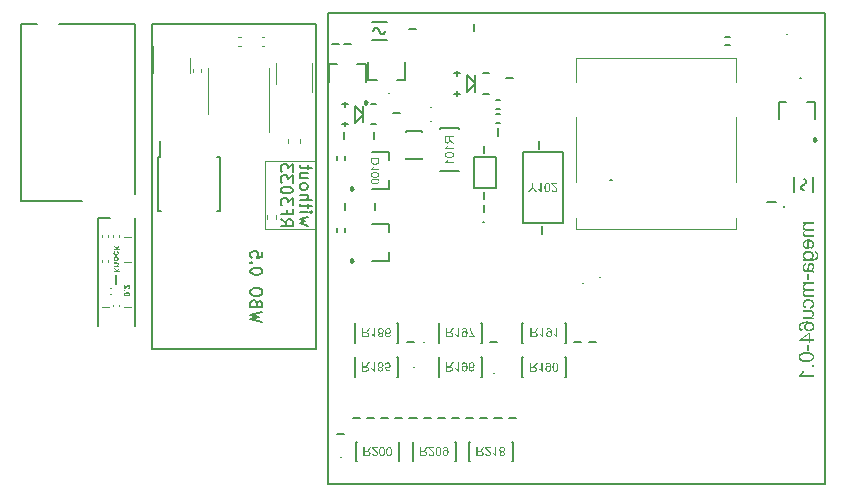
<source format=gbo>
G75*
G70*
%OFA0B0*%
%FSLAX25Y25*%
%IPPOS*%
%LPD*%
%AMOC8*
5,1,8,0,0,1.08239X$1,22.5*
%
%ADD102C,0.00984*%
%ADD105C,0.00669*%
%ADD106C,0.00800*%
%ADD137C,0.00394*%
%ADD155C,0.00472*%
%ADD39C,0.00591*%
%ADD40C,0.00787*%
X0000000Y0000000D02*
%LPD*%
G01*
D40*
X0092047Y0269803D02*
X0092047Y0210748D01*
X0092047Y0269803D02*
X0097165Y0269803D01*
X0092047Y0210748D02*
X0112126Y0210748D01*
X0129843Y0269803D02*
X0104646Y0269803D01*
X0129843Y0213110D02*
X0129843Y0269803D01*
X0117638Y0205039D02*
X0117638Y0169213D01*
X0117638Y0205039D02*
X0121575Y0205039D01*
X0129843Y0205039D02*
X0129843Y0169213D01*
X0194252Y0273543D02*
X0354882Y0273543D01*
X0194252Y0116457D02*
X0194252Y0273543D01*
X0194252Y0116457D02*
X0360000Y0116457D01*
X0354882Y0273543D02*
X0360000Y0273543D01*
X0360000Y0116457D02*
X0360000Y0273543D01*
X0190276Y0161535D02*
X0135551Y0161535D01*
X0135551Y0269803D01*
X0190276Y0269803D01*
X0190276Y0161535D01*
X0193858Y0116063D02*
G01*
G75*
G36*
X0356231Y0203064D02*
X0354336Y0203064D01*
X0354243Y0203064D01*
X0354161Y0203058D01*
X0354080Y0203053D01*
X0354009Y0203047D01*
X0353938Y0203042D01*
X0353878Y0203031D01*
X0353823Y0203026D01*
X0353768Y0203015D01*
X0353725Y0203004D01*
X0353686Y0202998D01*
X0353654Y0202987D01*
X0353626Y0202982D01*
X0353605Y0202976D01*
X0353588Y0202971D01*
X0353583Y0202965D01*
X0353577Y0202965D01*
X0353484Y0202922D01*
X0353403Y0202873D01*
X0353332Y0202818D01*
X0353277Y0202763D01*
X0353228Y0202720D01*
X0353201Y0202682D01*
X0353179Y0202654D01*
X0353173Y0202643D01*
X0353124Y0202556D01*
X0353091Y0202474D01*
X0353064Y0202392D01*
X0353048Y0202316D01*
X0353037Y0202250D01*
X0353031Y0202201D01*
X0353031Y0202157D01*
X0353042Y0202037D01*
X0353064Y0201934D01*
X0353097Y0201852D01*
X0353135Y0201781D01*
X0353173Y0201731D01*
X0353206Y0201693D01*
X0353228Y0201672D01*
X0353239Y0201666D01*
X0353326Y0201617D01*
X0353424Y0201579D01*
X0353528Y0201551D01*
X0353626Y0201529D01*
X0353719Y0201519D01*
X0353757Y0201519D01*
X0353790Y0201513D01*
X0353823Y0201513D01*
X0353845Y0201513D01*
X0353856Y0201513D01*
X0353861Y0201513D01*
X0356231Y0201513D01*
X0356231Y0200896D01*
X0354112Y0200896D01*
X0354009Y0200891D01*
X0353916Y0200885D01*
X0353823Y0200874D01*
X0353741Y0200858D01*
X0353670Y0200836D01*
X0353599Y0200814D01*
X0353539Y0200792D01*
X0353484Y0200765D01*
X0353441Y0200743D01*
X0353397Y0200721D01*
X0353364Y0200700D01*
X0353337Y0200678D01*
X0353315Y0200661D01*
X0353299Y0200651D01*
X0353293Y0200639D01*
X0353288Y0200639D01*
X0353244Y0200590D01*
X0353201Y0200536D01*
X0353140Y0200432D01*
X0353091Y0200323D01*
X0353064Y0200219D01*
X0353042Y0200132D01*
X0353037Y0200093D01*
X0353037Y0200061D01*
X0353031Y0200033D01*
X0353031Y0199995D01*
X0353037Y0199919D01*
X0353048Y0199848D01*
X0353064Y0199782D01*
X0353080Y0199728D01*
X0353102Y0199684D01*
X0353118Y0199651D01*
X0353130Y0199629D01*
X0353135Y0199624D01*
X0353173Y0199569D01*
X0353217Y0199520D01*
X0353261Y0199488D01*
X0353304Y0199455D01*
X0353342Y0199433D01*
X0353370Y0199417D01*
X0353392Y0199406D01*
X0353397Y0199406D01*
X0353468Y0199384D01*
X0353550Y0199373D01*
X0353637Y0199362D01*
X0353725Y0199351D01*
X0353807Y0199351D01*
X0353872Y0199346D01*
X0353894Y0199346D01*
X0353916Y0199346D01*
X0353927Y0199346D01*
X0353932Y0199346D01*
X0356231Y0199346D01*
X0356231Y0198728D01*
X0353725Y0198728D01*
X0353610Y0198734D01*
X0353506Y0198740D01*
X0353408Y0198756D01*
X0353315Y0198772D01*
X0353233Y0198794D01*
X0353157Y0198821D01*
X0353091Y0198849D01*
X0353031Y0198876D01*
X0352977Y0198903D01*
X0352928Y0198931D01*
X0352889Y0198952D01*
X0352857Y0198980D01*
X0352835Y0198996D01*
X0352818Y0199013D01*
X0352807Y0199018D01*
X0352802Y0199023D01*
X0352747Y0199078D01*
X0352698Y0199144D01*
X0352660Y0199209D01*
X0352627Y0199274D01*
X0352573Y0199417D01*
X0352534Y0199548D01*
X0352523Y0199613D01*
X0352512Y0199673D01*
X0352507Y0199722D01*
X0352502Y0199771D01*
X0352496Y0199804D01*
X0352496Y0199859D01*
X0352502Y0199984D01*
X0352523Y0200105D01*
X0352556Y0200219D01*
X0352594Y0200328D01*
X0352643Y0200427D01*
X0352698Y0200519D01*
X0352758Y0200607D01*
X0352813Y0200683D01*
X0352873Y0200754D01*
X0352933Y0200814D01*
X0352988Y0200869D01*
X0353037Y0200907D01*
X0353075Y0200945D01*
X0353108Y0200967D01*
X0353130Y0200984D01*
X0353135Y0200989D01*
X0353026Y0201038D01*
X0352933Y0201093D01*
X0352857Y0201153D01*
X0352786Y0201213D01*
X0352736Y0201273D01*
X0352698Y0201317D01*
X0352671Y0201349D01*
X0352665Y0201355D01*
X0352665Y0201360D01*
X0352611Y0201464D01*
X0352567Y0201573D01*
X0352540Y0201682D01*
X0352518Y0201786D01*
X0352507Y0201879D01*
X0352502Y0201917D01*
X0352496Y0201955D01*
X0352496Y0202021D01*
X0352502Y0202152D01*
X0352523Y0202278D01*
X0352545Y0202387D01*
X0352578Y0202485D01*
X0352605Y0202561D01*
X0352622Y0202594D01*
X0352633Y0202622D01*
X0352643Y0202643D01*
X0352655Y0202660D01*
X0352660Y0202665D01*
X0352660Y0202671D01*
X0352725Y0202774D01*
X0352796Y0202862D01*
X0352867Y0202938D01*
X0352938Y0203004D01*
X0352998Y0203058D01*
X0353048Y0203096D01*
X0353080Y0203118D01*
X0353086Y0203129D01*
X0352578Y0203129D01*
X0352578Y0203681D01*
X0356231Y0203681D01*
X0356231Y0203064D01*
D02*
G37*
G36*
X0354604Y0198013D02*
X0354757Y0197997D01*
X0354898Y0197975D01*
X0355030Y0197948D01*
X0355155Y0197909D01*
X0355270Y0197871D01*
X0355373Y0197828D01*
X0355466Y0197784D01*
X0355548Y0197746D01*
X0355619Y0197702D01*
X0355679Y0197664D01*
X0355728Y0197626D01*
X0355772Y0197598D01*
X0355799Y0197577D01*
X0355816Y0197560D01*
X0355821Y0197555D01*
X0355909Y0197462D01*
X0355985Y0197363D01*
X0356051Y0197265D01*
X0356105Y0197156D01*
X0356154Y0197052D01*
X0356193Y0196943D01*
X0356225Y0196839D01*
X0356253Y0196741D01*
X0356269Y0196648D01*
X0356285Y0196561D01*
X0356296Y0196485D01*
X0356307Y0196414D01*
X0356307Y0196359D01*
X0356313Y0196315D01*
X0356313Y0196283D01*
X0356307Y0196168D01*
X0356302Y0196053D01*
X0356285Y0195949D01*
X0356264Y0195851D01*
X0356242Y0195758D01*
X0356214Y0195676D01*
X0356187Y0195595D01*
X0356160Y0195524D01*
X0356133Y0195458D01*
X0356105Y0195403D01*
X0356078Y0195354D01*
X0356056Y0195311D01*
X0356034Y0195283D01*
X0356018Y0195256D01*
X0356012Y0195245D01*
X0356007Y0195240D01*
X0355947Y0195163D01*
X0355881Y0195098D01*
X0355810Y0195038D01*
X0355739Y0194977D01*
X0355592Y0194879D01*
X0355455Y0194803D01*
X0355390Y0194775D01*
X0355330Y0194748D01*
X0355275Y0194726D01*
X0355226Y0194710D01*
X0355188Y0194694D01*
X0355161Y0194683D01*
X0355139Y0194677D01*
X0355133Y0194677D01*
X0355051Y0195322D01*
X0355188Y0195376D01*
X0355308Y0195442D01*
X0355412Y0195507D01*
X0355488Y0195567D01*
X0355554Y0195622D01*
X0355597Y0195665D01*
X0355619Y0195693D01*
X0355630Y0195698D01*
X0355630Y0195704D01*
X0355690Y0195797D01*
X0355728Y0195895D01*
X0355761Y0195993D01*
X0355783Y0196080D01*
X0355794Y0196162D01*
X0355799Y0196228D01*
X0355805Y0196250D01*
X0355805Y0196283D01*
X0355799Y0196364D01*
X0355789Y0196446D01*
X0355778Y0196523D01*
X0355756Y0196594D01*
X0355707Y0196725D01*
X0355646Y0196834D01*
X0355619Y0196883D01*
X0355587Y0196927D01*
X0355559Y0196960D01*
X0355537Y0196992D01*
X0355516Y0197014D01*
X0355499Y0197030D01*
X0355494Y0197041D01*
X0355488Y0197047D01*
X0355423Y0197101D01*
X0355357Y0197151D01*
X0355281Y0197189D01*
X0355210Y0197227D01*
X0355051Y0197287D01*
X0354904Y0197331D01*
X0354833Y0197347D01*
X0354767Y0197358D01*
X0354713Y0197369D01*
X0354658Y0197375D01*
X0354620Y0197380D01*
X0354587Y0197385D01*
X0354565Y0197385D01*
X0354560Y0197385D01*
X0354560Y0194661D01*
X0354489Y0194655D01*
X0354434Y0194655D01*
X0354407Y0194655D01*
X0354396Y0194655D01*
X0354232Y0194661D01*
X0354080Y0194677D01*
X0353932Y0194699D01*
X0353796Y0194726D01*
X0353670Y0194765D01*
X0353555Y0194803D01*
X0353452Y0194847D01*
X0353359Y0194885D01*
X0353277Y0194928D01*
X0353201Y0194972D01*
X0353140Y0195010D01*
X0353091Y0195049D01*
X0353048Y0195076D01*
X0353020Y0195098D01*
X0353004Y0195114D01*
X0352998Y0195120D01*
X0352911Y0195207D01*
X0352835Y0195305D01*
X0352764Y0195403D01*
X0352709Y0195502D01*
X0352660Y0195600D01*
X0352616Y0195704D01*
X0352584Y0195797D01*
X0352556Y0195889D01*
X0352540Y0195977D01*
X0352523Y0196059D01*
X0352512Y0196130D01*
X0352502Y0196195D01*
X0352502Y0196244D01*
X0352496Y0196283D01*
X0352496Y0196315D01*
X0352502Y0196452D01*
X0352518Y0196588D01*
X0352545Y0196708D01*
X0352578Y0196828D01*
X0352616Y0196938D01*
X0352660Y0197041D01*
X0352704Y0197134D01*
X0352753Y0197216D01*
X0352802Y0197293D01*
X0352846Y0197358D01*
X0352889Y0197418D01*
X0352928Y0197462D01*
X0352960Y0197500D01*
X0352988Y0197527D01*
X0353004Y0197544D01*
X0353009Y0197549D01*
X0353108Y0197631D01*
X0353217Y0197702D01*
X0353332Y0197768D01*
X0353446Y0197822D01*
X0353566Y0197866D01*
X0353686Y0197904D01*
X0353801Y0197937D01*
X0353916Y0197959D01*
X0354019Y0197981D01*
X0354123Y0197991D01*
X0354211Y0198002D01*
X0354287Y0198013D01*
X0354352Y0198013D01*
X0354402Y0198019D01*
X0354429Y0198019D01*
X0354440Y0198019D01*
X0354604Y0198013D01*
D02*
G37*
G36*
X0354527Y0194131D02*
X0354658Y0194120D01*
X0354789Y0194098D01*
X0354909Y0194071D01*
X0355024Y0194044D01*
X0355133Y0194006D01*
X0355232Y0193967D01*
X0355324Y0193929D01*
X0355406Y0193891D01*
X0355477Y0193858D01*
X0355543Y0193820D01*
X0355592Y0193793D01*
X0355636Y0193765D01*
X0355663Y0193744D01*
X0355685Y0193733D01*
X0355690Y0193727D01*
X0355783Y0193645D01*
X0355870Y0193558D01*
X0355941Y0193465D01*
X0356001Y0193367D01*
X0356056Y0193274D01*
X0356100Y0193176D01*
X0356133Y0193077D01*
X0356165Y0192985D01*
X0356187Y0192897D01*
X0356204Y0192821D01*
X0356214Y0192744D01*
X0356220Y0192684D01*
X0356225Y0192630D01*
X0356231Y0192592D01*
X0356231Y0192559D01*
X0356225Y0192449D01*
X0356209Y0192340D01*
X0356187Y0192242D01*
X0356154Y0192149D01*
X0356122Y0192056D01*
X0356078Y0191974D01*
X0356040Y0191898D01*
X0355991Y0191827D01*
X0355947Y0191767D01*
X0355903Y0191707D01*
X0355865Y0191663D01*
X0355832Y0191620D01*
X0355799Y0191592D01*
X0355778Y0191565D01*
X0355761Y0191554D01*
X0355756Y0191549D01*
X0355865Y0191549D01*
X0355963Y0191549D01*
X0356051Y0191554D01*
X0356133Y0191554D01*
X0356204Y0191560D01*
X0356269Y0191560D01*
X0356324Y0191565D01*
X0356373Y0191570D01*
X0356416Y0191576D01*
X0356449Y0191576D01*
X0356482Y0191581D01*
X0356504Y0191587D01*
X0356520Y0191587D01*
X0356531Y0191592D01*
X0356542Y0191592D01*
X0356651Y0191631D01*
X0356749Y0191680D01*
X0356831Y0191734D01*
X0356897Y0191783D01*
X0356951Y0191838D01*
X0356990Y0191876D01*
X0357017Y0191904D01*
X0357022Y0191909D01*
X0357022Y0191915D01*
X0357082Y0192007D01*
X0357121Y0192117D01*
X0357153Y0192226D01*
X0357175Y0192329D01*
X0357186Y0192428D01*
X0357192Y0192466D01*
X0357192Y0192504D01*
X0357197Y0192531D01*
X0357197Y0192575D01*
X0357192Y0192717D01*
X0357170Y0192843D01*
X0357143Y0192946D01*
X0357110Y0193039D01*
X0357077Y0193110D01*
X0357050Y0193159D01*
X0357028Y0193192D01*
X0357022Y0193203D01*
X0356968Y0193263D01*
X0356902Y0193307D01*
X0356837Y0193345D01*
X0356766Y0193372D01*
X0356706Y0193389D01*
X0356657Y0193400D01*
X0356624Y0193410D01*
X0356618Y0193410D01*
X0356613Y0193410D01*
X0356531Y0194011D01*
X0356640Y0194011D01*
X0356739Y0194000D01*
X0356831Y0193984D01*
X0356919Y0193957D01*
X0356995Y0193929D01*
X0357072Y0193896D01*
X0357137Y0193864D01*
X0357192Y0193826D01*
X0357246Y0193787D01*
X0357290Y0193755D01*
X0357328Y0193722D01*
X0357361Y0193689D01*
X0357383Y0193667D01*
X0357399Y0193645D01*
X0357410Y0193634D01*
X0357416Y0193629D01*
X0357465Y0193553D01*
X0357514Y0193465D01*
X0357552Y0193383D01*
X0357585Y0193290D01*
X0357639Y0193116D01*
X0357672Y0192946D01*
X0357683Y0192870D01*
X0357694Y0192799D01*
X0357699Y0192733D01*
X0357705Y0192679D01*
X0357710Y0192635D01*
X0357710Y0192570D01*
X0357699Y0192373D01*
X0357678Y0192193D01*
X0357661Y0192111D01*
X0357645Y0192040D01*
X0357628Y0191969D01*
X0357607Y0191904D01*
X0357585Y0191843D01*
X0357568Y0191794D01*
X0357552Y0191751D01*
X0357536Y0191712D01*
X0357519Y0191685D01*
X0357514Y0191663D01*
X0357503Y0191652D01*
X0357503Y0191647D01*
X0357421Y0191516D01*
X0357328Y0191401D01*
X0357235Y0191308D01*
X0357143Y0191232D01*
X0357066Y0191172D01*
X0357001Y0191128D01*
X0356973Y0191112D01*
X0356957Y0191101D01*
X0356946Y0191096D01*
X0356941Y0191096D01*
X0356870Y0191063D01*
X0356788Y0191035D01*
X0356695Y0191014D01*
X0356602Y0190992D01*
X0356400Y0190964D01*
X0356204Y0190943D01*
X0356111Y0190937D01*
X0356023Y0190932D01*
X0355941Y0190926D01*
X0355870Y0190921D01*
X0355816Y0190921D01*
X0355772Y0190921D01*
X0355745Y0190921D01*
X0355734Y0190921D01*
X0352578Y0190921D01*
X0352578Y0191489D01*
X0353026Y0191489D01*
X0352933Y0191570D01*
X0352851Y0191652D01*
X0352780Y0191745D01*
X0352720Y0191833D01*
X0352665Y0191925D01*
X0352627Y0192013D01*
X0352589Y0192100D01*
X0352562Y0192182D01*
X0352540Y0192258D01*
X0352523Y0192329D01*
X0352512Y0192395D01*
X0352502Y0192449D01*
X0352502Y0192493D01*
X0352496Y0192531D01*
X0352496Y0192646D01*
X0352507Y0192733D01*
X0352534Y0192892D01*
X0352573Y0193034D01*
X0352594Y0193099D01*
X0352616Y0193159D01*
X0352643Y0193214D01*
X0352665Y0193258D01*
X0352687Y0193301D01*
X0352704Y0193334D01*
X0352720Y0193361D01*
X0352731Y0193383D01*
X0352736Y0193394D01*
X0352742Y0193400D01*
X0352840Y0193525D01*
X0352949Y0193640D01*
X0353064Y0193733D01*
X0353173Y0193809D01*
X0353271Y0193869D01*
X0353315Y0193896D01*
X0353353Y0193913D01*
X0353381Y0193929D01*
X0353403Y0193940D01*
X0353419Y0193951D01*
X0353424Y0193951D01*
X0353594Y0194011D01*
X0353763Y0194060D01*
X0353921Y0194093D01*
X0354069Y0194115D01*
X0354140Y0194120D01*
X0354200Y0194126D01*
X0354249Y0194131D01*
X0354298Y0194131D01*
X0354336Y0194137D01*
X0354363Y0194137D01*
X0354380Y0194137D01*
X0354385Y0194137D01*
X0354527Y0194131D01*
D02*
G37*
G36*
X0355352Y0190184D02*
X0355434Y0190173D01*
X0355510Y0190162D01*
X0355581Y0190140D01*
X0355712Y0190085D01*
X0355816Y0190025D01*
X0355865Y0189998D01*
X0355903Y0189971D01*
X0355941Y0189943D01*
X0355969Y0189916D01*
X0355991Y0189894D01*
X0356007Y0189883D01*
X0356018Y0189872D01*
X0356023Y0189867D01*
X0356072Y0189801D01*
X0356116Y0189736D01*
X0356160Y0189660D01*
X0356193Y0189589D01*
X0356242Y0189436D01*
X0356274Y0189283D01*
X0356291Y0189217D01*
X0356296Y0189152D01*
X0356302Y0189092D01*
X0356307Y0189042D01*
X0356313Y0189004D01*
X0356313Y0188944D01*
X0356307Y0188808D01*
X0356296Y0188682D01*
X0356274Y0188568D01*
X0356253Y0188464D01*
X0356231Y0188382D01*
X0356220Y0188344D01*
X0356209Y0188316D01*
X0356204Y0188295D01*
X0356198Y0188278D01*
X0356193Y0188267D01*
X0356193Y0188262D01*
X0356138Y0188142D01*
X0356078Y0188022D01*
X0356007Y0187912D01*
X0355936Y0187809D01*
X0355876Y0187721D01*
X0355843Y0187688D01*
X0355821Y0187656D01*
X0355799Y0187628D01*
X0355783Y0187612D01*
X0355778Y0187601D01*
X0355772Y0187596D01*
X0355870Y0187585D01*
X0355958Y0187568D01*
X0356034Y0187546D01*
X0356100Y0187525D01*
X0356154Y0187508D01*
X0356198Y0187492D01*
X0356220Y0187481D01*
X0356231Y0187475D01*
X0356231Y0186831D01*
X0356154Y0186869D01*
X0356072Y0186902D01*
X0356001Y0186930D01*
X0355936Y0186951D01*
X0355876Y0186968D01*
X0355832Y0186979D01*
X0355805Y0186984D01*
X0355794Y0186984D01*
X0355745Y0186989D01*
X0355679Y0186995D01*
X0355608Y0187001D01*
X0355526Y0187006D01*
X0355439Y0187011D01*
X0355346Y0187011D01*
X0355161Y0187017D01*
X0355073Y0187017D01*
X0354986Y0187022D01*
X0354909Y0187022D01*
X0354838Y0187022D01*
X0354784Y0187022D01*
X0354740Y0187022D01*
X0354713Y0187022D01*
X0354702Y0187022D01*
X0353878Y0187022D01*
X0353801Y0187022D01*
X0353736Y0187022D01*
X0353676Y0187028D01*
X0353615Y0187028D01*
X0353517Y0187033D01*
X0353441Y0187039D01*
X0353381Y0187044D01*
X0353342Y0187050D01*
X0353315Y0187055D01*
X0353310Y0187055D01*
X0353217Y0187077D01*
X0353135Y0187110D01*
X0353064Y0187142D01*
X0353004Y0187175D01*
X0352955Y0187203D01*
X0352916Y0187230D01*
X0352895Y0187246D01*
X0352889Y0187252D01*
X0352829Y0187312D01*
X0352775Y0187377D01*
X0352725Y0187448D01*
X0352687Y0187519D01*
X0352655Y0187585D01*
X0352633Y0187634D01*
X0352622Y0187656D01*
X0352616Y0187672D01*
X0352611Y0187677D01*
X0352611Y0187683D01*
X0352573Y0187798D01*
X0352545Y0187923D01*
X0352523Y0188049D01*
X0352512Y0188169D01*
X0352502Y0188273D01*
X0352502Y0188322D01*
X0352496Y0188360D01*
X0352496Y0188436D01*
X0352502Y0188606D01*
X0352518Y0188764D01*
X0352540Y0188906D01*
X0352551Y0188972D01*
X0352562Y0189026D01*
X0352573Y0189081D01*
X0352584Y0189130D01*
X0352594Y0189168D01*
X0352605Y0189201D01*
X0352616Y0189228D01*
X0352622Y0189250D01*
X0352627Y0189261D01*
X0352627Y0189266D01*
X0352682Y0189392D01*
X0352742Y0189501D01*
X0352802Y0189594D01*
X0352862Y0189670D01*
X0352916Y0189731D01*
X0352960Y0189774D01*
X0352988Y0189801D01*
X0352993Y0189812D01*
X0352998Y0189812D01*
X0353091Y0189878D01*
X0353195Y0189933D01*
X0353299Y0189976D01*
X0353397Y0190014D01*
X0353484Y0190042D01*
X0353523Y0190053D01*
X0353555Y0190064D01*
X0353583Y0190069D01*
X0353605Y0190074D01*
X0353615Y0190080D01*
X0353621Y0190080D01*
X0353703Y0189474D01*
X0353632Y0189452D01*
X0353566Y0189430D01*
X0353457Y0189387D01*
X0353359Y0189332D01*
X0353288Y0189283D01*
X0353233Y0189239D01*
X0353190Y0189201D01*
X0353168Y0189179D01*
X0353162Y0189168D01*
X0353113Y0189081D01*
X0353075Y0188977D01*
X0353048Y0188873D01*
X0353026Y0188770D01*
X0353015Y0188671D01*
X0353015Y0188633D01*
X0353009Y0188595D01*
X0353009Y0188524D01*
X0353020Y0188360D01*
X0353042Y0188218D01*
X0353075Y0188098D01*
X0353113Y0188000D01*
X0353157Y0187923D01*
X0353173Y0187896D01*
X0353190Y0187869D01*
X0353201Y0187847D01*
X0353211Y0187836D01*
X0353222Y0187825D01*
X0353288Y0187765D01*
X0353370Y0187721D01*
X0353457Y0187688D01*
X0353544Y0187667D01*
X0353626Y0187656D01*
X0353692Y0187645D01*
X0353714Y0187645D01*
X0353736Y0187645D01*
X0353746Y0187645D01*
X0353752Y0187645D01*
X0353768Y0187645D01*
X0353790Y0187645D01*
X0353845Y0187645D01*
X0353867Y0187650D01*
X0353888Y0187650D01*
X0353905Y0187650D01*
X0353910Y0187650D01*
X0353932Y0187721D01*
X0353954Y0187798D01*
X0353976Y0187885D01*
X0353998Y0187972D01*
X0354036Y0188152D01*
X0354069Y0188333D01*
X0354080Y0188420D01*
X0354090Y0188497D01*
X0354101Y0188568D01*
X0354112Y0188633D01*
X0354118Y0188682D01*
X0354123Y0188720D01*
X0354129Y0188742D01*
X0354129Y0188753D01*
X0354145Y0188884D01*
X0354161Y0188993D01*
X0354178Y0189092D01*
X0354189Y0189168D01*
X0354205Y0189228D01*
X0354211Y0189272D01*
X0354221Y0189294D01*
X0354221Y0189305D01*
X0354249Y0189392D01*
X0354282Y0189479D01*
X0354314Y0189556D01*
X0354347Y0189621D01*
X0354374Y0189676D01*
X0354402Y0189714D01*
X0354418Y0189741D01*
X0354423Y0189752D01*
X0354478Y0189823D01*
X0354533Y0189883D01*
X0354593Y0189938D01*
X0354647Y0189982D01*
X0354702Y0190020D01*
X0354740Y0190047D01*
X0354767Y0190064D01*
X0354778Y0190069D01*
X0354866Y0190107D01*
X0354948Y0190140D01*
X0355030Y0190162D01*
X0355106Y0190173D01*
X0355171Y0190184D01*
X0355226Y0190189D01*
X0355259Y0190189D01*
X0355264Y0190189D01*
X0355270Y0190189D01*
X0355352Y0190184D01*
D02*
G37*
G36*
X0354718Y0184407D02*
X0354096Y0184407D01*
X0354096Y0186312D01*
X0354718Y0186312D01*
X0354718Y0184407D01*
D02*
G37*
G36*
X0356231Y0183113D02*
X0354336Y0183113D01*
X0354243Y0183113D01*
X0354161Y0183108D01*
X0354080Y0183102D01*
X0354009Y0183097D01*
X0353938Y0183091D01*
X0353878Y0183080D01*
X0353823Y0183075D01*
X0353768Y0183064D01*
X0353725Y0183053D01*
X0353686Y0183047D01*
X0353654Y0183037D01*
X0353626Y0183031D01*
X0353605Y0183026D01*
X0353588Y0183020D01*
X0353583Y0183015D01*
X0353577Y0183015D01*
X0353484Y0182971D01*
X0353403Y0182922D01*
X0353332Y0182867D01*
X0353277Y0182813D01*
X0353228Y0182769D01*
X0353201Y0182731D01*
X0353179Y0182703D01*
X0353173Y0182692D01*
X0353124Y0182605D01*
X0353091Y0182523D01*
X0353064Y0182441D01*
X0353048Y0182365D01*
X0353037Y0182299D01*
X0353031Y0182250D01*
X0353031Y0182207D01*
X0353042Y0182086D01*
X0353064Y0181983D01*
X0353097Y0181901D01*
X0353135Y0181830D01*
X0353173Y0181781D01*
X0353206Y0181743D01*
X0353228Y0181721D01*
X0353239Y0181715D01*
X0353326Y0181666D01*
X0353424Y0181628D01*
X0353528Y0181601D01*
X0353626Y0181579D01*
X0353719Y0181568D01*
X0353757Y0181568D01*
X0353790Y0181562D01*
X0353823Y0181562D01*
X0353845Y0181562D01*
X0353856Y0181562D01*
X0353861Y0181562D01*
X0356231Y0181562D01*
X0356231Y0180945D01*
X0354112Y0180945D01*
X0354009Y0180940D01*
X0353916Y0180934D01*
X0353823Y0180923D01*
X0353741Y0180907D01*
X0353670Y0180885D01*
X0353599Y0180863D01*
X0353539Y0180842D01*
X0353484Y0180814D01*
X0353441Y0180792D01*
X0353397Y0180771D01*
X0353364Y0180749D01*
X0353337Y0180727D01*
X0353315Y0180711D01*
X0353299Y0180700D01*
X0353293Y0180689D01*
X0353288Y0180689D01*
X0353244Y0180640D01*
X0353201Y0180585D01*
X0353140Y0180481D01*
X0353091Y0180372D01*
X0353064Y0180268D01*
X0353042Y0180181D01*
X0353037Y0180143D01*
X0353037Y0180110D01*
X0353031Y0180083D01*
X0353031Y0180044D01*
X0353037Y0179968D01*
X0353048Y0179897D01*
X0353064Y0179832D01*
X0353080Y0179777D01*
X0353102Y0179733D01*
X0353118Y0179700D01*
X0353130Y0179679D01*
X0353135Y0179673D01*
X0353173Y0179619D01*
X0353217Y0179569D01*
X0353261Y0179537D01*
X0353304Y0179504D01*
X0353342Y0179482D01*
X0353370Y0179466D01*
X0353392Y0179455D01*
X0353397Y0179455D01*
X0353468Y0179433D01*
X0353550Y0179422D01*
X0353637Y0179411D01*
X0353725Y0179400D01*
X0353807Y0179400D01*
X0353872Y0179395D01*
X0353894Y0179395D01*
X0353916Y0179395D01*
X0353927Y0179395D01*
X0353932Y0179395D01*
X0356231Y0179395D01*
X0356231Y0178778D01*
X0353725Y0178778D01*
X0353610Y0178783D01*
X0353506Y0178789D01*
X0353408Y0178805D01*
X0353315Y0178821D01*
X0353233Y0178843D01*
X0353157Y0178871D01*
X0353091Y0178898D01*
X0353031Y0178925D01*
X0352977Y0178952D01*
X0352928Y0178980D01*
X0352889Y0179002D01*
X0352857Y0179029D01*
X0352835Y0179045D01*
X0352818Y0179062D01*
X0352807Y0179067D01*
X0352802Y0179073D01*
X0352747Y0179127D01*
X0352698Y0179193D01*
X0352660Y0179258D01*
X0352627Y0179324D01*
X0352573Y0179466D01*
X0352534Y0179597D01*
X0352523Y0179662D01*
X0352512Y0179722D01*
X0352507Y0179771D01*
X0352502Y0179821D01*
X0352496Y0179853D01*
X0352496Y0179908D01*
X0352502Y0180034D01*
X0352523Y0180154D01*
X0352556Y0180268D01*
X0352594Y0180378D01*
X0352643Y0180476D01*
X0352698Y0180569D01*
X0352758Y0180656D01*
X0352813Y0180732D01*
X0352873Y0180803D01*
X0352933Y0180863D01*
X0352988Y0180918D01*
X0353037Y0180956D01*
X0353075Y0180994D01*
X0353108Y0181016D01*
X0353130Y0181033D01*
X0353135Y0181038D01*
X0353026Y0181087D01*
X0352933Y0181142D01*
X0352857Y0181202D01*
X0352786Y0181262D01*
X0352736Y0181322D01*
X0352698Y0181366D01*
X0352671Y0181399D01*
X0352665Y0181404D01*
X0352665Y0181409D01*
X0352611Y0181513D01*
X0352567Y0181622D01*
X0352540Y0181732D01*
X0352518Y0181835D01*
X0352507Y0181928D01*
X0352502Y0181966D01*
X0352496Y0182005D01*
X0352496Y0182070D01*
X0352502Y0182201D01*
X0352523Y0182327D01*
X0352545Y0182436D01*
X0352578Y0182534D01*
X0352605Y0182611D01*
X0352622Y0182643D01*
X0352633Y0182671D01*
X0352643Y0182692D01*
X0352655Y0182709D01*
X0352660Y0182714D01*
X0352660Y0182720D01*
X0352725Y0182824D01*
X0352796Y0182911D01*
X0352867Y0182987D01*
X0352938Y0183053D01*
X0352998Y0183108D01*
X0353048Y0183146D01*
X0353080Y0183168D01*
X0353086Y0183178D01*
X0352578Y0183178D01*
X0352578Y0183730D01*
X0356231Y0183730D01*
X0356231Y0183113D01*
D02*
G37*
G36*
X0354587Y0178035D02*
X0354746Y0178019D01*
X0354893Y0177997D01*
X0355030Y0177970D01*
X0355155Y0177937D01*
X0355270Y0177899D01*
X0355373Y0177855D01*
X0355466Y0177811D01*
X0355548Y0177773D01*
X0355625Y0177729D01*
X0355685Y0177691D01*
X0355734Y0177658D01*
X0355778Y0177631D01*
X0355805Y0177609D01*
X0355821Y0177593D01*
X0355827Y0177587D01*
X0355914Y0177500D01*
X0355985Y0177407D01*
X0356051Y0177309D01*
X0356105Y0177211D01*
X0356154Y0177107D01*
X0356193Y0177009D01*
X0356225Y0176910D01*
X0356253Y0176818D01*
X0356274Y0176730D01*
X0356285Y0176648D01*
X0356296Y0176572D01*
X0356307Y0176512D01*
X0356307Y0176457D01*
X0356313Y0176419D01*
X0356313Y0176386D01*
X0356307Y0176277D01*
X0356296Y0176173D01*
X0356280Y0176075D01*
X0356258Y0175977D01*
X0356231Y0175889D01*
X0356198Y0175808D01*
X0356171Y0175731D01*
X0356133Y0175660D01*
X0356100Y0175600D01*
X0356072Y0175540D01*
X0356040Y0175496D01*
X0356012Y0175453D01*
X0355991Y0175425D01*
X0355974Y0175398D01*
X0355963Y0175387D01*
X0355958Y0175382D01*
X0355887Y0175311D01*
X0355816Y0175240D01*
X0355734Y0175180D01*
X0355652Y0175130D01*
X0355570Y0175081D01*
X0355488Y0175038D01*
X0355335Y0174972D01*
X0355259Y0174945D01*
X0355193Y0174923D01*
X0355133Y0174907D01*
X0355079Y0174890D01*
X0355035Y0174879D01*
X0355002Y0174874D01*
X0354980Y0174868D01*
X0354975Y0174868D01*
X0354893Y0175474D01*
X0354980Y0175491D01*
X0355057Y0175507D01*
X0355133Y0175529D01*
X0355199Y0175551D01*
X0355264Y0175578D01*
X0355319Y0175600D01*
X0355368Y0175627D01*
X0355417Y0175655D01*
X0355455Y0175682D01*
X0355488Y0175704D01*
X0355543Y0175747D01*
X0355576Y0175775D01*
X0355581Y0175780D01*
X0355587Y0175786D01*
X0355658Y0175884D01*
X0355712Y0175982D01*
X0355750Y0176086D01*
X0355778Y0176179D01*
X0355794Y0176266D01*
X0355799Y0176299D01*
X0355799Y0176332D01*
X0355805Y0176359D01*
X0355805Y0176392D01*
X0355799Y0176474D01*
X0355789Y0176555D01*
X0355772Y0176626D01*
X0355750Y0176697D01*
X0355701Y0176823D01*
X0355636Y0176932D01*
X0355608Y0176976D01*
X0355576Y0177014D01*
X0355548Y0177047D01*
X0355521Y0177080D01*
X0355505Y0177102D01*
X0355488Y0177118D01*
X0355477Y0177123D01*
X0355472Y0177129D01*
X0355406Y0177178D01*
X0355330Y0177222D01*
X0355248Y0177260D01*
X0355166Y0177287D01*
X0354986Y0177342D01*
X0354811Y0177375D01*
X0354729Y0177385D01*
X0354653Y0177391D01*
X0354582Y0177396D01*
X0354522Y0177402D01*
X0354473Y0177407D01*
X0354434Y0177407D01*
X0354407Y0177407D01*
X0354402Y0177407D01*
X0354271Y0177402D01*
X0354145Y0177396D01*
X0354036Y0177380D01*
X0353932Y0177364D01*
X0353834Y0177342D01*
X0353746Y0177314D01*
X0353670Y0177287D01*
X0353599Y0177260D01*
X0353539Y0177238D01*
X0353484Y0177211D01*
X0353441Y0177183D01*
X0353408Y0177161D01*
X0353375Y0177145D01*
X0353359Y0177129D01*
X0353348Y0177123D01*
X0353342Y0177118D01*
X0353282Y0177063D01*
X0353233Y0177003D01*
X0353184Y0176938D01*
X0353146Y0176878D01*
X0353113Y0176812D01*
X0353086Y0176752D01*
X0353048Y0176632D01*
X0353020Y0176523D01*
X0353015Y0176479D01*
X0353009Y0176435D01*
X0353004Y0176403D01*
X0353004Y0176359D01*
X0353009Y0176250D01*
X0353031Y0176146D01*
X0353064Y0176059D01*
X0353097Y0175982D01*
X0353135Y0175922D01*
X0353162Y0175873D01*
X0353184Y0175846D01*
X0353195Y0175835D01*
X0353271Y0175758D01*
X0353359Y0175693D01*
X0353452Y0175644D01*
X0353539Y0175600D01*
X0353621Y0175567D01*
X0353686Y0175545D01*
X0353714Y0175540D01*
X0353730Y0175534D01*
X0353741Y0175529D01*
X0353746Y0175529D01*
X0353654Y0174928D01*
X0353555Y0174950D01*
X0353457Y0174983D01*
X0353370Y0175016D01*
X0353288Y0175049D01*
X0353211Y0175087D01*
X0353140Y0175130D01*
X0353080Y0175169D01*
X0353020Y0175212D01*
X0352971Y0175251D01*
X0352928Y0175289D01*
X0352889Y0175322D01*
X0352857Y0175354D01*
X0352835Y0175376D01*
X0352818Y0175398D01*
X0352807Y0175409D01*
X0352802Y0175414D01*
X0352747Y0175485D01*
X0352698Y0175562D01*
X0352660Y0175644D01*
X0352627Y0175726D01*
X0352573Y0175889D01*
X0352534Y0176042D01*
X0352523Y0176113D01*
X0352512Y0176179D01*
X0352507Y0176239D01*
X0352502Y0176288D01*
X0352496Y0176326D01*
X0352496Y0176386D01*
X0352507Y0176555D01*
X0352529Y0176719D01*
X0352567Y0176867D01*
X0352589Y0176932D01*
X0352605Y0176998D01*
X0352627Y0177052D01*
X0352649Y0177102D01*
X0352665Y0177145D01*
X0352687Y0177183D01*
X0352698Y0177216D01*
X0352709Y0177238D01*
X0352720Y0177249D01*
X0352720Y0177254D01*
X0352813Y0177396D01*
X0352916Y0177516D01*
X0353031Y0177620D01*
X0353135Y0177702D01*
X0353233Y0177768D01*
X0353277Y0177789D01*
X0353315Y0177811D01*
X0353342Y0177828D01*
X0353364Y0177839D01*
X0353381Y0177850D01*
X0353386Y0177850D01*
X0353555Y0177915D01*
X0353736Y0177959D01*
X0353910Y0177991D01*
X0354069Y0178019D01*
X0354145Y0178024D01*
X0354211Y0178030D01*
X0354271Y0178035D01*
X0354325Y0178035D01*
X0354363Y0178041D01*
X0354396Y0178041D01*
X0354418Y0178041D01*
X0354423Y0178041D01*
X0354587Y0178035D01*
D02*
G37*
G36*
X0355100Y0174350D02*
X0355199Y0174344D01*
X0355281Y0174339D01*
X0355341Y0174333D01*
X0355390Y0174328D01*
X0355412Y0174322D01*
X0355423Y0174322D01*
X0355521Y0174295D01*
X0355608Y0174268D01*
X0355685Y0174235D01*
X0355750Y0174202D01*
X0355805Y0174175D01*
X0355849Y0174153D01*
X0355870Y0174137D01*
X0355881Y0174131D01*
X0355947Y0174077D01*
X0356007Y0174011D01*
X0356062Y0173940D01*
X0356105Y0173875D01*
X0356143Y0173809D01*
X0356171Y0173760D01*
X0356187Y0173727D01*
X0356193Y0173722D01*
X0356193Y0173716D01*
X0356231Y0173607D01*
X0356264Y0173503D01*
X0356285Y0173400D01*
X0356296Y0173307D01*
X0356307Y0173225D01*
X0356313Y0173165D01*
X0356313Y0173110D01*
X0356307Y0172974D01*
X0356285Y0172848D01*
X0356258Y0172733D01*
X0356214Y0172619D01*
X0356171Y0172515D01*
X0356116Y0172422D01*
X0356062Y0172335D01*
X0356001Y0172253D01*
X0355947Y0172182D01*
X0355892Y0172122D01*
X0355838Y0172067D01*
X0355794Y0172024D01*
X0355750Y0171991D01*
X0355723Y0171969D01*
X0355701Y0171953D01*
X0355696Y0171947D01*
X0356231Y0171947D01*
X0356231Y0171396D01*
X0352578Y0171396D01*
X0352578Y0172013D01*
X0354538Y0172013D01*
X0354702Y0172018D01*
X0354844Y0172029D01*
X0354964Y0172046D01*
X0355068Y0172062D01*
X0355111Y0172073D01*
X0355144Y0172084D01*
X0355177Y0172095D01*
X0355204Y0172100D01*
X0355221Y0172106D01*
X0355237Y0172111D01*
X0355242Y0172117D01*
X0355248Y0172117D01*
X0355335Y0172160D01*
X0355412Y0172215D01*
X0355477Y0172275D01*
X0355532Y0172329D01*
X0355576Y0172384D01*
X0355608Y0172428D01*
X0355630Y0172455D01*
X0355636Y0172460D01*
X0355636Y0172466D01*
X0355685Y0172559D01*
X0355718Y0172646D01*
X0355745Y0172733D01*
X0355761Y0172815D01*
X0355772Y0172886D01*
X0355778Y0172935D01*
X0355778Y0172985D01*
X0355772Y0173083D01*
X0355756Y0173176D01*
X0355734Y0173258D01*
X0355707Y0173323D01*
X0355685Y0173378D01*
X0355663Y0173421D01*
X0355646Y0173443D01*
X0355641Y0173454D01*
X0355587Y0173520D01*
X0355521Y0173574D01*
X0355461Y0173618D01*
X0355401Y0173651D01*
X0355346Y0173678D01*
X0355297Y0173694D01*
X0355270Y0173700D01*
X0355259Y0173705D01*
X0355226Y0173711D01*
X0355182Y0173716D01*
X0355084Y0173722D01*
X0354975Y0173733D01*
X0354866Y0173733D01*
X0354767Y0173738D01*
X0354724Y0173738D01*
X0354680Y0173738D01*
X0354647Y0173738D01*
X0354625Y0173738D01*
X0354609Y0173738D01*
X0354604Y0173738D01*
X0352578Y0173738D01*
X0352578Y0174355D01*
X0354844Y0174355D01*
X0354980Y0174355D01*
X0355100Y0174350D01*
D02*
G37*
G36*
X0354112Y0170621D02*
X0354331Y0170604D01*
X0354533Y0170582D01*
X0354718Y0170550D01*
X0354888Y0170511D01*
X0355040Y0170473D01*
X0355177Y0170429D01*
X0355297Y0170380D01*
X0355406Y0170336D01*
X0355499Y0170293D01*
X0355576Y0170255D01*
X0355636Y0170216D01*
X0355685Y0170184D01*
X0355718Y0170162D01*
X0355739Y0170145D01*
X0355745Y0170140D01*
X0355843Y0170047D01*
X0355931Y0169943D01*
X0356007Y0169845D01*
X0356072Y0169736D01*
X0356127Y0169632D01*
X0356176Y0169528D01*
X0356209Y0169425D01*
X0356242Y0169326D01*
X0356264Y0169234D01*
X0356280Y0169152D01*
X0356296Y0169075D01*
X0356302Y0169010D01*
X0356307Y0168955D01*
X0356313Y0168912D01*
X0356313Y0168879D01*
X0356302Y0168715D01*
X0356280Y0168562D01*
X0356247Y0168420D01*
X0356204Y0168300D01*
X0356187Y0168251D01*
X0356165Y0168202D01*
X0356149Y0168163D01*
X0356133Y0168131D01*
X0356122Y0168103D01*
X0356111Y0168082D01*
X0356100Y0168071D01*
X0356100Y0168065D01*
X0356012Y0167940D01*
X0355909Y0167825D01*
X0355805Y0167727D01*
X0355707Y0167650D01*
X0355614Y0167585D01*
X0355576Y0167563D01*
X0355543Y0167541D01*
X0355516Y0167525D01*
X0355494Y0167514D01*
X0355483Y0167503D01*
X0355477Y0167503D01*
X0355319Y0167432D01*
X0355166Y0167383D01*
X0355019Y0167344D01*
X0354882Y0167323D01*
X0354822Y0167312D01*
X0354762Y0167306D01*
X0354713Y0167301D01*
X0354675Y0167301D01*
X0354636Y0167295D01*
X0354615Y0167295D01*
X0354598Y0167295D01*
X0354593Y0167295D01*
X0354462Y0167301D01*
X0354336Y0167312D01*
X0354216Y0167334D01*
X0354107Y0167361D01*
X0354003Y0167399D01*
X0353905Y0167432D01*
X0353817Y0167475D01*
X0353736Y0167514D01*
X0353665Y0167552D01*
X0353599Y0167596D01*
X0353544Y0167628D01*
X0353501Y0167661D01*
X0353463Y0167694D01*
X0353441Y0167716D01*
X0353424Y0167727D01*
X0353419Y0167732D01*
X0353337Y0167814D01*
X0353266Y0167901D01*
X0353206Y0167989D01*
X0353151Y0168082D01*
X0353108Y0168169D01*
X0353069Y0168256D01*
X0353042Y0168344D01*
X0353015Y0168420D01*
X0352998Y0168497D01*
X0352982Y0168567D01*
X0352977Y0168628D01*
X0352966Y0168682D01*
X0352966Y0168726D01*
X0352960Y0168759D01*
X0352960Y0168786D01*
X0352966Y0168917D01*
X0352988Y0169042D01*
X0353015Y0169157D01*
X0353042Y0169261D01*
X0353075Y0169348D01*
X0353091Y0169381D01*
X0353102Y0169414D01*
X0353113Y0169436D01*
X0353124Y0169452D01*
X0353130Y0169463D01*
X0353130Y0169468D01*
X0353201Y0169583D01*
X0353277Y0169687D01*
X0353359Y0169780D01*
X0353441Y0169862D01*
X0353517Y0169922D01*
X0353577Y0169971D01*
X0353599Y0169987D01*
X0353615Y0169998D01*
X0353626Y0170009D01*
X0353632Y0170009D01*
X0353626Y0170009D01*
X0353626Y0170009D01*
X0353495Y0170003D01*
X0353364Y0169998D01*
X0353244Y0169993D01*
X0353135Y0169982D01*
X0353031Y0169965D01*
X0352933Y0169949D01*
X0352846Y0169938D01*
X0352769Y0169922D01*
X0352704Y0169905D01*
X0352643Y0169889D01*
X0352589Y0169872D01*
X0352551Y0169862D01*
X0352518Y0169851D01*
X0352491Y0169840D01*
X0352480Y0169834D01*
X0352474Y0169834D01*
X0352332Y0169763D01*
X0352207Y0169692D01*
X0352097Y0169616D01*
X0352010Y0169539D01*
X0351939Y0169474D01*
X0351890Y0169425D01*
X0351874Y0169403D01*
X0351863Y0169387D01*
X0351852Y0169381D01*
X0351852Y0169376D01*
X0351797Y0169288D01*
X0351754Y0169201D01*
X0351726Y0169114D01*
X0351704Y0169032D01*
X0351693Y0168961D01*
X0351683Y0168901D01*
X0351683Y0168851D01*
X0351688Y0168786D01*
X0351693Y0168720D01*
X0351726Y0168600D01*
X0351764Y0168491D01*
X0351814Y0168404D01*
X0351863Y0168327D01*
X0351906Y0168273D01*
X0351923Y0168256D01*
X0351939Y0168240D01*
X0351945Y0168234D01*
X0351950Y0168229D01*
X0352021Y0168174D01*
X0352103Y0168131D01*
X0352190Y0168087D01*
X0352278Y0168054D01*
X0352354Y0168027D01*
X0352420Y0168011D01*
X0352447Y0168005D01*
X0352463Y0168000D01*
X0352474Y0167994D01*
X0352480Y0167994D01*
X0352431Y0167377D01*
X0352321Y0167394D01*
X0352223Y0167421D01*
X0352130Y0167448D01*
X0352043Y0167481D01*
X0351961Y0167519D01*
X0351885Y0167557D01*
X0351814Y0167596D01*
X0351754Y0167634D01*
X0351699Y0167672D01*
X0351650Y0167710D01*
X0351606Y0167743D01*
X0351573Y0167776D01*
X0351546Y0167798D01*
X0351530Y0167820D01*
X0351519Y0167830D01*
X0351513Y0167836D01*
X0351453Y0167912D01*
X0351404Y0167989D01*
X0351355Y0168065D01*
X0351317Y0168147D01*
X0351284Y0168234D01*
X0351257Y0168311D01*
X0351218Y0168469D01*
X0351202Y0168540D01*
X0351191Y0168606D01*
X0351186Y0168666D01*
X0351180Y0168715D01*
X0351175Y0168753D01*
X0351175Y0168813D01*
X0351180Y0168961D01*
X0351202Y0169097D01*
X0351229Y0169228D01*
X0351268Y0169348D01*
X0351311Y0169463D01*
X0351360Y0169567D01*
X0351410Y0169665D01*
X0351464Y0169752D01*
X0351519Y0169829D01*
X0351568Y0169894D01*
X0351617Y0169954D01*
X0351661Y0169998D01*
X0351699Y0170036D01*
X0351726Y0170064D01*
X0351748Y0170080D01*
X0351754Y0170085D01*
X0351885Y0170178D01*
X0352032Y0170266D01*
X0352196Y0170336D01*
X0352365Y0170397D01*
X0352540Y0170451D01*
X0352714Y0170495D01*
X0352889Y0170528D01*
X0353064Y0170560D01*
X0353228Y0170582D01*
X0353381Y0170599D01*
X0353517Y0170609D01*
X0353637Y0170615D01*
X0353692Y0170621D01*
X0353736Y0170621D01*
X0353779Y0170626D01*
X0353812Y0170626D01*
X0353839Y0170626D01*
X0353861Y0170626D01*
X0353872Y0170626D01*
X0353878Y0170626D01*
X0354112Y0170621D01*
D02*
G37*
G36*
X0355024Y0164696D02*
X0356231Y0164696D01*
X0356231Y0164079D01*
X0355024Y0164079D01*
X0355024Y0163397D01*
X0354456Y0163397D01*
X0354456Y0164079D01*
X0351191Y0164079D01*
X0351191Y0164587D01*
X0354456Y0166891D01*
X0355024Y0166891D01*
X0355024Y0164696D01*
D02*
G37*
G36*
X0354718Y0160934D02*
X0354096Y0160934D01*
X0354096Y0162840D01*
X0354718Y0162840D01*
X0354718Y0160934D01*
D02*
G37*
G36*
X0354003Y0160416D02*
X0354243Y0160399D01*
X0354462Y0160378D01*
X0354664Y0160345D01*
X0354849Y0160306D01*
X0355019Y0160263D01*
X0355166Y0160219D01*
X0355303Y0160170D01*
X0355417Y0160126D01*
X0355521Y0160083D01*
X0355603Y0160039D01*
X0355674Y0160001D01*
X0355728Y0159968D01*
X0355767Y0159946D01*
X0355789Y0159930D01*
X0355794Y0159924D01*
X0355887Y0159842D01*
X0355963Y0159755D01*
X0356034Y0159662D01*
X0356094Y0159569D01*
X0356143Y0159477D01*
X0356187Y0159378D01*
X0356220Y0159285D01*
X0356247Y0159198D01*
X0356269Y0159111D01*
X0356285Y0159034D01*
X0356296Y0158963D01*
X0356302Y0158903D01*
X0356307Y0158854D01*
X0356313Y0158816D01*
X0356313Y0158783D01*
X0356307Y0158679D01*
X0356302Y0158587D01*
X0356285Y0158494D01*
X0356269Y0158406D01*
X0356242Y0158324D01*
X0356220Y0158254D01*
X0356193Y0158183D01*
X0356165Y0158122D01*
X0356138Y0158063D01*
X0356111Y0158013D01*
X0356083Y0157970D01*
X0356062Y0157937D01*
X0356045Y0157910D01*
X0356029Y0157888D01*
X0356023Y0157877D01*
X0356018Y0157871D01*
X0355958Y0157806D01*
X0355898Y0157740D01*
X0355761Y0157631D01*
X0355625Y0157538D01*
X0355488Y0157462D01*
X0355423Y0157429D01*
X0355363Y0157402D01*
X0355314Y0157380D01*
X0355264Y0157358D01*
X0355232Y0157342D01*
X0355199Y0157336D01*
X0355182Y0157325D01*
X0355177Y0157325D01*
X0355073Y0157293D01*
X0354959Y0157265D01*
X0354724Y0157216D01*
X0354484Y0157183D01*
X0354369Y0157172D01*
X0354254Y0157162D01*
X0354150Y0157156D01*
X0354052Y0157151D01*
X0353970Y0157145D01*
X0353894Y0157140D01*
X0353834Y0157140D01*
X0353785Y0157140D01*
X0353757Y0157140D01*
X0353746Y0157140D01*
X0353610Y0157140D01*
X0353479Y0157145D01*
X0353359Y0157151D01*
X0353244Y0157156D01*
X0353140Y0157167D01*
X0353042Y0157178D01*
X0352955Y0157189D01*
X0352873Y0157194D01*
X0352802Y0157205D01*
X0352742Y0157216D01*
X0352687Y0157227D01*
X0352643Y0157238D01*
X0352605Y0157244D01*
X0352584Y0157249D01*
X0352567Y0157254D01*
X0352562Y0157254D01*
X0352403Y0157298D01*
X0352256Y0157353D01*
X0352130Y0157402D01*
X0352021Y0157451D01*
X0351977Y0157478D01*
X0351934Y0157495D01*
X0351895Y0157516D01*
X0351868Y0157533D01*
X0351846Y0157549D01*
X0351830Y0157555D01*
X0351819Y0157566D01*
X0351814Y0157566D01*
X0351704Y0157642D01*
X0351606Y0157729D01*
X0351524Y0157811D01*
X0351459Y0157893D01*
X0351404Y0157964D01*
X0351371Y0158019D01*
X0351355Y0158041D01*
X0351344Y0158057D01*
X0351339Y0158068D01*
X0351339Y0158073D01*
X0351284Y0158194D01*
X0351246Y0158314D01*
X0351213Y0158434D01*
X0351197Y0158543D01*
X0351186Y0158641D01*
X0351180Y0158679D01*
X0351175Y0158718D01*
X0351175Y0158783D01*
X0351180Y0158881D01*
X0351186Y0158980D01*
X0351202Y0159073D01*
X0351218Y0159160D01*
X0351240Y0159236D01*
X0351268Y0159313D01*
X0351295Y0159384D01*
X0351322Y0159444D01*
X0351350Y0159504D01*
X0351377Y0159553D01*
X0351399Y0159597D01*
X0351426Y0159630D01*
X0351442Y0159657D01*
X0351459Y0159679D01*
X0351464Y0159689D01*
X0351470Y0159695D01*
X0351530Y0159761D01*
X0351590Y0159821D01*
X0351726Y0159930D01*
X0351863Y0160028D01*
X0351999Y0160104D01*
X0352065Y0160137D01*
X0352119Y0160165D01*
X0352174Y0160186D01*
X0352218Y0160208D01*
X0352256Y0160219D01*
X0352289Y0160230D01*
X0352305Y0160241D01*
X0352310Y0160241D01*
X0352414Y0160274D01*
X0352529Y0160301D01*
X0352764Y0160345D01*
X0353004Y0160378D01*
X0353118Y0160388D01*
X0353233Y0160399D01*
X0353337Y0160405D01*
X0353435Y0160410D01*
X0353523Y0160416D01*
X0353599Y0160416D01*
X0353659Y0160421D01*
X0353708Y0160421D01*
X0353736Y0160421D01*
X0353746Y0160421D01*
X0354003Y0160416D01*
D02*
G37*
G36*
X0356231Y0155458D02*
X0355526Y0155458D01*
X0355526Y0156162D01*
X0356231Y0156162D01*
X0356231Y0155458D01*
D02*
G37*
G36*
X0352993Y0153973D02*
X0352944Y0153858D01*
X0352889Y0153749D01*
X0352840Y0153651D01*
X0352791Y0153563D01*
X0352775Y0153525D01*
X0352753Y0153492D01*
X0352742Y0153465D01*
X0352731Y0153449D01*
X0352720Y0153438D01*
X0352720Y0153432D01*
X0352638Y0153301D01*
X0352562Y0153187D01*
X0352491Y0153083D01*
X0352425Y0153001D01*
X0352370Y0152930D01*
X0352332Y0152881D01*
X0352305Y0152854D01*
X0352294Y0152843D01*
X0356231Y0152843D01*
X0356231Y0152226D01*
X0351175Y0152226D01*
X0351175Y0152624D01*
X0351300Y0152695D01*
X0351420Y0152777D01*
X0351535Y0152870D01*
X0351633Y0152963D01*
X0351726Y0153045D01*
X0351759Y0153083D01*
X0351792Y0153110D01*
X0351819Y0153138D01*
X0351835Y0153159D01*
X0351846Y0153170D01*
X0351852Y0153176D01*
X0351977Y0153323D01*
X0352087Y0153481D01*
X0352190Y0153634D01*
X0352278Y0153776D01*
X0352310Y0153836D01*
X0352343Y0153896D01*
X0352376Y0153951D01*
X0352398Y0153995D01*
X0352414Y0154033D01*
X0352431Y0154060D01*
X0352436Y0154077D01*
X0352441Y0154082D01*
X0353037Y0154082D01*
X0352993Y0153973D01*
D02*
G37*
G36*
X0226989Y0127941D02*
X0226930Y0127856D01*
X0226871Y0127777D01*
X0226815Y0127708D01*
X0226766Y0127649D01*
X0226723Y0127603D01*
X0226704Y0127584D01*
X0226687Y0127567D01*
X0226674Y0127554D01*
X0226664Y0127544D01*
X0226661Y0127541D01*
X0226658Y0127538D01*
X0226625Y0127511D01*
X0226586Y0127482D01*
X0226546Y0127459D01*
X0226507Y0127436D01*
X0226471Y0127416D01*
X0226441Y0127400D01*
X0226422Y0127390D01*
X0226418Y0127387D01*
X0226415Y0127387D01*
X0226494Y0127374D01*
X0226569Y0127357D01*
X0226638Y0127338D01*
X0226700Y0127318D01*
X0226759Y0127295D01*
X0226812Y0127272D01*
X0226858Y0127249D01*
X0226900Y0127226D01*
X0226940Y0127203D01*
X0226973Y0127180D01*
X0226999Y0127160D01*
X0227022Y0127144D01*
X0227038Y0127128D01*
X0227051Y0127118D01*
X0227058Y0127111D01*
X0227061Y0127108D01*
X0227097Y0127065D01*
X0227130Y0127023D01*
X0227160Y0126977D01*
X0227183Y0126931D01*
X0227202Y0126885D01*
X0227219Y0126839D01*
X0227245Y0126754D01*
X0227255Y0126714D01*
X0227261Y0126678D01*
X0227265Y0126645D01*
X0227268Y0126616D01*
X0227271Y0126596D01*
X0227271Y0126577D01*
X0227271Y0126567D01*
X0227271Y0126564D01*
X0227265Y0126472D01*
X0227251Y0126386D01*
X0227232Y0126311D01*
X0227209Y0126242D01*
X0227196Y0126212D01*
X0227183Y0126186D01*
X0227173Y0126163D01*
X0227163Y0126144D01*
X0227156Y0126127D01*
X0227150Y0126117D01*
X0227143Y0126111D01*
X0227143Y0126108D01*
X0227094Y0126035D01*
X0227038Y0125976D01*
X0226983Y0125924D01*
X0226927Y0125884D01*
X0226881Y0125855D01*
X0226841Y0125835D01*
X0226825Y0125829D01*
X0226815Y0125822D01*
X0226809Y0125819D01*
X0226805Y0125819D01*
X0226763Y0125806D01*
X0226720Y0125793D01*
X0226622Y0125773D01*
X0226520Y0125757D01*
X0226422Y0125747D01*
X0226372Y0125743D01*
X0226330Y0125740D01*
X0226294Y0125740D01*
X0226258Y0125737D01*
X0224850Y0125737D01*
X0224850Y0128764D01*
X0225251Y0128764D01*
X0225251Y0127420D01*
X0225766Y0127420D01*
X0225811Y0127423D01*
X0225851Y0127426D01*
X0225884Y0127426D01*
X0225907Y0127429D01*
X0225923Y0127433D01*
X0225933Y0127436D01*
X0225936Y0127436D01*
X0225972Y0127446D01*
X0226005Y0127459D01*
X0226035Y0127472D01*
X0226064Y0127485D01*
X0226087Y0127498D01*
X0226103Y0127508D01*
X0226117Y0127515D01*
X0226120Y0127518D01*
X0226153Y0127541D01*
X0226189Y0127574D01*
X0226225Y0127606D01*
X0226254Y0127639D01*
X0226284Y0127669D01*
X0226303Y0127695D01*
X0226317Y0127711D01*
X0226323Y0127715D01*
X0226323Y0127718D01*
X0226369Y0127777D01*
X0226418Y0127843D01*
X0226464Y0127912D01*
X0226510Y0127980D01*
X0226549Y0128039D01*
X0226569Y0128066D01*
X0226582Y0128089D01*
X0226595Y0128108D01*
X0226605Y0128122D01*
X0226609Y0128131D01*
X0226612Y0128135D01*
X0227012Y0128764D01*
X0227514Y0128764D01*
X0226989Y0127941D01*
D02*
G37*
G36*
X0233418Y0128810D02*
X0233477Y0128807D01*
X0233588Y0128787D01*
X0233641Y0128771D01*
X0233687Y0128758D01*
X0233733Y0128741D01*
X0233772Y0128725D01*
X0233811Y0128709D01*
X0233844Y0128692D01*
X0233870Y0128676D01*
X0233897Y0128663D01*
X0233913Y0128653D01*
X0233929Y0128643D01*
X0233936Y0128640D01*
X0233939Y0128636D01*
X0233985Y0128600D01*
X0234028Y0128561D01*
X0234103Y0128479D01*
X0234169Y0128390D01*
X0234221Y0128308D01*
X0234241Y0128269D01*
X0234261Y0128233D01*
X0234277Y0128200D01*
X0234290Y0128171D01*
X0234300Y0128148D01*
X0234307Y0128131D01*
X0234313Y0128118D01*
X0234313Y0128115D01*
X0234336Y0128046D01*
X0234356Y0127977D01*
X0234389Y0127826D01*
X0234412Y0127672D01*
X0234418Y0127597D01*
X0234425Y0127525D01*
X0234431Y0127456D01*
X0234435Y0127393D01*
X0234438Y0127334D01*
X0234438Y0127285D01*
X0234441Y0127246D01*
X0234441Y0127216D01*
X0234441Y0127197D01*
X0234441Y0127190D01*
X0234441Y0127088D01*
X0234435Y0126993D01*
X0234428Y0126905D01*
X0234421Y0126823D01*
X0234412Y0126747D01*
X0234402Y0126675D01*
X0234389Y0126613D01*
X0234379Y0126557D01*
X0234366Y0126504D01*
X0234353Y0126462D01*
X0234343Y0126426D01*
X0234333Y0126396D01*
X0234326Y0126370D01*
X0234320Y0126354D01*
X0234313Y0126344D01*
X0234313Y0126340D01*
X0234287Y0126288D01*
X0234261Y0126235D01*
X0234231Y0126190D01*
X0234202Y0126144D01*
X0234169Y0126104D01*
X0234140Y0126068D01*
X0234107Y0126032D01*
X0234077Y0126003D01*
X0234051Y0125976D01*
X0234025Y0125953D01*
X0234002Y0125934D01*
X0233979Y0125917D01*
X0233962Y0125904D01*
X0233949Y0125894D01*
X0233943Y0125891D01*
X0233939Y0125888D01*
X0233893Y0125858D01*
X0233848Y0125835D01*
X0233798Y0125812D01*
X0233752Y0125796D01*
X0233664Y0125766D01*
X0233579Y0125747D01*
X0233543Y0125740D01*
X0233506Y0125737D01*
X0233477Y0125730D01*
X0233451Y0125730D01*
X0233431Y0125727D01*
X0233402Y0125727D01*
X0233326Y0125730D01*
X0233257Y0125740D01*
X0233188Y0125753D01*
X0233123Y0125770D01*
X0233064Y0125793D01*
X0233008Y0125816D01*
X0232955Y0125842D01*
X0232909Y0125868D01*
X0232867Y0125894D01*
X0232831Y0125921D01*
X0232798Y0125944D01*
X0232772Y0125967D01*
X0232752Y0125983D01*
X0232736Y0125996D01*
X0232726Y0126006D01*
X0232722Y0126009D01*
X0232677Y0126065D01*
X0232634Y0126121D01*
X0232598Y0126183D01*
X0232568Y0126245D01*
X0232542Y0126304D01*
X0232519Y0126367D01*
X0232503Y0126429D01*
X0232486Y0126485D01*
X0232476Y0126540D01*
X0232467Y0126590D01*
X0232463Y0126636D01*
X0232457Y0126675D01*
X0232457Y0126705D01*
X0232454Y0126731D01*
X0232454Y0126744D01*
X0232454Y0126750D01*
X0232457Y0126832D01*
X0232463Y0126908D01*
X0232476Y0126983D01*
X0232493Y0127052D01*
X0232513Y0127114D01*
X0232535Y0127174D01*
X0232559Y0127229D01*
X0232585Y0127275D01*
X0232608Y0127321D01*
X0232631Y0127361D01*
X0232654Y0127393D01*
X0232673Y0127420D01*
X0232690Y0127439D01*
X0232703Y0127456D01*
X0232709Y0127465D01*
X0232713Y0127469D01*
X0232762Y0127515D01*
X0232814Y0127557D01*
X0232867Y0127593D01*
X0232923Y0127623D01*
X0232975Y0127649D01*
X0233027Y0127672D01*
X0233077Y0127689D01*
X0233126Y0127705D01*
X0233172Y0127715D01*
X0233214Y0127725D01*
X0233251Y0127728D01*
X0233283Y0127734D01*
X0233310Y0127734D01*
X0233329Y0127738D01*
X0233346Y0127738D01*
X0233428Y0127734D01*
X0233506Y0127721D01*
X0233579Y0127705D01*
X0233641Y0127682D01*
X0233693Y0127662D01*
X0233713Y0127656D01*
X0233733Y0127646D01*
X0233746Y0127639D01*
X0233756Y0127633D01*
X0233762Y0127630D01*
X0233766Y0127630D01*
X0233834Y0127584D01*
X0233893Y0127538D01*
X0233946Y0127488D01*
X0233992Y0127442D01*
X0234025Y0127403D01*
X0234051Y0127370D01*
X0234061Y0127357D01*
X0234064Y0127347D01*
X0234071Y0127344D01*
X0234071Y0127374D01*
X0234071Y0127397D01*
X0234071Y0127410D01*
X0234071Y0127416D01*
X0234067Y0127502D01*
X0234061Y0127584D01*
X0234054Y0127659D01*
X0234044Y0127728D01*
X0234038Y0127757D01*
X0234031Y0127787D01*
X0234028Y0127810D01*
X0234025Y0127830D01*
X0234021Y0127846D01*
X0234018Y0127859D01*
X0234015Y0127866D01*
X0234015Y0127869D01*
X0233992Y0127948D01*
X0233969Y0128020D01*
X0233946Y0128079D01*
X0233926Y0128128D01*
X0233907Y0128171D01*
X0233890Y0128200D01*
X0233880Y0128217D01*
X0233877Y0128223D01*
X0233844Y0128269D01*
X0233808Y0128312D01*
X0233772Y0128348D01*
X0233739Y0128377D01*
X0233710Y0128400D01*
X0233687Y0128420D01*
X0233670Y0128430D01*
X0233664Y0128433D01*
X0233615Y0128459D01*
X0233562Y0128476D01*
X0233513Y0128489D01*
X0233467Y0128499D01*
X0233428Y0128505D01*
X0233395Y0128508D01*
X0233365Y0128508D01*
X0233293Y0128505D01*
X0233231Y0128492D01*
X0233175Y0128472D01*
X0233126Y0128453D01*
X0233090Y0128433D01*
X0233060Y0128413D01*
X0233044Y0128400D01*
X0233037Y0128397D01*
X0233014Y0128374D01*
X0232995Y0128348D01*
X0232955Y0128292D01*
X0232926Y0128233D01*
X0232903Y0128174D01*
X0232886Y0128118D01*
X0232880Y0128095D01*
X0232877Y0128076D01*
X0232870Y0128056D01*
X0232870Y0128043D01*
X0232867Y0128036D01*
X0232867Y0128033D01*
X0232509Y0128062D01*
X0232519Y0128128D01*
X0232532Y0128190D01*
X0232549Y0128246D01*
X0232568Y0128299D01*
X0232591Y0128348D01*
X0232611Y0128394D01*
X0232634Y0128436D01*
X0232657Y0128472D01*
X0232680Y0128505D01*
X0232703Y0128535D01*
X0232722Y0128561D01*
X0232739Y0128581D01*
X0232755Y0128597D01*
X0232765Y0128607D01*
X0232772Y0128614D01*
X0232775Y0128617D01*
X0232818Y0128653D01*
X0232864Y0128682D01*
X0232913Y0128709D01*
X0232962Y0128732D01*
X0233011Y0128748D01*
X0233057Y0128764D01*
X0233149Y0128787D01*
X0233192Y0128797D01*
X0233231Y0128804D01*
X0233267Y0128807D01*
X0233297Y0128810D01*
X0233323Y0128814D01*
X0233356Y0128814D01*
X0233418Y0128810D01*
D02*
G37*
G36*
X0229702Y0128407D02*
X0228209Y0128407D01*
X0228262Y0128335D01*
X0228288Y0128302D01*
X0228314Y0128272D01*
X0228337Y0128246D01*
X0228353Y0128226D01*
X0228367Y0128213D01*
X0228370Y0128210D01*
X0228390Y0128190D01*
X0228416Y0128164D01*
X0228445Y0128138D01*
X0228478Y0128108D01*
X0228547Y0128043D01*
X0228619Y0127980D01*
X0228688Y0127921D01*
X0228718Y0127895D01*
X0228747Y0127872D01*
X0228767Y0127852D01*
X0228787Y0127839D01*
X0228796Y0127830D01*
X0228800Y0127826D01*
X0228872Y0127764D01*
X0228941Y0127705D01*
X0229003Y0127652D01*
X0229059Y0127600D01*
X0229111Y0127554D01*
X0229157Y0127508D01*
X0229200Y0127469D01*
X0229239Y0127433D01*
X0229272Y0127403D01*
X0229298Y0127374D01*
X0229321Y0127351D01*
X0229341Y0127331D01*
X0229354Y0127315D01*
X0229367Y0127305D01*
X0229370Y0127298D01*
X0229374Y0127295D01*
X0229436Y0127223D01*
X0229485Y0127157D01*
X0229528Y0127095D01*
X0229564Y0127039D01*
X0229590Y0126993D01*
X0229610Y0126957D01*
X0229616Y0126944D01*
X0229620Y0126934D01*
X0229623Y0126931D01*
X0229623Y0126928D01*
X0229649Y0126862D01*
X0229665Y0126796D01*
X0229679Y0126737D01*
X0229689Y0126682D01*
X0229695Y0126636D01*
X0229698Y0126600D01*
X0229698Y0126586D01*
X0229698Y0126577D01*
X0229698Y0126573D01*
X0229698Y0126570D01*
X0229695Y0126504D01*
X0229689Y0126442D01*
X0229675Y0126383D01*
X0229659Y0126324D01*
X0229639Y0126272D01*
X0229616Y0126222D01*
X0229593Y0126176D01*
X0229570Y0126137D01*
X0229547Y0126098D01*
X0229524Y0126065D01*
X0229502Y0126035D01*
X0229482Y0126012D01*
X0229465Y0125996D01*
X0229452Y0125980D01*
X0229446Y0125973D01*
X0229443Y0125970D01*
X0229393Y0125927D01*
X0229341Y0125891D01*
X0229285Y0125858D01*
X0229226Y0125829D01*
X0229170Y0125806D01*
X0229111Y0125786D01*
X0229055Y0125770D01*
X0229000Y0125757D01*
X0228950Y0125747D01*
X0228901Y0125740D01*
X0228859Y0125734D01*
X0228823Y0125730D01*
X0228793Y0125727D01*
X0228750Y0125727D01*
X0228672Y0125730D01*
X0228596Y0125737D01*
X0228527Y0125747D01*
X0228462Y0125763D01*
X0228399Y0125780D01*
X0228344Y0125799D01*
X0228291Y0125819D01*
X0228245Y0125839D01*
X0228203Y0125862D01*
X0228167Y0125881D01*
X0228134Y0125901D01*
X0228107Y0125917D01*
X0228088Y0125934D01*
X0228075Y0125944D01*
X0228065Y0125950D01*
X0228062Y0125953D01*
X0228016Y0125996D01*
X0227976Y0126045D01*
X0227940Y0126094D01*
X0227907Y0126150D01*
X0227881Y0126203D01*
X0227855Y0126255D01*
X0227835Y0126311D01*
X0227819Y0126360D01*
X0227802Y0126409D01*
X0227793Y0126455D01*
X0227783Y0126498D01*
X0227776Y0126534D01*
X0227773Y0126564D01*
X0227770Y0126583D01*
X0227766Y0126596D01*
X0227766Y0126603D01*
X0228147Y0126642D01*
X0228150Y0126590D01*
X0228153Y0126540D01*
X0228173Y0126455D01*
X0228199Y0126376D01*
X0228212Y0126344D01*
X0228229Y0126314D01*
X0228242Y0126288D01*
X0228258Y0126265D01*
X0228271Y0126245D01*
X0228281Y0126229D01*
X0228295Y0126216D01*
X0228301Y0126206D01*
X0228304Y0126203D01*
X0228308Y0126199D01*
X0228340Y0126170D01*
X0228373Y0126144D01*
X0228409Y0126124D01*
X0228445Y0126104D01*
X0228517Y0126075D01*
X0228586Y0126055D01*
X0228645Y0126045D01*
X0228672Y0126039D01*
X0228695Y0126039D01*
X0228714Y0126035D01*
X0228787Y0126035D01*
X0228832Y0126042D01*
X0228914Y0126058D01*
X0228983Y0126085D01*
X0229046Y0126111D01*
X0229092Y0126140D01*
X0229111Y0126154D01*
X0229128Y0126167D01*
X0229141Y0126176D01*
X0229151Y0126183D01*
X0229154Y0126186D01*
X0229157Y0126190D01*
X0229187Y0126219D01*
X0229210Y0126249D01*
X0229233Y0126278D01*
X0229249Y0126311D01*
X0229279Y0126373D01*
X0229298Y0126432D01*
X0229308Y0126482D01*
X0229315Y0126504D01*
X0229315Y0126524D01*
X0229318Y0126537D01*
X0229318Y0126550D01*
X0229318Y0126557D01*
X0229318Y0126560D01*
X0229315Y0126600D01*
X0229311Y0126639D01*
X0229292Y0126718D01*
X0229262Y0126793D01*
X0229229Y0126862D01*
X0229197Y0126921D01*
X0229183Y0126944D01*
X0229167Y0126967D01*
X0229157Y0126983D01*
X0229147Y0126996D01*
X0229144Y0127003D01*
X0229141Y0127006D01*
X0229105Y0127052D01*
X0229062Y0127101D01*
X0229013Y0127154D01*
X0228960Y0127206D01*
X0228852Y0127315D01*
X0228741Y0127416D01*
X0228688Y0127465D01*
X0228636Y0127508D01*
X0228590Y0127548D01*
X0228550Y0127580D01*
X0228517Y0127610D01*
X0228495Y0127630D01*
X0228478Y0127646D01*
X0228472Y0127649D01*
X0228413Y0127698D01*
X0228360Y0127744D01*
X0228308Y0127787D01*
X0228262Y0127830D01*
X0228216Y0127869D01*
X0228176Y0127908D01*
X0228140Y0127941D01*
X0228107Y0127974D01*
X0228078Y0128003D01*
X0228055Y0128030D01*
X0228032Y0128053D01*
X0228016Y0128069D01*
X0227999Y0128085D01*
X0227990Y0128095D01*
X0227986Y0128102D01*
X0227983Y0128105D01*
X0227924Y0128177D01*
X0227875Y0128249D01*
X0227832Y0128318D01*
X0227799Y0128381D01*
X0227773Y0128433D01*
X0227763Y0128456D01*
X0227753Y0128472D01*
X0227747Y0128489D01*
X0227743Y0128499D01*
X0227740Y0128505D01*
X0227740Y0128508D01*
X0227724Y0128554D01*
X0227714Y0128600D01*
X0227704Y0128643D01*
X0227701Y0128682D01*
X0227697Y0128715D01*
X0227697Y0128741D01*
X0227697Y0128758D01*
X0227697Y0128764D01*
X0229702Y0128764D01*
X0229702Y0128407D01*
D02*
G37*
G36*
X0231148Y0128810D02*
X0231204Y0128807D01*
X0231260Y0128797D01*
X0231312Y0128787D01*
X0231361Y0128771D01*
X0231404Y0128758D01*
X0231447Y0128741D01*
X0231483Y0128725D01*
X0231519Y0128709D01*
X0231548Y0128692D01*
X0231574Y0128676D01*
X0231594Y0128663D01*
X0231611Y0128653D01*
X0231624Y0128643D01*
X0231630Y0128640D01*
X0231633Y0128636D01*
X0231673Y0128600D01*
X0231712Y0128564D01*
X0231778Y0128482D01*
X0231834Y0128400D01*
X0231879Y0128318D01*
X0231899Y0128279D01*
X0231916Y0128243D01*
X0231929Y0128213D01*
X0231942Y0128184D01*
X0231952Y0128164D01*
X0231955Y0128144D01*
X0231962Y0128135D01*
X0231962Y0128131D01*
X0231981Y0128069D01*
X0231998Y0128000D01*
X0232027Y0127859D01*
X0232047Y0127715D01*
X0232053Y0127646D01*
X0232060Y0127577D01*
X0232063Y0127515D01*
X0232066Y0127456D01*
X0232070Y0127406D01*
X0232073Y0127361D01*
X0232073Y0127324D01*
X0232073Y0127295D01*
X0232073Y0127278D01*
X0232073Y0127272D01*
X0232073Y0127190D01*
X0232070Y0127111D01*
X0232066Y0127039D01*
X0232063Y0126970D01*
X0232057Y0126908D01*
X0232050Y0126849D01*
X0232044Y0126796D01*
X0232040Y0126747D01*
X0232034Y0126705D01*
X0232027Y0126668D01*
X0232021Y0126636D01*
X0232014Y0126609D01*
X0232011Y0126586D01*
X0232007Y0126573D01*
X0232004Y0126564D01*
X0232004Y0126560D01*
X0231978Y0126465D01*
X0231945Y0126376D01*
X0231916Y0126301D01*
X0231886Y0126235D01*
X0231870Y0126209D01*
X0231860Y0126183D01*
X0231847Y0126160D01*
X0231837Y0126144D01*
X0231827Y0126131D01*
X0231824Y0126121D01*
X0231817Y0126114D01*
X0231817Y0126111D01*
X0231771Y0126045D01*
X0231719Y0125986D01*
X0231670Y0125937D01*
X0231620Y0125898D01*
X0231578Y0125865D01*
X0231545Y0125845D01*
X0231532Y0125835D01*
X0231522Y0125829D01*
X0231515Y0125826D01*
X0231512Y0125826D01*
X0231440Y0125793D01*
X0231368Y0125770D01*
X0231296Y0125750D01*
X0231230Y0125740D01*
X0231171Y0125734D01*
X0231148Y0125730D01*
X0231125Y0125727D01*
X0231086Y0125727D01*
X0231027Y0125730D01*
X0230968Y0125734D01*
X0230912Y0125743D01*
X0230859Y0125753D01*
X0230813Y0125766D01*
X0230768Y0125783D01*
X0230725Y0125799D01*
X0230689Y0125816D01*
X0230653Y0125832D01*
X0230623Y0125848D01*
X0230597Y0125862D01*
X0230577Y0125878D01*
X0230561Y0125888D01*
X0230548Y0125898D01*
X0230541Y0125901D01*
X0230538Y0125904D01*
X0230499Y0125940D01*
X0230463Y0125976D01*
X0230397Y0126058D01*
X0230338Y0126140D01*
X0230292Y0126222D01*
X0230272Y0126262D01*
X0230256Y0126295D01*
X0230243Y0126327D01*
X0230230Y0126354D01*
X0230223Y0126376D01*
X0230217Y0126396D01*
X0230210Y0126406D01*
X0230210Y0126409D01*
X0230190Y0126472D01*
X0230174Y0126540D01*
X0230148Y0126682D01*
X0230128Y0126826D01*
X0230121Y0126895D01*
X0230115Y0126964D01*
X0230112Y0127026D01*
X0230108Y0127085D01*
X0230105Y0127137D01*
X0230105Y0127183D01*
X0230102Y0127220D01*
X0230102Y0127249D01*
X0230102Y0127265D01*
X0230102Y0127272D01*
X0230105Y0127426D01*
X0230115Y0127570D01*
X0230128Y0127702D01*
X0230148Y0127823D01*
X0230171Y0127935D01*
X0230197Y0128036D01*
X0230223Y0128125D01*
X0230253Y0128207D01*
X0230279Y0128276D01*
X0230305Y0128338D01*
X0230331Y0128387D01*
X0230354Y0128430D01*
X0230374Y0128463D01*
X0230387Y0128486D01*
X0230397Y0128499D01*
X0230400Y0128502D01*
X0230449Y0128558D01*
X0230502Y0128604D01*
X0230558Y0128646D01*
X0230613Y0128682D01*
X0230669Y0128712D01*
X0230728Y0128738D01*
X0230784Y0128758D01*
X0230837Y0128774D01*
X0230889Y0128787D01*
X0230935Y0128797D01*
X0230977Y0128804D01*
X0231014Y0128807D01*
X0231043Y0128810D01*
X0231066Y0128814D01*
X0231086Y0128814D01*
X0231148Y0128810D01*
D02*
G37*
G36*
X0208188Y0127941D02*
X0208129Y0127856D01*
X0208070Y0127777D01*
X0208015Y0127708D01*
X0207965Y0127649D01*
X0207923Y0127603D01*
X0207903Y0127584D01*
X0207887Y0127567D01*
X0207874Y0127554D01*
X0207864Y0127544D01*
X0207860Y0127541D01*
X0207857Y0127538D01*
X0207824Y0127511D01*
X0207785Y0127482D01*
X0207746Y0127459D01*
X0207706Y0127436D01*
X0207670Y0127416D01*
X0207641Y0127400D01*
X0207621Y0127390D01*
X0207618Y0127387D01*
X0207614Y0127387D01*
X0207693Y0127374D01*
X0207769Y0127357D01*
X0207837Y0127338D01*
X0207900Y0127318D01*
X0207959Y0127295D01*
X0208011Y0127272D01*
X0208057Y0127249D01*
X0208100Y0127226D01*
X0208139Y0127203D01*
X0208172Y0127180D01*
X0208198Y0127160D01*
X0208221Y0127144D01*
X0208238Y0127128D01*
X0208251Y0127118D01*
X0208257Y0127111D01*
X0208261Y0127108D01*
X0208297Y0127065D01*
X0208329Y0127023D01*
X0208359Y0126977D01*
X0208382Y0126931D01*
X0208402Y0126885D01*
X0208418Y0126839D01*
X0208444Y0126754D01*
X0208454Y0126714D01*
X0208461Y0126678D01*
X0208464Y0126645D01*
X0208467Y0126616D01*
X0208471Y0126596D01*
X0208471Y0126577D01*
X0208471Y0126567D01*
X0208471Y0126564D01*
X0208464Y0126472D01*
X0208451Y0126386D01*
X0208431Y0126311D01*
X0208408Y0126242D01*
X0208395Y0126212D01*
X0208382Y0126186D01*
X0208372Y0126163D01*
X0208362Y0126144D01*
X0208356Y0126127D01*
X0208349Y0126117D01*
X0208343Y0126111D01*
X0208343Y0126108D01*
X0208293Y0126035D01*
X0208238Y0125976D01*
X0208182Y0125924D01*
X0208126Y0125884D01*
X0208080Y0125855D01*
X0208041Y0125835D01*
X0208024Y0125829D01*
X0208015Y0125822D01*
X0208008Y0125819D01*
X0208005Y0125819D01*
X0207962Y0125806D01*
X0207919Y0125793D01*
X0207821Y0125773D01*
X0207719Y0125757D01*
X0207621Y0125747D01*
X0207572Y0125743D01*
X0207529Y0125740D01*
X0207493Y0125740D01*
X0207457Y0125737D01*
X0206050Y0125737D01*
X0206050Y0128764D01*
X0206450Y0128764D01*
X0206450Y0127420D01*
X0206965Y0127420D01*
X0207011Y0127423D01*
X0207050Y0127426D01*
X0207083Y0127426D01*
X0207106Y0127429D01*
X0207122Y0127433D01*
X0207132Y0127436D01*
X0207135Y0127436D01*
X0207172Y0127446D01*
X0207204Y0127459D01*
X0207234Y0127472D01*
X0207263Y0127485D01*
X0207286Y0127498D01*
X0207303Y0127508D01*
X0207316Y0127515D01*
X0207319Y0127518D01*
X0207352Y0127541D01*
X0207388Y0127574D01*
X0207424Y0127606D01*
X0207454Y0127639D01*
X0207483Y0127669D01*
X0207503Y0127695D01*
X0207516Y0127711D01*
X0207523Y0127715D01*
X0207523Y0127718D01*
X0207569Y0127777D01*
X0207618Y0127843D01*
X0207664Y0127912D01*
X0207709Y0127980D01*
X0207749Y0128039D01*
X0207769Y0128066D01*
X0207782Y0128089D01*
X0207795Y0128108D01*
X0207805Y0128122D01*
X0207808Y0128131D01*
X0207811Y0128135D01*
X0208211Y0128764D01*
X0208713Y0128764D01*
X0208188Y0127941D01*
D02*
G37*
G36*
X0210901Y0128407D02*
X0209409Y0128407D01*
X0209461Y0128335D01*
X0209487Y0128302D01*
X0209513Y0128272D01*
X0209536Y0128246D01*
X0209553Y0128226D01*
X0209566Y0128213D01*
X0209569Y0128210D01*
X0209589Y0128190D01*
X0209615Y0128164D01*
X0209645Y0128138D01*
X0209678Y0128108D01*
X0209746Y0128043D01*
X0209819Y0127980D01*
X0209887Y0127921D01*
X0209917Y0127895D01*
X0209947Y0127872D01*
X0209966Y0127852D01*
X0209986Y0127839D01*
X0209996Y0127830D01*
X0209999Y0127826D01*
X0210071Y0127764D01*
X0210140Y0127705D01*
X0210202Y0127652D01*
X0210258Y0127600D01*
X0210311Y0127554D01*
X0210357Y0127508D01*
X0210399Y0127469D01*
X0210438Y0127433D01*
X0210471Y0127403D01*
X0210497Y0127374D01*
X0210520Y0127351D01*
X0210540Y0127331D01*
X0210553Y0127315D01*
X0210566Y0127305D01*
X0210570Y0127298D01*
X0210573Y0127295D01*
X0210635Y0127223D01*
X0210684Y0127157D01*
X0210727Y0127095D01*
X0210763Y0127039D01*
X0210789Y0126993D01*
X0210809Y0126957D01*
X0210816Y0126944D01*
X0210819Y0126934D01*
X0210822Y0126931D01*
X0210822Y0126928D01*
X0210849Y0126862D01*
X0210865Y0126796D01*
X0210878Y0126737D01*
X0210888Y0126682D01*
X0210894Y0126636D01*
X0210898Y0126600D01*
X0210898Y0126586D01*
X0210898Y0126577D01*
X0210898Y0126573D01*
X0210898Y0126570D01*
X0210894Y0126504D01*
X0210888Y0126442D01*
X0210875Y0126383D01*
X0210858Y0126324D01*
X0210839Y0126272D01*
X0210816Y0126222D01*
X0210793Y0126176D01*
X0210770Y0126137D01*
X0210747Y0126098D01*
X0210724Y0126065D01*
X0210701Y0126035D01*
X0210681Y0126012D01*
X0210665Y0125996D01*
X0210652Y0125980D01*
X0210645Y0125973D01*
X0210642Y0125970D01*
X0210593Y0125927D01*
X0210540Y0125891D01*
X0210484Y0125858D01*
X0210425Y0125829D01*
X0210370Y0125806D01*
X0210311Y0125786D01*
X0210255Y0125770D01*
X0210199Y0125757D01*
X0210150Y0125747D01*
X0210101Y0125740D01*
X0210058Y0125734D01*
X0210022Y0125730D01*
X0209992Y0125727D01*
X0209950Y0125727D01*
X0209871Y0125730D01*
X0209796Y0125737D01*
X0209727Y0125747D01*
X0209661Y0125763D01*
X0209599Y0125780D01*
X0209543Y0125799D01*
X0209491Y0125819D01*
X0209445Y0125839D01*
X0209402Y0125862D01*
X0209366Y0125881D01*
X0209333Y0125901D01*
X0209307Y0125917D01*
X0209287Y0125934D01*
X0209274Y0125944D01*
X0209264Y0125950D01*
X0209261Y0125953D01*
X0209215Y0125996D01*
X0209176Y0126045D01*
X0209140Y0126094D01*
X0209107Y0126150D01*
X0209081Y0126203D01*
X0209054Y0126255D01*
X0209035Y0126311D01*
X0209018Y0126360D01*
X0209002Y0126409D01*
X0208992Y0126455D01*
X0208982Y0126498D01*
X0208976Y0126534D01*
X0208972Y0126564D01*
X0208969Y0126583D01*
X0208966Y0126596D01*
X0208966Y0126603D01*
X0209346Y0126642D01*
X0209350Y0126590D01*
X0209353Y0126540D01*
X0209373Y0126455D01*
X0209399Y0126376D01*
X0209412Y0126344D01*
X0209428Y0126314D01*
X0209441Y0126288D01*
X0209458Y0126265D01*
X0209471Y0126245D01*
X0209481Y0126229D01*
X0209494Y0126216D01*
X0209500Y0126206D01*
X0209504Y0126203D01*
X0209507Y0126199D01*
X0209540Y0126170D01*
X0209573Y0126144D01*
X0209609Y0126124D01*
X0209645Y0126104D01*
X0209717Y0126075D01*
X0209786Y0126055D01*
X0209845Y0126045D01*
X0209871Y0126039D01*
X0209894Y0126039D01*
X0209914Y0126035D01*
X0209986Y0126035D01*
X0210032Y0126042D01*
X0210114Y0126058D01*
X0210183Y0126085D01*
X0210245Y0126111D01*
X0210291Y0126140D01*
X0210311Y0126154D01*
X0210327Y0126167D01*
X0210340Y0126176D01*
X0210350Y0126183D01*
X0210353Y0126186D01*
X0210357Y0126190D01*
X0210386Y0126219D01*
X0210409Y0126249D01*
X0210432Y0126278D01*
X0210448Y0126311D01*
X0210478Y0126373D01*
X0210497Y0126432D01*
X0210507Y0126482D01*
X0210514Y0126504D01*
X0210514Y0126524D01*
X0210517Y0126537D01*
X0210517Y0126550D01*
X0210517Y0126557D01*
X0210517Y0126560D01*
X0210514Y0126600D01*
X0210511Y0126639D01*
X0210491Y0126718D01*
X0210461Y0126793D01*
X0210429Y0126862D01*
X0210396Y0126921D01*
X0210383Y0126944D01*
X0210366Y0126967D01*
X0210357Y0126983D01*
X0210347Y0126996D01*
X0210343Y0127003D01*
X0210340Y0127006D01*
X0210304Y0127052D01*
X0210261Y0127101D01*
X0210212Y0127154D01*
X0210160Y0127206D01*
X0210051Y0127315D01*
X0209940Y0127416D01*
X0209887Y0127465D01*
X0209835Y0127508D01*
X0209789Y0127548D01*
X0209750Y0127580D01*
X0209717Y0127610D01*
X0209694Y0127630D01*
X0209678Y0127646D01*
X0209671Y0127649D01*
X0209612Y0127698D01*
X0209559Y0127744D01*
X0209507Y0127787D01*
X0209461Y0127830D01*
X0209415Y0127869D01*
X0209376Y0127908D01*
X0209340Y0127941D01*
X0209307Y0127974D01*
X0209277Y0128003D01*
X0209254Y0128030D01*
X0209231Y0128053D01*
X0209215Y0128069D01*
X0209199Y0128085D01*
X0209189Y0128095D01*
X0209185Y0128102D01*
X0209182Y0128105D01*
X0209123Y0128177D01*
X0209074Y0128249D01*
X0209031Y0128318D01*
X0208999Y0128381D01*
X0208972Y0128433D01*
X0208962Y0128456D01*
X0208953Y0128472D01*
X0208946Y0128489D01*
X0208943Y0128499D01*
X0208939Y0128505D01*
X0208939Y0128508D01*
X0208923Y0128554D01*
X0208913Y0128600D01*
X0208903Y0128643D01*
X0208900Y0128682D01*
X0208897Y0128715D01*
X0208897Y0128741D01*
X0208897Y0128758D01*
X0208897Y0128764D01*
X0210901Y0128764D01*
X0210901Y0128407D01*
D02*
G37*
G36*
X0214699Y0128810D02*
X0214755Y0128807D01*
X0214811Y0128797D01*
X0214863Y0128787D01*
X0214912Y0128771D01*
X0214955Y0128758D01*
X0214998Y0128741D01*
X0215034Y0128725D01*
X0215070Y0128709D01*
X0215099Y0128692D01*
X0215126Y0128676D01*
X0215145Y0128663D01*
X0215162Y0128653D01*
X0215175Y0128643D01*
X0215181Y0128640D01*
X0215185Y0128636D01*
X0215224Y0128600D01*
X0215263Y0128564D01*
X0215329Y0128482D01*
X0215385Y0128400D01*
X0215431Y0128318D01*
X0215450Y0128279D01*
X0215467Y0128243D01*
X0215480Y0128213D01*
X0215493Y0128184D01*
X0215503Y0128164D01*
X0215506Y0128144D01*
X0215513Y0128135D01*
X0215513Y0128131D01*
X0215532Y0128069D01*
X0215549Y0128000D01*
X0215578Y0127859D01*
X0215598Y0127715D01*
X0215604Y0127646D01*
X0215611Y0127577D01*
X0215614Y0127515D01*
X0215618Y0127456D01*
X0215621Y0127406D01*
X0215624Y0127361D01*
X0215624Y0127324D01*
X0215624Y0127295D01*
X0215624Y0127278D01*
X0215624Y0127272D01*
X0215624Y0127190D01*
X0215621Y0127111D01*
X0215618Y0127039D01*
X0215614Y0126970D01*
X0215608Y0126908D01*
X0215601Y0126849D01*
X0215595Y0126796D01*
X0215591Y0126747D01*
X0215585Y0126705D01*
X0215578Y0126668D01*
X0215572Y0126636D01*
X0215565Y0126609D01*
X0215562Y0126586D01*
X0215559Y0126573D01*
X0215555Y0126564D01*
X0215555Y0126560D01*
X0215529Y0126465D01*
X0215496Y0126376D01*
X0215467Y0126301D01*
X0215437Y0126235D01*
X0215421Y0126209D01*
X0215411Y0126183D01*
X0215398Y0126160D01*
X0215388Y0126144D01*
X0215378Y0126131D01*
X0215375Y0126121D01*
X0215368Y0126114D01*
X0215368Y0126111D01*
X0215322Y0126045D01*
X0215270Y0125986D01*
X0215221Y0125937D01*
X0215172Y0125898D01*
X0215129Y0125865D01*
X0215096Y0125845D01*
X0215083Y0125835D01*
X0215073Y0125829D01*
X0215067Y0125826D01*
X0215063Y0125826D01*
X0214991Y0125793D01*
X0214919Y0125770D01*
X0214847Y0125750D01*
X0214781Y0125740D01*
X0214722Y0125734D01*
X0214699Y0125730D01*
X0214676Y0125727D01*
X0214637Y0125727D01*
X0214578Y0125730D01*
X0214519Y0125734D01*
X0214463Y0125743D01*
X0214411Y0125753D01*
X0214365Y0125766D01*
X0214319Y0125783D01*
X0214276Y0125799D01*
X0214240Y0125816D01*
X0214204Y0125832D01*
X0214174Y0125848D01*
X0214148Y0125862D01*
X0214128Y0125878D01*
X0214112Y0125888D01*
X0214099Y0125898D01*
X0214092Y0125901D01*
X0214089Y0125904D01*
X0214050Y0125940D01*
X0214014Y0125976D01*
X0213948Y0126058D01*
X0213889Y0126140D01*
X0213843Y0126222D01*
X0213823Y0126262D01*
X0213807Y0126295D01*
X0213794Y0126327D01*
X0213781Y0126354D01*
X0213774Y0126376D01*
X0213768Y0126396D01*
X0213761Y0126406D01*
X0213761Y0126409D01*
X0213741Y0126472D01*
X0213725Y0126540D01*
X0213699Y0126682D01*
X0213679Y0126826D01*
X0213673Y0126895D01*
X0213666Y0126964D01*
X0213663Y0127026D01*
X0213659Y0127085D01*
X0213656Y0127137D01*
X0213656Y0127183D01*
X0213653Y0127220D01*
X0213653Y0127249D01*
X0213653Y0127265D01*
X0213653Y0127272D01*
X0213656Y0127426D01*
X0213666Y0127570D01*
X0213679Y0127702D01*
X0213699Y0127823D01*
X0213722Y0127935D01*
X0213748Y0128036D01*
X0213774Y0128125D01*
X0213804Y0128207D01*
X0213830Y0128276D01*
X0213856Y0128338D01*
X0213882Y0128387D01*
X0213905Y0128430D01*
X0213925Y0128463D01*
X0213938Y0128486D01*
X0213948Y0128499D01*
X0213951Y0128502D01*
X0214001Y0128558D01*
X0214053Y0128604D01*
X0214109Y0128646D01*
X0214165Y0128682D01*
X0214220Y0128712D01*
X0214279Y0128738D01*
X0214335Y0128758D01*
X0214388Y0128774D01*
X0214440Y0128787D01*
X0214486Y0128797D01*
X0214529Y0128804D01*
X0214565Y0128807D01*
X0214594Y0128810D01*
X0214617Y0128814D01*
X0214637Y0128814D01*
X0214699Y0128810D01*
D02*
G37*
G36*
X0212347Y0128810D02*
X0212403Y0128807D01*
X0212459Y0128797D01*
X0212511Y0128787D01*
X0212561Y0128771D01*
X0212603Y0128758D01*
X0212646Y0128741D01*
X0212682Y0128725D01*
X0212718Y0128709D01*
X0212748Y0128692D01*
X0212774Y0128676D01*
X0212794Y0128663D01*
X0212810Y0128653D01*
X0212823Y0128643D01*
X0212830Y0128640D01*
X0212833Y0128636D01*
X0212872Y0128600D01*
X0212912Y0128564D01*
X0212977Y0128482D01*
X0213033Y0128400D01*
X0213079Y0128318D01*
X0213099Y0128279D01*
X0213115Y0128243D01*
X0213128Y0128213D01*
X0213141Y0128184D01*
X0213151Y0128164D01*
X0213154Y0128144D01*
X0213161Y0128135D01*
X0213161Y0128131D01*
X0213181Y0128069D01*
X0213197Y0128000D01*
X0213226Y0127859D01*
X0213246Y0127715D01*
X0213253Y0127646D01*
X0213259Y0127577D01*
X0213263Y0127515D01*
X0213266Y0127456D01*
X0213269Y0127406D01*
X0213272Y0127361D01*
X0213272Y0127324D01*
X0213272Y0127295D01*
X0213272Y0127278D01*
X0213272Y0127272D01*
X0213272Y0127190D01*
X0213269Y0127111D01*
X0213266Y0127039D01*
X0213263Y0126970D01*
X0213256Y0126908D01*
X0213249Y0126849D01*
X0213243Y0126796D01*
X0213240Y0126747D01*
X0213233Y0126705D01*
X0213226Y0126668D01*
X0213220Y0126636D01*
X0213213Y0126609D01*
X0213210Y0126586D01*
X0213207Y0126573D01*
X0213203Y0126564D01*
X0213203Y0126560D01*
X0213177Y0126465D01*
X0213144Y0126376D01*
X0213115Y0126301D01*
X0213085Y0126235D01*
X0213069Y0126209D01*
X0213059Y0126183D01*
X0213046Y0126160D01*
X0213036Y0126144D01*
X0213026Y0126131D01*
X0213023Y0126121D01*
X0213017Y0126114D01*
X0213017Y0126111D01*
X0212971Y0126045D01*
X0212918Y0125986D01*
X0212869Y0125937D01*
X0212820Y0125898D01*
X0212777Y0125865D01*
X0212744Y0125845D01*
X0212731Y0125835D01*
X0212721Y0125829D01*
X0212715Y0125826D01*
X0212712Y0125826D01*
X0212639Y0125793D01*
X0212567Y0125770D01*
X0212495Y0125750D01*
X0212429Y0125740D01*
X0212370Y0125734D01*
X0212347Y0125730D01*
X0212324Y0125727D01*
X0212285Y0125727D01*
X0212226Y0125730D01*
X0212167Y0125734D01*
X0212111Y0125743D01*
X0212059Y0125753D01*
X0212013Y0125766D01*
X0211967Y0125783D01*
X0211924Y0125799D01*
X0211888Y0125816D01*
X0211852Y0125832D01*
X0211823Y0125848D01*
X0211796Y0125862D01*
X0211777Y0125878D01*
X0211760Y0125888D01*
X0211747Y0125898D01*
X0211741Y0125901D01*
X0211737Y0125904D01*
X0211698Y0125940D01*
X0211662Y0125976D01*
X0211596Y0126058D01*
X0211537Y0126140D01*
X0211491Y0126222D01*
X0211472Y0126262D01*
X0211455Y0126295D01*
X0211442Y0126327D01*
X0211429Y0126354D01*
X0211422Y0126376D01*
X0211416Y0126396D01*
X0211409Y0126406D01*
X0211409Y0126409D01*
X0211390Y0126472D01*
X0211373Y0126540D01*
X0211347Y0126682D01*
X0211327Y0126826D01*
X0211321Y0126895D01*
X0211314Y0126964D01*
X0211311Y0127026D01*
X0211308Y0127085D01*
X0211304Y0127137D01*
X0211304Y0127183D01*
X0211301Y0127220D01*
X0211301Y0127249D01*
X0211301Y0127265D01*
X0211301Y0127272D01*
X0211304Y0127426D01*
X0211314Y0127570D01*
X0211327Y0127702D01*
X0211347Y0127823D01*
X0211370Y0127935D01*
X0211396Y0128036D01*
X0211422Y0128125D01*
X0211452Y0128207D01*
X0211478Y0128276D01*
X0211505Y0128338D01*
X0211531Y0128387D01*
X0211554Y0128430D01*
X0211573Y0128463D01*
X0211587Y0128486D01*
X0211596Y0128499D01*
X0211600Y0128502D01*
X0211649Y0128558D01*
X0211701Y0128604D01*
X0211757Y0128646D01*
X0211813Y0128682D01*
X0211869Y0128712D01*
X0211928Y0128738D01*
X0211983Y0128758D01*
X0212036Y0128774D01*
X0212088Y0128787D01*
X0212134Y0128797D01*
X0212177Y0128804D01*
X0212213Y0128807D01*
X0212242Y0128810D01*
X0212265Y0128814D01*
X0212285Y0128814D01*
X0212347Y0128810D01*
D02*
G37*
G36*
X0235689Y0167541D02*
X0235630Y0167456D01*
X0235571Y0167377D01*
X0235516Y0167308D01*
X0235466Y0167249D01*
X0235424Y0167203D01*
X0235404Y0167184D01*
X0235388Y0167167D01*
X0235375Y0167154D01*
X0235365Y0167144D01*
X0235361Y0167141D01*
X0235358Y0167138D01*
X0235325Y0167111D01*
X0235286Y0167082D01*
X0235247Y0167059D01*
X0235207Y0167036D01*
X0235171Y0167016D01*
X0235142Y0167000D01*
X0235122Y0166990D01*
X0235119Y0166987D01*
X0235115Y0166987D01*
X0235194Y0166974D01*
X0235270Y0166957D01*
X0235338Y0166938D01*
X0235401Y0166918D01*
X0235460Y0166895D01*
X0235512Y0166872D01*
X0235558Y0166849D01*
X0235601Y0166826D01*
X0235640Y0166803D01*
X0235673Y0166780D01*
X0235699Y0166760D01*
X0235722Y0166744D01*
X0235739Y0166728D01*
X0235752Y0166718D01*
X0235758Y0166711D01*
X0235761Y0166708D01*
X0235798Y0166665D01*
X0235830Y0166623D01*
X0235860Y0166577D01*
X0235883Y0166531D01*
X0235903Y0166485D01*
X0235919Y0166439D01*
X0235945Y0166354D01*
X0235955Y0166314D01*
X0235962Y0166278D01*
X0235965Y0166245D01*
X0235968Y0166216D01*
X0235972Y0166196D01*
X0235972Y0166177D01*
X0235972Y0166167D01*
X0235972Y0166163D01*
X0235965Y0166072D01*
X0235952Y0165986D01*
X0235932Y0165911D01*
X0235909Y0165842D01*
X0235896Y0165812D01*
X0235883Y0165786D01*
X0235873Y0165763D01*
X0235863Y0165744D01*
X0235857Y0165727D01*
X0235850Y0165717D01*
X0235843Y0165711D01*
X0235843Y0165708D01*
X0235794Y0165635D01*
X0235739Y0165576D01*
X0235683Y0165524D01*
X0235627Y0165485D01*
X0235581Y0165455D01*
X0235542Y0165435D01*
X0235525Y0165429D01*
X0235516Y0165422D01*
X0235509Y0165419D01*
X0235506Y0165419D01*
X0235463Y0165406D01*
X0235420Y0165393D01*
X0235322Y0165373D01*
X0235220Y0165357D01*
X0235122Y0165347D01*
X0235073Y0165344D01*
X0235030Y0165340D01*
X0234994Y0165340D01*
X0234958Y0165337D01*
X0233551Y0165337D01*
X0233551Y0168364D01*
X0233951Y0168364D01*
X0233951Y0167020D01*
X0234466Y0167020D01*
X0234512Y0167023D01*
X0234551Y0167026D01*
X0234584Y0167026D01*
X0234607Y0167029D01*
X0234623Y0167033D01*
X0234633Y0167036D01*
X0234636Y0167036D01*
X0234673Y0167046D01*
X0234705Y0167059D01*
X0234735Y0167072D01*
X0234764Y0167085D01*
X0234787Y0167098D01*
X0234804Y0167108D01*
X0234817Y0167115D01*
X0234820Y0167118D01*
X0234853Y0167141D01*
X0234889Y0167174D01*
X0234925Y0167206D01*
X0234955Y0167239D01*
X0234984Y0167269D01*
X0235004Y0167295D01*
X0235017Y0167312D01*
X0235024Y0167315D01*
X0235024Y0167318D01*
X0235070Y0167377D01*
X0235119Y0167443D01*
X0235165Y0167512D01*
X0235210Y0167580D01*
X0235250Y0167640D01*
X0235270Y0167666D01*
X0235283Y0167689D01*
X0235296Y0167708D01*
X0235306Y0167721D01*
X0235309Y0167731D01*
X0235312Y0167735D01*
X0235712Y0168364D01*
X0236214Y0168364D01*
X0235689Y0167541D01*
D02*
G37*
G36*
X0239766Y0168410D02*
X0239826Y0168407D01*
X0239937Y0168387D01*
X0239990Y0168371D01*
X0240035Y0168358D01*
X0240081Y0168341D01*
X0240121Y0168325D01*
X0240160Y0168309D01*
X0240193Y0168292D01*
X0240219Y0168276D01*
X0240245Y0168263D01*
X0240262Y0168253D01*
X0240278Y0168243D01*
X0240285Y0168240D01*
X0240288Y0168236D01*
X0240334Y0168200D01*
X0240376Y0168161D01*
X0240452Y0168079D01*
X0240517Y0167990D01*
X0240570Y0167908D01*
X0240590Y0167869D01*
X0240609Y0167833D01*
X0240626Y0167800D01*
X0240639Y0167771D01*
X0240649Y0167748D01*
X0240655Y0167731D01*
X0240662Y0167718D01*
X0240662Y0167715D01*
X0240685Y0167646D01*
X0240705Y0167577D01*
X0240737Y0167426D01*
X0240760Y0167272D01*
X0240767Y0167197D01*
X0240773Y0167124D01*
X0240780Y0167056D01*
X0240783Y0166993D01*
X0240787Y0166934D01*
X0240787Y0166885D01*
X0240790Y0166846D01*
X0240790Y0166816D01*
X0240790Y0166797D01*
X0240790Y0166790D01*
X0240790Y0166688D01*
X0240783Y0166593D01*
X0240777Y0166505D01*
X0240770Y0166423D01*
X0240760Y0166347D01*
X0240750Y0166275D01*
X0240737Y0166213D01*
X0240728Y0166157D01*
X0240714Y0166104D01*
X0240701Y0166062D01*
X0240691Y0166026D01*
X0240681Y0165996D01*
X0240675Y0165970D01*
X0240668Y0165954D01*
X0240662Y0165944D01*
X0240662Y0165940D01*
X0240636Y0165888D01*
X0240609Y0165836D01*
X0240580Y0165790D01*
X0240550Y0165744D01*
X0240517Y0165704D01*
X0240488Y0165668D01*
X0240455Y0165632D01*
X0240426Y0165603D01*
X0240400Y0165576D01*
X0240373Y0165553D01*
X0240350Y0165534D01*
X0240327Y0165517D01*
X0240311Y0165504D01*
X0240298Y0165494D01*
X0240291Y0165491D01*
X0240288Y0165488D01*
X0240242Y0165458D01*
X0240196Y0165435D01*
X0240147Y0165412D01*
X0240101Y0165396D01*
X0240012Y0165366D01*
X0239927Y0165347D01*
X0239891Y0165340D01*
X0239855Y0165337D01*
X0239826Y0165330D01*
X0239799Y0165330D01*
X0239779Y0165327D01*
X0239750Y0165327D01*
X0239675Y0165330D01*
X0239606Y0165340D01*
X0239537Y0165353D01*
X0239471Y0165370D01*
X0239412Y0165393D01*
X0239356Y0165416D01*
X0239304Y0165442D01*
X0239258Y0165468D01*
X0239215Y0165494D01*
X0239179Y0165521D01*
X0239147Y0165544D01*
X0239120Y0165566D01*
X0239101Y0165583D01*
X0239084Y0165596D01*
X0239074Y0165606D01*
X0239071Y0165609D01*
X0239025Y0165665D01*
X0238983Y0165721D01*
X0238946Y0165783D01*
X0238917Y0165845D01*
X0238891Y0165904D01*
X0238868Y0165967D01*
X0238851Y0166029D01*
X0238835Y0166085D01*
X0238825Y0166140D01*
X0238815Y0166190D01*
X0238812Y0166236D01*
X0238805Y0166275D01*
X0238805Y0166305D01*
X0238802Y0166331D01*
X0238802Y0166344D01*
X0238802Y0166350D01*
X0238805Y0166432D01*
X0238812Y0166508D01*
X0238825Y0166583D01*
X0238842Y0166652D01*
X0238861Y0166715D01*
X0238884Y0166774D01*
X0238907Y0166829D01*
X0238933Y0166875D01*
X0238956Y0166921D01*
X0238979Y0166961D01*
X0239002Y0166993D01*
X0239022Y0167020D01*
X0239038Y0167039D01*
X0239051Y0167056D01*
X0239058Y0167066D01*
X0239061Y0167069D01*
X0239110Y0167115D01*
X0239163Y0167157D01*
X0239215Y0167193D01*
X0239271Y0167223D01*
X0239324Y0167249D01*
X0239376Y0167272D01*
X0239425Y0167289D01*
X0239474Y0167305D01*
X0239520Y0167315D01*
X0239563Y0167325D01*
X0239599Y0167328D01*
X0239632Y0167334D01*
X0239658Y0167334D01*
X0239678Y0167338D01*
X0239694Y0167338D01*
X0239776Y0167334D01*
X0239855Y0167321D01*
X0239927Y0167305D01*
X0239990Y0167282D01*
X0240042Y0167262D01*
X0240062Y0167256D01*
X0240081Y0167246D01*
X0240094Y0167239D01*
X0240104Y0167233D01*
X0240111Y0167229D01*
X0240114Y0167229D01*
X0240183Y0167184D01*
X0240242Y0167138D01*
X0240295Y0167088D01*
X0240340Y0167043D01*
X0240373Y0167003D01*
X0240400Y0166970D01*
X0240409Y0166957D01*
X0240413Y0166947D01*
X0240419Y0166944D01*
X0240419Y0166974D01*
X0240419Y0166997D01*
X0240419Y0167010D01*
X0240419Y0167016D01*
X0240416Y0167102D01*
X0240409Y0167184D01*
X0240403Y0167259D01*
X0240393Y0167328D01*
X0240386Y0167357D01*
X0240380Y0167387D01*
X0240376Y0167410D01*
X0240373Y0167430D01*
X0240370Y0167446D01*
X0240367Y0167459D01*
X0240363Y0167466D01*
X0240363Y0167469D01*
X0240340Y0167548D01*
X0240317Y0167620D01*
X0240295Y0167679D01*
X0240275Y0167728D01*
X0240255Y0167771D01*
X0240239Y0167800D01*
X0240229Y0167817D01*
X0240226Y0167823D01*
X0240193Y0167869D01*
X0240157Y0167912D01*
X0240121Y0167948D01*
X0240088Y0167977D01*
X0240058Y0168000D01*
X0240035Y0168020D01*
X0240019Y0168030D01*
X0240012Y0168033D01*
X0239963Y0168059D01*
X0239911Y0168076D01*
X0239861Y0168089D01*
X0239816Y0168099D01*
X0239776Y0168105D01*
X0239744Y0168109D01*
X0239714Y0168109D01*
X0239642Y0168105D01*
X0239580Y0168092D01*
X0239524Y0168072D01*
X0239474Y0168053D01*
X0239438Y0168033D01*
X0239409Y0168013D01*
X0239393Y0168000D01*
X0239386Y0167997D01*
X0239363Y0167974D01*
X0239343Y0167948D01*
X0239304Y0167892D01*
X0239274Y0167833D01*
X0239251Y0167774D01*
X0239235Y0167718D01*
X0239229Y0167695D01*
X0239225Y0167676D01*
X0239219Y0167656D01*
X0239219Y0167643D01*
X0239215Y0167636D01*
X0239215Y0167633D01*
X0238858Y0167662D01*
X0238868Y0167728D01*
X0238881Y0167790D01*
X0238897Y0167846D01*
X0238917Y0167899D01*
X0238940Y0167948D01*
X0238959Y0167994D01*
X0238983Y0168036D01*
X0239005Y0168072D01*
X0239028Y0168105D01*
X0239051Y0168135D01*
X0239071Y0168161D01*
X0239088Y0168181D01*
X0239104Y0168197D01*
X0239114Y0168207D01*
X0239120Y0168213D01*
X0239123Y0168217D01*
X0239166Y0168253D01*
X0239212Y0168282D01*
X0239261Y0168309D01*
X0239310Y0168332D01*
X0239360Y0168348D01*
X0239406Y0168364D01*
X0239498Y0168387D01*
X0239540Y0168397D01*
X0239580Y0168404D01*
X0239615Y0168407D01*
X0239645Y0168410D01*
X0239671Y0168414D01*
X0239704Y0168414D01*
X0239766Y0168410D01*
D02*
G37*
G36*
X0237848Y0165327D02*
X0237608Y0165327D01*
X0237565Y0165403D01*
X0237516Y0165475D01*
X0237461Y0165544D01*
X0237405Y0165603D01*
X0237356Y0165658D01*
X0237333Y0165678D01*
X0237316Y0165698D01*
X0237300Y0165714D01*
X0237287Y0165724D01*
X0237280Y0165731D01*
X0237277Y0165734D01*
X0237188Y0165809D01*
X0237093Y0165875D01*
X0237001Y0165937D01*
X0236916Y0165990D01*
X0236880Y0166009D01*
X0236844Y0166029D01*
X0236811Y0166049D01*
X0236785Y0166062D01*
X0236762Y0166072D01*
X0236745Y0166082D01*
X0236736Y0166085D01*
X0236732Y0166088D01*
X0236732Y0166446D01*
X0236798Y0166419D01*
X0236867Y0166390D01*
X0236933Y0166357D01*
X0236992Y0166328D01*
X0237044Y0166298D01*
X0237067Y0166288D01*
X0237087Y0166275D01*
X0237103Y0166268D01*
X0237113Y0166262D01*
X0237120Y0166255D01*
X0237123Y0166255D01*
X0237201Y0166206D01*
X0237270Y0166160D01*
X0237333Y0166118D01*
X0237382Y0166078D01*
X0237425Y0166045D01*
X0237454Y0166022D01*
X0237470Y0166006D01*
X0237477Y0166000D01*
X0237477Y0168364D01*
X0237848Y0168364D01*
X0237848Y0165327D01*
D02*
G37*
G36*
X0241994Y0168200D02*
X0242003Y0168122D01*
X0242016Y0168046D01*
X0242026Y0167974D01*
X0242040Y0167905D01*
X0242049Y0167840D01*
X0242062Y0167781D01*
X0242072Y0167728D01*
X0242085Y0167679D01*
X0242095Y0167636D01*
X0242105Y0167600D01*
X0242112Y0167574D01*
X0242118Y0167551D01*
X0242121Y0167538D01*
X0242121Y0167535D01*
X0242184Y0167334D01*
X0242220Y0167236D01*
X0242256Y0167141D01*
X0242292Y0167052D01*
X0242328Y0166964D01*
X0242364Y0166882D01*
X0242397Y0166806D01*
X0242430Y0166737D01*
X0242459Y0166675D01*
X0242489Y0166619D01*
X0242512Y0166574D01*
X0242531Y0166534D01*
X0242545Y0166508D01*
X0242554Y0166491D01*
X0242558Y0166485D01*
X0242610Y0166393D01*
X0242666Y0166305D01*
X0242718Y0166219D01*
X0242768Y0166144D01*
X0242817Y0166072D01*
X0242866Y0166003D01*
X0242912Y0165940D01*
X0242955Y0165885D01*
X0242994Y0165836D01*
X0243027Y0165793D01*
X0243060Y0165757D01*
X0243086Y0165724D01*
X0243106Y0165701D01*
X0243122Y0165681D01*
X0243132Y0165671D01*
X0243135Y0165668D01*
X0243135Y0165376D01*
X0241177Y0165376D01*
X0241177Y0165734D01*
X0242659Y0165734D01*
X0242607Y0165796D01*
X0242554Y0165862D01*
X0242456Y0165996D01*
X0242364Y0166127D01*
X0242321Y0166193D01*
X0242282Y0166252D01*
X0242249Y0166311D01*
X0242217Y0166364D01*
X0242190Y0166409D01*
X0242164Y0166449D01*
X0242148Y0166482D01*
X0242135Y0166508D01*
X0242125Y0166521D01*
X0242121Y0166528D01*
X0242033Y0166705D01*
X0241957Y0166878D01*
X0241921Y0166961D01*
X0241892Y0167043D01*
X0241862Y0167121D01*
X0241836Y0167193D01*
X0241813Y0167259D01*
X0241794Y0167318D01*
X0241777Y0167374D01*
X0241764Y0167420D01*
X0241751Y0167456D01*
X0241744Y0167482D01*
X0241741Y0167498D01*
X0241738Y0167505D01*
X0241715Y0167597D01*
X0241692Y0167685D01*
X0241675Y0167771D01*
X0241659Y0167853D01*
X0241646Y0167928D01*
X0241636Y0168000D01*
X0241626Y0168063D01*
X0241620Y0168125D01*
X0241613Y0168177D01*
X0241610Y0168227D01*
X0241607Y0168266D01*
X0241603Y0168302D01*
X0241600Y0168328D01*
X0241600Y0168348D01*
X0241600Y0168361D01*
X0241600Y0168364D01*
X0241980Y0168364D01*
X0241994Y0168200D01*
D02*
G37*
G36*
X0235689Y0156141D02*
X0235630Y0156056D01*
X0235571Y0155977D01*
X0235516Y0155908D01*
X0235466Y0155849D01*
X0235424Y0155803D01*
X0235404Y0155784D01*
X0235388Y0155767D01*
X0235375Y0155754D01*
X0235365Y0155744D01*
X0235361Y0155741D01*
X0235358Y0155738D01*
X0235325Y0155711D01*
X0235286Y0155682D01*
X0235247Y0155659D01*
X0235207Y0155636D01*
X0235171Y0155616D01*
X0235142Y0155600D01*
X0235122Y0155590D01*
X0235119Y0155587D01*
X0235115Y0155587D01*
X0235194Y0155574D01*
X0235270Y0155557D01*
X0235338Y0155538D01*
X0235401Y0155518D01*
X0235460Y0155495D01*
X0235512Y0155472D01*
X0235558Y0155449D01*
X0235601Y0155426D01*
X0235640Y0155403D01*
X0235673Y0155380D01*
X0235699Y0155360D01*
X0235722Y0155344D01*
X0235739Y0155328D01*
X0235752Y0155318D01*
X0235758Y0155311D01*
X0235761Y0155308D01*
X0235798Y0155265D01*
X0235830Y0155223D01*
X0235860Y0155177D01*
X0235883Y0155131D01*
X0235903Y0155085D01*
X0235919Y0155039D01*
X0235945Y0154954D01*
X0235955Y0154914D01*
X0235962Y0154878D01*
X0235965Y0154846D01*
X0235968Y0154816D01*
X0235972Y0154796D01*
X0235972Y0154777D01*
X0235972Y0154767D01*
X0235972Y0154764D01*
X0235965Y0154672D01*
X0235952Y0154586D01*
X0235932Y0154511D01*
X0235909Y0154442D01*
X0235896Y0154413D01*
X0235883Y0154386D01*
X0235873Y0154363D01*
X0235863Y0154344D01*
X0235857Y0154327D01*
X0235850Y0154317D01*
X0235843Y0154311D01*
X0235843Y0154308D01*
X0235794Y0154235D01*
X0235739Y0154176D01*
X0235683Y0154124D01*
X0235627Y0154084D01*
X0235581Y0154055D01*
X0235542Y0154035D01*
X0235525Y0154029D01*
X0235516Y0154022D01*
X0235509Y0154019D01*
X0235506Y0154019D01*
X0235463Y0154006D01*
X0235420Y0153993D01*
X0235322Y0153973D01*
X0235220Y0153957D01*
X0235122Y0153947D01*
X0235073Y0153944D01*
X0235030Y0153940D01*
X0234994Y0153940D01*
X0234958Y0153937D01*
X0233551Y0153937D01*
X0233551Y0156964D01*
X0233951Y0156964D01*
X0233951Y0155620D01*
X0234466Y0155620D01*
X0234512Y0155623D01*
X0234551Y0155626D01*
X0234584Y0155626D01*
X0234607Y0155629D01*
X0234623Y0155633D01*
X0234633Y0155636D01*
X0234636Y0155636D01*
X0234673Y0155646D01*
X0234705Y0155659D01*
X0234735Y0155672D01*
X0234764Y0155685D01*
X0234787Y0155698D01*
X0234804Y0155708D01*
X0234817Y0155715D01*
X0234820Y0155718D01*
X0234853Y0155741D01*
X0234889Y0155774D01*
X0234925Y0155807D01*
X0234955Y0155839D01*
X0234984Y0155869D01*
X0235004Y0155895D01*
X0235017Y0155912D01*
X0235024Y0155915D01*
X0235024Y0155918D01*
X0235070Y0155977D01*
X0235119Y0156043D01*
X0235165Y0156112D01*
X0235210Y0156180D01*
X0235250Y0156239D01*
X0235270Y0156266D01*
X0235283Y0156289D01*
X0235296Y0156308D01*
X0235306Y0156321D01*
X0235309Y0156331D01*
X0235312Y0156335D01*
X0235712Y0156964D01*
X0236214Y0156964D01*
X0235689Y0156141D01*
D02*
G37*
G36*
X0239766Y0157010D02*
X0239826Y0157007D01*
X0239937Y0156987D01*
X0239990Y0156971D01*
X0240035Y0156958D01*
X0240081Y0156941D01*
X0240121Y0156925D01*
X0240160Y0156909D01*
X0240193Y0156892D01*
X0240219Y0156876D01*
X0240245Y0156863D01*
X0240262Y0156853D01*
X0240278Y0156843D01*
X0240285Y0156840D01*
X0240288Y0156836D01*
X0240334Y0156800D01*
X0240376Y0156761D01*
X0240452Y0156679D01*
X0240517Y0156590D01*
X0240570Y0156508D01*
X0240590Y0156469D01*
X0240609Y0156433D01*
X0240626Y0156400D01*
X0240639Y0156371D01*
X0240649Y0156348D01*
X0240655Y0156331D01*
X0240662Y0156318D01*
X0240662Y0156315D01*
X0240685Y0156246D01*
X0240705Y0156177D01*
X0240737Y0156026D01*
X0240760Y0155872D01*
X0240767Y0155797D01*
X0240773Y0155724D01*
X0240780Y0155656D01*
X0240783Y0155593D01*
X0240787Y0155534D01*
X0240787Y0155485D01*
X0240790Y0155446D01*
X0240790Y0155416D01*
X0240790Y0155397D01*
X0240790Y0155390D01*
X0240790Y0155288D01*
X0240783Y0155193D01*
X0240777Y0155105D01*
X0240770Y0155023D01*
X0240760Y0154947D01*
X0240750Y0154875D01*
X0240737Y0154813D01*
X0240728Y0154757D01*
X0240714Y0154704D01*
X0240701Y0154662D01*
X0240691Y0154626D01*
X0240681Y0154596D01*
X0240675Y0154570D01*
X0240668Y0154554D01*
X0240662Y0154544D01*
X0240662Y0154540D01*
X0240636Y0154488D01*
X0240609Y0154435D01*
X0240580Y0154390D01*
X0240550Y0154344D01*
X0240517Y0154304D01*
X0240488Y0154268D01*
X0240455Y0154232D01*
X0240426Y0154203D01*
X0240400Y0154176D01*
X0240373Y0154153D01*
X0240350Y0154134D01*
X0240327Y0154117D01*
X0240311Y0154104D01*
X0240298Y0154094D01*
X0240291Y0154091D01*
X0240288Y0154088D01*
X0240242Y0154058D01*
X0240196Y0154035D01*
X0240147Y0154012D01*
X0240101Y0153996D01*
X0240012Y0153966D01*
X0239927Y0153947D01*
X0239891Y0153940D01*
X0239855Y0153937D01*
X0239826Y0153930D01*
X0239799Y0153930D01*
X0239779Y0153927D01*
X0239750Y0153927D01*
X0239675Y0153930D01*
X0239606Y0153940D01*
X0239537Y0153953D01*
X0239471Y0153970D01*
X0239412Y0153993D01*
X0239356Y0154016D01*
X0239304Y0154042D01*
X0239258Y0154068D01*
X0239215Y0154094D01*
X0239179Y0154121D01*
X0239147Y0154144D01*
X0239120Y0154167D01*
X0239101Y0154183D01*
X0239084Y0154196D01*
X0239074Y0154206D01*
X0239071Y0154209D01*
X0239025Y0154265D01*
X0238983Y0154321D01*
X0238946Y0154383D01*
X0238917Y0154445D01*
X0238891Y0154504D01*
X0238868Y0154567D01*
X0238851Y0154629D01*
X0238835Y0154685D01*
X0238825Y0154740D01*
X0238815Y0154790D01*
X0238812Y0154836D01*
X0238805Y0154875D01*
X0238805Y0154905D01*
X0238802Y0154931D01*
X0238802Y0154944D01*
X0238802Y0154950D01*
X0238805Y0155032D01*
X0238812Y0155108D01*
X0238825Y0155183D01*
X0238842Y0155252D01*
X0238861Y0155315D01*
X0238884Y0155374D01*
X0238907Y0155429D01*
X0238933Y0155475D01*
X0238956Y0155521D01*
X0238979Y0155561D01*
X0239002Y0155593D01*
X0239022Y0155620D01*
X0239038Y0155639D01*
X0239051Y0155656D01*
X0239058Y0155666D01*
X0239061Y0155669D01*
X0239110Y0155715D01*
X0239163Y0155757D01*
X0239215Y0155793D01*
X0239271Y0155823D01*
X0239324Y0155849D01*
X0239376Y0155872D01*
X0239425Y0155888D01*
X0239474Y0155905D01*
X0239520Y0155915D01*
X0239563Y0155925D01*
X0239599Y0155928D01*
X0239632Y0155934D01*
X0239658Y0155934D01*
X0239678Y0155938D01*
X0239694Y0155938D01*
X0239776Y0155934D01*
X0239855Y0155921D01*
X0239927Y0155905D01*
X0239990Y0155882D01*
X0240042Y0155862D01*
X0240062Y0155856D01*
X0240081Y0155846D01*
X0240094Y0155839D01*
X0240104Y0155833D01*
X0240111Y0155829D01*
X0240114Y0155829D01*
X0240183Y0155784D01*
X0240242Y0155738D01*
X0240295Y0155688D01*
X0240340Y0155642D01*
X0240373Y0155603D01*
X0240400Y0155570D01*
X0240409Y0155557D01*
X0240413Y0155547D01*
X0240419Y0155544D01*
X0240419Y0155574D01*
X0240419Y0155597D01*
X0240419Y0155610D01*
X0240419Y0155616D01*
X0240416Y0155702D01*
X0240409Y0155784D01*
X0240403Y0155859D01*
X0240393Y0155928D01*
X0240386Y0155957D01*
X0240380Y0155987D01*
X0240376Y0156010D01*
X0240373Y0156030D01*
X0240370Y0156046D01*
X0240367Y0156059D01*
X0240363Y0156066D01*
X0240363Y0156069D01*
X0240340Y0156148D01*
X0240317Y0156220D01*
X0240295Y0156279D01*
X0240275Y0156328D01*
X0240255Y0156371D01*
X0240239Y0156400D01*
X0240229Y0156417D01*
X0240226Y0156423D01*
X0240193Y0156469D01*
X0240157Y0156512D01*
X0240121Y0156548D01*
X0240088Y0156577D01*
X0240058Y0156600D01*
X0240035Y0156620D01*
X0240019Y0156630D01*
X0240012Y0156633D01*
X0239963Y0156659D01*
X0239911Y0156676D01*
X0239861Y0156689D01*
X0239816Y0156699D01*
X0239776Y0156705D01*
X0239744Y0156709D01*
X0239714Y0156709D01*
X0239642Y0156705D01*
X0239580Y0156692D01*
X0239524Y0156672D01*
X0239474Y0156653D01*
X0239438Y0156633D01*
X0239409Y0156613D01*
X0239393Y0156600D01*
X0239386Y0156597D01*
X0239363Y0156574D01*
X0239343Y0156548D01*
X0239304Y0156492D01*
X0239274Y0156433D01*
X0239251Y0156374D01*
X0239235Y0156318D01*
X0239229Y0156295D01*
X0239225Y0156276D01*
X0239219Y0156256D01*
X0239219Y0156243D01*
X0239215Y0156236D01*
X0239215Y0156233D01*
X0238858Y0156262D01*
X0238868Y0156328D01*
X0238881Y0156390D01*
X0238897Y0156446D01*
X0238917Y0156499D01*
X0238940Y0156548D01*
X0238959Y0156594D01*
X0238983Y0156636D01*
X0239005Y0156672D01*
X0239028Y0156705D01*
X0239051Y0156735D01*
X0239071Y0156761D01*
X0239088Y0156781D01*
X0239104Y0156797D01*
X0239114Y0156807D01*
X0239120Y0156814D01*
X0239123Y0156817D01*
X0239166Y0156853D01*
X0239212Y0156882D01*
X0239261Y0156909D01*
X0239310Y0156932D01*
X0239360Y0156948D01*
X0239406Y0156964D01*
X0239498Y0156987D01*
X0239540Y0156997D01*
X0239580Y0157004D01*
X0239615Y0157007D01*
X0239645Y0157010D01*
X0239671Y0157014D01*
X0239704Y0157014D01*
X0239766Y0157010D01*
D02*
G37*
G36*
X0242282Y0157007D02*
X0242374Y0156994D01*
X0242459Y0156974D01*
X0242531Y0156948D01*
X0242561Y0156938D01*
X0242591Y0156925D01*
X0242613Y0156915D01*
X0242633Y0156905D01*
X0242650Y0156899D01*
X0242663Y0156892D01*
X0242669Y0156886D01*
X0242672Y0156886D01*
X0242748Y0156833D01*
X0242817Y0156771D01*
X0242876Y0156709D01*
X0242922Y0156650D01*
X0242961Y0156594D01*
X0242974Y0156571D01*
X0242987Y0156551D01*
X0242997Y0156535D01*
X0243004Y0156522D01*
X0243010Y0156515D01*
X0243010Y0156512D01*
X0243053Y0156417D01*
X0243082Y0156325D01*
X0243106Y0156236D01*
X0243119Y0156154D01*
X0243125Y0156118D01*
X0243128Y0156082D01*
X0243132Y0156053D01*
X0243132Y0156030D01*
X0243135Y0156007D01*
X0243135Y0155993D01*
X0243135Y0155984D01*
X0243135Y0155980D01*
X0243132Y0155902D01*
X0243125Y0155826D01*
X0243112Y0155754D01*
X0243096Y0155688D01*
X0243073Y0155626D01*
X0243053Y0155567D01*
X0243027Y0155515D01*
X0243004Y0155465D01*
X0242981Y0155423D01*
X0242955Y0155383D01*
X0242935Y0155351D01*
X0242915Y0155324D01*
X0242896Y0155301D01*
X0242882Y0155288D01*
X0242876Y0155278D01*
X0242873Y0155275D01*
X0242823Y0155226D01*
X0242771Y0155183D01*
X0242718Y0155147D01*
X0242663Y0155114D01*
X0242610Y0155088D01*
X0242558Y0155065D01*
X0242505Y0155049D01*
X0242459Y0155032D01*
X0242413Y0155023D01*
X0242371Y0155013D01*
X0242335Y0155010D01*
X0242302Y0155003D01*
X0242276Y0155003D01*
X0242256Y0155000D01*
X0242240Y0155000D01*
X0242161Y0155003D01*
X0242085Y0155016D01*
X0242016Y0155032D01*
X0241954Y0155049D01*
X0241902Y0155069D01*
X0241882Y0155078D01*
X0241862Y0155085D01*
X0241849Y0155091D01*
X0241839Y0155098D01*
X0241833Y0155101D01*
X0241829Y0155101D01*
X0241761Y0155144D01*
X0241698Y0155190D01*
X0241643Y0155239D01*
X0241593Y0155288D01*
X0241557Y0155334D01*
X0241528Y0155370D01*
X0241518Y0155383D01*
X0241511Y0155393D01*
X0241505Y0155400D01*
X0241508Y0155321D01*
X0241511Y0155242D01*
X0241515Y0155170D01*
X0241521Y0155105D01*
X0241531Y0155042D01*
X0241541Y0154983D01*
X0241548Y0154931D01*
X0241557Y0154885D01*
X0241567Y0154846D01*
X0241577Y0154809D01*
X0241587Y0154777D01*
X0241593Y0154754D01*
X0241600Y0154734D01*
X0241607Y0154718D01*
X0241610Y0154711D01*
X0241610Y0154708D01*
X0241652Y0154622D01*
X0241695Y0154547D01*
X0241741Y0154481D01*
X0241787Y0154429D01*
X0241826Y0154386D01*
X0241856Y0154357D01*
X0241869Y0154347D01*
X0241879Y0154340D01*
X0241882Y0154334D01*
X0241885Y0154334D01*
X0241938Y0154301D01*
X0241990Y0154275D01*
X0242043Y0154258D01*
X0242092Y0154245D01*
X0242135Y0154239D01*
X0242171Y0154232D01*
X0242200Y0154232D01*
X0242240Y0154235D01*
X0242279Y0154239D01*
X0242351Y0154258D01*
X0242417Y0154281D01*
X0242469Y0154311D01*
X0242515Y0154340D01*
X0242548Y0154367D01*
X0242558Y0154376D01*
X0242567Y0154386D01*
X0242571Y0154390D01*
X0242574Y0154393D01*
X0242607Y0154435D01*
X0242633Y0154485D01*
X0242659Y0154537D01*
X0242679Y0154590D01*
X0242696Y0154636D01*
X0242705Y0154675D01*
X0242709Y0154691D01*
X0242712Y0154701D01*
X0242715Y0154708D01*
X0242715Y0154711D01*
X0243086Y0154681D01*
X0243076Y0154616D01*
X0243060Y0154557D01*
X0243043Y0154501D01*
X0243023Y0154449D01*
X0243001Y0154399D01*
X0242977Y0154354D01*
X0242955Y0154311D01*
X0242932Y0154275D01*
X0242909Y0154242D01*
X0242886Y0154212D01*
X0242866Y0154186D01*
X0242846Y0154167D01*
X0242833Y0154150D01*
X0242820Y0154140D01*
X0242814Y0154134D01*
X0242810Y0154130D01*
X0242764Y0154094D01*
X0242718Y0154065D01*
X0242672Y0154035D01*
X0242623Y0154012D01*
X0242571Y0153993D01*
X0242525Y0153976D01*
X0242430Y0153953D01*
X0242387Y0153944D01*
X0242348Y0153937D01*
X0242312Y0153934D01*
X0242282Y0153930D01*
X0242259Y0153927D01*
X0242223Y0153927D01*
X0242135Y0153930D01*
X0242053Y0153944D01*
X0241974Y0153960D01*
X0241902Y0153983D01*
X0241833Y0154009D01*
X0241770Y0154039D01*
X0241711Y0154068D01*
X0241659Y0154101D01*
X0241613Y0154134D01*
X0241574Y0154163D01*
X0241538Y0154193D01*
X0241511Y0154219D01*
X0241488Y0154242D01*
X0241472Y0154258D01*
X0241462Y0154271D01*
X0241459Y0154275D01*
X0241403Y0154354D01*
X0241351Y0154442D01*
X0241308Y0154540D01*
X0241272Y0154642D01*
X0241239Y0154747D01*
X0241213Y0154852D01*
X0241193Y0154957D01*
X0241173Y0155062D01*
X0241160Y0155160D01*
X0241151Y0155252D01*
X0241144Y0155334D01*
X0241141Y0155406D01*
X0241138Y0155439D01*
X0241138Y0155465D01*
X0241134Y0155492D01*
X0241134Y0155511D01*
X0241134Y0155528D01*
X0241134Y0155541D01*
X0241134Y0155547D01*
X0241134Y0155551D01*
X0241138Y0155692D01*
X0241147Y0155823D01*
X0241160Y0155944D01*
X0241180Y0156056D01*
X0241203Y0156158D01*
X0241226Y0156249D01*
X0241252Y0156331D01*
X0241282Y0156404D01*
X0241308Y0156469D01*
X0241334Y0156525D01*
X0241357Y0156571D01*
X0241380Y0156607D01*
X0241400Y0156636D01*
X0241413Y0156656D01*
X0241423Y0156669D01*
X0241426Y0156672D01*
X0241482Y0156731D01*
X0241544Y0156784D01*
X0241603Y0156830D01*
X0241669Y0156869D01*
X0241731Y0156902D01*
X0241794Y0156932D01*
X0241856Y0156951D01*
X0241915Y0156971D01*
X0241971Y0156984D01*
X0242020Y0156994D01*
X0242066Y0157004D01*
X0242105Y0157007D01*
X0242138Y0157010D01*
X0242164Y0157014D01*
X0242184Y0157014D01*
X0242282Y0157007D01*
D02*
G37*
G36*
X0237848Y0153927D02*
X0237608Y0153927D01*
X0237565Y0154003D01*
X0237516Y0154075D01*
X0237461Y0154144D01*
X0237405Y0154203D01*
X0237356Y0154258D01*
X0237333Y0154278D01*
X0237316Y0154298D01*
X0237300Y0154314D01*
X0237287Y0154324D01*
X0237280Y0154330D01*
X0237277Y0154334D01*
X0237188Y0154409D01*
X0237093Y0154475D01*
X0237001Y0154537D01*
X0236916Y0154590D01*
X0236880Y0154609D01*
X0236844Y0154629D01*
X0236811Y0154649D01*
X0236785Y0154662D01*
X0236762Y0154672D01*
X0236745Y0154681D01*
X0236736Y0154685D01*
X0236732Y0154688D01*
X0236732Y0155046D01*
X0236798Y0155019D01*
X0236867Y0154990D01*
X0236933Y0154957D01*
X0236992Y0154927D01*
X0237044Y0154898D01*
X0237067Y0154888D01*
X0237087Y0154875D01*
X0237103Y0154868D01*
X0237113Y0154862D01*
X0237120Y0154855D01*
X0237123Y0154855D01*
X0237201Y0154806D01*
X0237270Y0154760D01*
X0237333Y0154718D01*
X0237382Y0154678D01*
X0237425Y0154645D01*
X0237454Y0154622D01*
X0237470Y0154606D01*
X0237477Y0154600D01*
X0237477Y0156964D01*
X0237848Y0156964D01*
X0237848Y0153927D01*
D02*
G37*
G36*
X0263904Y0167541D02*
X0263845Y0167456D01*
X0263786Y0167377D01*
X0263730Y0167308D01*
X0263681Y0167249D01*
X0263638Y0167203D01*
X0263618Y0167183D01*
X0263602Y0167167D01*
X0263589Y0167154D01*
X0263579Y0167144D01*
X0263576Y0167141D01*
X0263572Y0167137D01*
X0263540Y0167111D01*
X0263500Y0167082D01*
X0263461Y0167059D01*
X0263422Y0167036D01*
X0263386Y0167016D01*
X0263356Y0167000D01*
X0263336Y0166990D01*
X0263333Y0166987D01*
X0263330Y0166987D01*
X0263408Y0166973D01*
X0263484Y0166957D01*
X0263553Y0166937D01*
X0263615Y0166918D01*
X0263674Y0166895D01*
X0263727Y0166872D01*
X0263773Y0166849D01*
X0263815Y0166826D01*
X0263855Y0166803D01*
X0263887Y0166780D01*
X0263914Y0166760D01*
X0263936Y0166744D01*
X0263953Y0166727D01*
X0263966Y0166718D01*
X0263973Y0166711D01*
X0263976Y0166708D01*
X0264012Y0166665D01*
X0264045Y0166623D01*
X0264074Y0166577D01*
X0264097Y0166531D01*
X0264117Y0166485D01*
X0264133Y0166439D01*
X0264160Y0166354D01*
X0264169Y0166314D01*
X0264176Y0166278D01*
X0264179Y0166245D01*
X0264182Y0166216D01*
X0264186Y0166196D01*
X0264186Y0166176D01*
X0264186Y0166167D01*
X0264186Y0166163D01*
X0264179Y0166071D01*
X0264166Y0165986D01*
X0264146Y0165911D01*
X0264124Y0165842D01*
X0264110Y0165812D01*
X0264097Y0165786D01*
X0264087Y0165763D01*
X0264078Y0165744D01*
X0264071Y0165727D01*
X0264064Y0165717D01*
X0264058Y0165711D01*
X0264058Y0165707D01*
X0264009Y0165635D01*
X0263953Y0165576D01*
X0263897Y0165524D01*
X0263841Y0165484D01*
X0263795Y0165455D01*
X0263756Y0165435D01*
X0263740Y0165429D01*
X0263730Y0165422D01*
X0263723Y0165419D01*
X0263720Y0165419D01*
X0263677Y0165406D01*
X0263635Y0165393D01*
X0263536Y0165373D01*
X0263435Y0165356D01*
X0263336Y0165347D01*
X0263287Y0165343D01*
X0263244Y0165340D01*
X0263208Y0165340D01*
X0263172Y0165337D01*
X0261765Y0165337D01*
X0261765Y0168364D01*
X0262165Y0168364D01*
X0262165Y0167019D01*
X0262680Y0167019D01*
X0262726Y0167023D01*
X0262766Y0167026D01*
X0262798Y0167026D01*
X0262821Y0167029D01*
X0262838Y0167032D01*
X0262848Y0167036D01*
X0262851Y0167036D01*
X0262887Y0167046D01*
X0262920Y0167059D01*
X0262949Y0167072D01*
X0262979Y0167085D01*
X0263002Y0167098D01*
X0263018Y0167108D01*
X0263031Y0167114D01*
X0263035Y0167118D01*
X0263067Y0167141D01*
X0263103Y0167174D01*
X0263140Y0167206D01*
X0263169Y0167239D01*
X0263198Y0167269D01*
X0263218Y0167295D01*
X0263231Y0167311D01*
X0263238Y0167315D01*
X0263238Y0167318D01*
X0263284Y0167377D01*
X0263333Y0167443D01*
X0263379Y0167511D01*
X0263425Y0167580D01*
X0263464Y0167639D01*
X0263484Y0167666D01*
X0263497Y0167689D01*
X0263510Y0167708D01*
X0263520Y0167721D01*
X0263523Y0167731D01*
X0263527Y0167734D01*
X0263927Y0168364D01*
X0264428Y0168364D01*
X0263904Y0167541D01*
D02*
G37*
G36*
X0267981Y0168410D02*
X0268040Y0168407D01*
X0268151Y0168387D01*
X0268204Y0168371D01*
X0268250Y0168358D01*
X0268296Y0168341D01*
X0268335Y0168325D01*
X0268374Y0168308D01*
X0268407Y0168292D01*
X0268433Y0168276D01*
X0268460Y0168263D01*
X0268476Y0168253D01*
X0268492Y0168243D01*
X0268499Y0168239D01*
X0268502Y0168236D01*
X0268548Y0168200D01*
X0268591Y0168161D01*
X0268666Y0168079D01*
X0268732Y0167990D01*
X0268784Y0167908D01*
X0268804Y0167869D01*
X0268824Y0167833D01*
X0268840Y0167800D01*
X0268853Y0167771D01*
X0268863Y0167747D01*
X0268870Y0167731D01*
X0268876Y0167718D01*
X0268876Y0167715D01*
X0268899Y0167646D01*
X0268919Y0167577D01*
X0268952Y0167426D01*
X0268975Y0167272D01*
X0268981Y0167197D01*
X0268988Y0167124D01*
X0268994Y0167056D01*
X0268998Y0166993D01*
X0269001Y0166934D01*
X0269001Y0166885D01*
X0269004Y0166846D01*
X0269004Y0166816D01*
X0269004Y0166796D01*
X0269004Y0166790D01*
X0269004Y0166688D01*
X0268998Y0166593D01*
X0268991Y0166504D01*
X0268984Y0166422D01*
X0268975Y0166347D01*
X0268965Y0166275D01*
X0268952Y0166213D01*
X0268942Y0166157D01*
X0268929Y0166104D01*
X0268916Y0166062D01*
X0268906Y0166025D01*
X0268896Y0165996D01*
X0268889Y0165970D01*
X0268883Y0165953D01*
X0268876Y0165943D01*
X0268876Y0165940D01*
X0268850Y0165888D01*
X0268824Y0165835D01*
X0268794Y0165789D01*
X0268765Y0165744D01*
X0268732Y0165704D01*
X0268702Y0165668D01*
X0268670Y0165632D01*
X0268640Y0165602D01*
X0268614Y0165576D01*
X0268588Y0165553D01*
X0268565Y0165533D01*
X0268542Y0165517D01*
X0268525Y0165504D01*
X0268512Y0165494D01*
X0268506Y0165491D01*
X0268502Y0165488D01*
X0268456Y0165458D01*
X0268410Y0165435D01*
X0268361Y0165412D01*
X0268315Y0165396D01*
X0268227Y0165366D01*
X0268141Y0165347D01*
X0268105Y0165340D01*
X0268069Y0165337D01*
X0268040Y0165330D01*
X0268014Y0165330D01*
X0267994Y0165327D01*
X0267964Y0165327D01*
X0267889Y0165330D01*
X0267820Y0165340D01*
X0267751Y0165353D01*
X0267686Y0165369D01*
X0267627Y0165393D01*
X0267571Y0165415D01*
X0267518Y0165442D01*
X0267472Y0165468D01*
X0267430Y0165494D01*
X0267394Y0165520D01*
X0267361Y0165543D01*
X0267335Y0165566D01*
X0267315Y0165583D01*
X0267298Y0165596D01*
X0267289Y0165606D01*
X0267285Y0165609D01*
X0267240Y0165665D01*
X0267197Y0165720D01*
X0267161Y0165783D01*
X0267131Y0165845D01*
X0267105Y0165904D01*
X0267082Y0165967D01*
X0267066Y0166029D01*
X0267049Y0166085D01*
X0267039Y0166140D01*
X0267030Y0166189D01*
X0267026Y0166235D01*
X0267020Y0166275D01*
X0267020Y0166304D01*
X0267016Y0166331D01*
X0267016Y0166344D01*
X0267016Y0166350D01*
X0267020Y0166432D01*
X0267026Y0166508D01*
X0267039Y0166583D01*
X0267056Y0166652D01*
X0267075Y0166714D01*
X0267098Y0166773D01*
X0267121Y0166829D01*
X0267148Y0166875D01*
X0267171Y0166921D01*
X0267194Y0166960D01*
X0267217Y0166993D01*
X0267236Y0167019D01*
X0267253Y0167039D01*
X0267266Y0167056D01*
X0267272Y0167065D01*
X0267276Y0167069D01*
X0267325Y0167114D01*
X0267377Y0167157D01*
X0267430Y0167193D01*
X0267486Y0167223D01*
X0267538Y0167249D01*
X0267590Y0167272D01*
X0267640Y0167288D01*
X0267689Y0167305D01*
X0267735Y0167315D01*
X0267777Y0167324D01*
X0267814Y0167328D01*
X0267846Y0167334D01*
X0267873Y0167334D01*
X0267892Y0167338D01*
X0267909Y0167338D01*
X0267991Y0167334D01*
X0268069Y0167321D01*
X0268141Y0167305D01*
X0268204Y0167282D01*
X0268256Y0167262D01*
X0268276Y0167255D01*
X0268296Y0167246D01*
X0268309Y0167239D01*
X0268319Y0167233D01*
X0268325Y0167229D01*
X0268328Y0167229D01*
X0268397Y0167183D01*
X0268456Y0167137D01*
X0268509Y0167088D01*
X0268555Y0167042D01*
X0268588Y0167003D01*
X0268614Y0166970D01*
X0268624Y0166957D01*
X0268627Y0166947D01*
X0268633Y0166944D01*
X0268633Y0166973D01*
X0268633Y0166996D01*
X0268633Y0167009D01*
X0268633Y0167016D01*
X0268630Y0167101D01*
X0268624Y0167183D01*
X0268617Y0167259D01*
X0268607Y0167328D01*
X0268601Y0167357D01*
X0268594Y0167387D01*
X0268591Y0167410D01*
X0268588Y0167429D01*
X0268584Y0167446D01*
X0268581Y0167459D01*
X0268578Y0167465D01*
X0268578Y0167469D01*
X0268555Y0167548D01*
X0268532Y0167620D01*
X0268509Y0167679D01*
X0268489Y0167728D01*
X0268470Y0167771D01*
X0268453Y0167800D01*
X0268443Y0167816D01*
X0268440Y0167823D01*
X0268407Y0167869D01*
X0268371Y0167912D01*
X0268335Y0167948D01*
X0268302Y0167977D01*
X0268273Y0168000D01*
X0268250Y0168020D01*
X0268233Y0168030D01*
X0268227Y0168033D01*
X0268178Y0168059D01*
X0268125Y0168075D01*
X0268076Y0168089D01*
X0268030Y0168098D01*
X0267991Y0168105D01*
X0267958Y0168108D01*
X0267928Y0168108D01*
X0267856Y0168105D01*
X0267794Y0168092D01*
X0267738Y0168072D01*
X0267689Y0168053D01*
X0267653Y0168033D01*
X0267623Y0168013D01*
X0267607Y0168000D01*
X0267600Y0167997D01*
X0267577Y0167974D01*
X0267558Y0167948D01*
X0267518Y0167892D01*
X0267489Y0167833D01*
X0267466Y0167774D01*
X0267449Y0167718D01*
X0267443Y0167695D01*
X0267440Y0167675D01*
X0267433Y0167656D01*
X0267433Y0167643D01*
X0267430Y0167636D01*
X0267430Y0167633D01*
X0267072Y0167662D01*
X0267082Y0167728D01*
X0267095Y0167790D01*
X0267112Y0167846D01*
X0267131Y0167898D01*
X0267154Y0167948D01*
X0267174Y0167993D01*
X0267197Y0168036D01*
X0267220Y0168072D01*
X0267243Y0168105D01*
X0267266Y0168135D01*
X0267285Y0168161D01*
X0267302Y0168181D01*
X0267318Y0168197D01*
X0267328Y0168207D01*
X0267335Y0168213D01*
X0267338Y0168217D01*
X0267381Y0168253D01*
X0267426Y0168282D01*
X0267476Y0168308D01*
X0267525Y0168331D01*
X0267574Y0168348D01*
X0267620Y0168364D01*
X0267712Y0168387D01*
X0267754Y0168397D01*
X0267794Y0168404D01*
X0267830Y0168407D01*
X0267859Y0168410D01*
X0267886Y0168413D01*
X0267918Y0168413D01*
X0267981Y0168410D01*
D02*
G37*
G36*
X0270765Y0165327D02*
X0270526Y0165327D01*
X0270483Y0165402D01*
X0270434Y0165474D01*
X0270378Y0165543D01*
X0270323Y0165602D01*
X0270273Y0165658D01*
X0270251Y0165678D01*
X0270234Y0165698D01*
X0270218Y0165714D01*
X0270205Y0165724D01*
X0270198Y0165730D01*
X0270195Y0165734D01*
X0270106Y0165809D01*
X0270011Y0165875D01*
X0269919Y0165937D01*
X0269834Y0165989D01*
X0269798Y0166009D01*
X0269762Y0166029D01*
X0269729Y0166049D01*
X0269703Y0166062D01*
X0269680Y0166071D01*
X0269663Y0166081D01*
X0269654Y0166085D01*
X0269650Y0166088D01*
X0269650Y0166445D01*
X0269716Y0166419D01*
X0269785Y0166390D01*
X0269850Y0166357D01*
X0269909Y0166327D01*
X0269962Y0166298D01*
X0269985Y0166288D01*
X0270005Y0166275D01*
X0270021Y0166268D01*
X0270031Y0166262D01*
X0270037Y0166255D01*
X0270041Y0166255D01*
X0270119Y0166206D01*
X0270188Y0166160D01*
X0270251Y0166117D01*
X0270300Y0166078D01*
X0270342Y0166045D01*
X0270372Y0166022D01*
X0270388Y0166006D01*
X0270395Y0165999D01*
X0270395Y0168364D01*
X0270765Y0168364D01*
X0270765Y0165327D01*
D02*
G37*
G36*
X0266062Y0165327D02*
X0265823Y0165327D01*
X0265780Y0165402D01*
X0265731Y0165474D01*
X0265675Y0165543D01*
X0265619Y0165602D01*
X0265570Y0165658D01*
X0265547Y0165678D01*
X0265531Y0165698D01*
X0265514Y0165714D01*
X0265501Y0165724D01*
X0265494Y0165730D01*
X0265491Y0165734D01*
X0265403Y0165809D01*
X0265308Y0165875D01*
X0265216Y0165937D01*
X0265130Y0165989D01*
X0265094Y0166009D01*
X0265058Y0166029D01*
X0265025Y0166049D01*
X0264999Y0166062D01*
X0264976Y0166071D01*
X0264960Y0166081D01*
X0264950Y0166085D01*
X0264947Y0166088D01*
X0264947Y0166445D01*
X0265012Y0166419D01*
X0265081Y0166390D01*
X0265147Y0166357D01*
X0265206Y0166327D01*
X0265258Y0166298D01*
X0265281Y0166288D01*
X0265301Y0166275D01*
X0265317Y0166268D01*
X0265327Y0166262D01*
X0265334Y0166255D01*
X0265337Y0166255D01*
X0265416Y0166206D01*
X0265485Y0166160D01*
X0265547Y0166117D01*
X0265596Y0166078D01*
X0265639Y0166045D01*
X0265668Y0166022D01*
X0265685Y0166006D01*
X0265691Y0165999D01*
X0265691Y0168364D01*
X0266062Y0168364D01*
X0266062Y0165327D01*
D02*
G37*
G36*
X0263617Y0156055D02*
X0263558Y0155969D01*
X0263499Y0155891D01*
X0263443Y0155822D01*
X0263394Y0155763D01*
X0263351Y0155717D01*
X0263331Y0155697D01*
X0263315Y0155681D01*
X0263302Y0155668D01*
X0263292Y0155658D01*
X0263289Y0155655D01*
X0263285Y0155651D01*
X0263253Y0155625D01*
X0263213Y0155596D01*
X0263174Y0155573D01*
X0263135Y0155550D01*
X0263098Y0155530D01*
X0263069Y0155514D01*
X0263049Y0155504D01*
X0263046Y0155500D01*
X0263043Y0155500D01*
X0263121Y0155487D01*
X0263197Y0155471D01*
X0263266Y0155451D01*
X0263328Y0155432D01*
X0263387Y0155409D01*
X0263440Y0155386D01*
X0263485Y0155363D01*
X0263528Y0155340D01*
X0263567Y0155317D01*
X0263600Y0155294D01*
X0263627Y0155274D01*
X0263650Y0155258D01*
X0263666Y0155241D01*
X0263679Y0155232D01*
X0263686Y0155225D01*
X0263689Y0155222D01*
X0263725Y0155179D01*
X0263758Y0155136D01*
X0263787Y0155090D01*
X0263810Y0155045D01*
X0263830Y0154999D01*
X0263846Y0154953D01*
X0263873Y0154867D01*
X0263882Y0154828D01*
X0263889Y0154792D01*
X0263892Y0154759D01*
X0263896Y0154730D01*
X0263899Y0154710D01*
X0263899Y0154690D01*
X0263899Y0154680D01*
X0263899Y0154677D01*
X0263892Y0154585D01*
X0263879Y0154500D01*
X0263859Y0154425D01*
X0263836Y0154356D01*
X0263823Y0154326D01*
X0263810Y0154300D01*
X0263800Y0154277D01*
X0263791Y0154257D01*
X0263784Y0154241D01*
X0263777Y0154231D01*
X0263771Y0154225D01*
X0263771Y0154221D01*
X0263722Y0154149D01*
X0263666Y0154090D01*
X0263610Y0154038D01*
X0263554Y0153998D01*
X0263509Y0153969D01*
X0263469Y0153949D01*
X0263453Y0153942D01*
X0263443Y0153936D01*
X0263436Y0153933D01*
X0263433Y0153933D01*
X0263390Y0153920D01*
X0263348Y0153906D01*
X0263249Y0153887D01*
X0263148Y0153870D01*
X0263049Y0153860D01*
X0263000Y0153857D01*
X0262957Y0153854D01*
X0262921Y0153854D01*
X0262885Y0153851D01*
X0261478Y0153851D01*
X0261478Y0156878D01*
X0261878Y0156878D01*
X0261878Y0155533D01*
X0262393Y0155533D01*
X0262439Y0155537D01*
X0262479Y0155540D01*
X0262511Y0155540D01*
X0262534Y0155543D01*
X0262551Y0155546D01*
X0262561Y0155550D01*
X0262564Y0155550D01*
X0262600Y0155559D01*
X0262633Y0155573D01*
X0262662Y0155586D01*
X0262692Y0155599D01*
X0262715Y0155612D01*
X0262731Y0155622D01*
X0262744Y0155628D01*
X0262747Y0155632D01*
X0262780Y0155655D01*
X0262816Y0155687D01*
X0262852Y0155720D01*
X0262882Y0155753D01*
X0262912Y0155783D01*
X0262931Y0155809D01*
X0262944Y0155825D01*
X0262951Y0155828D01*
X0262951Y0155832D01*
X0262997Y0155891D01*
X0263046Y0155956D01*
X0263092Y0156025D01*
X0263138Y0156094D01*
X0263177Y0156153D01*
X0263197Y0156179D01*
X0263210Y0156202D01*
X0263223Y0156222D01*
X0263233Y0156235D01*
X0263236Y0156245D01*
X0263239Y0156248D01*
X0263640Y0156878D01*
X0264142Y0156878D01*
X0263617Y0156055D01*
D02*
G37*
G36*
X0267694Y0156924D02*
X0267753Y0156921D01*
X0267864Y0156901D01*
X0267917Y0156885D01*
X0267963Y0156871D01*
X0268009Y0156855D01*
X0268048Y0156839D01*
X0268087Y0156822D01*
X0268120Y0156806D01*
X0268146Y0156790D01*
X0268173Y0156776D01*
X0268189Y0156766D01*
X0268205Y0156757D01*
X0268212Y0156753D01*
X0268215Y0156750D01*
X0268261Y0156714D01*
X0268304Y0156675D01*
X0268379Y0156593D01*
X0268445Y0156504D01*
X0268497Y0156422D01*
X0268517Y0156383D01*
X0268537Y0156347D01*
X0268553Y0156314D01*
X0268566Y0156284D01*
X0268576Y0156261D01*
X0268583Y0156245D01*
X0268589Y0156232D01*
X0268589Y0156229D01*
X0268612Y0156160D01*
X0268632Y0156091D01*
X0268665Y0155940D01*
X0268688Y0155786D01*
X0268694Y0155710D01*
X0268701Y0155638D01*
X0268707Y0155569D01*
X0268711Y0155507D01*
X0268714Y0155448D01*
X0268714Y0155399D01*
X0268717Y0155359D01*
X0268717Y0155330D01*
X0268717Y0155310D01*
X0268717Y0155304D01*
X0268717Y0155202D01*
X0268711Y0155107D01*
X0268704Y0155018D01*
X0268697Y0154936D01*
X0268688Y0154861D01*
X0268678Y0154789D01*
X0268665Y0154726D01*
X0268655Y0154671D01*
X0268642Y0154618D01*
X0268629Y0154576D01*
X0268619Y0154539D01*
X0268609Y0154510D01*
X0268602Y0154484D01*
X0268596Y0154467D01*
X0268589Y0154457D01*
X0268589Y0154454D01*
X0268563Y0154402D01*
X0268537Y0154349D01*
X0268507Y0154303D01*
X0268478Y0154257D01*
X0268445Y0154218D01*
X0268415Y0154182D01*
X0268383Y0154146D01*
X0268353Y0154116D01*
X0268327Y0154090D01*
X0268301Y0154067D01*
X0268278Y0154047D01*
X0268255Y0154031D01*
X0268238Y0154018D01*
X0268225Y0154008D01*
X0268219Y0154005D01*
X0268215Y0154001D01*
X0268169Y0153972D01*
X0268123Y0153949D01*
X0268074Y0153926D01*
X0268028Y0153910D01*
X0267940Y0153880D01*
X0267855Y0153860D01*
X0267818Y0153854D01*
X0267782Y0153851D01*
X0267753Y0153844D01*
X0267727Y0153844D01*
X0267707Y0153841D01*
X0267677Y0153841D01*
X0267602Y0153844D01*
X0267533Y0153854D01*
X0267464Y0153867D01*
X0267399Y0153883D01*
X0267340Y0153906D01*
X0267284Y0153929D01*
X0267231Y0153956D01*
X0267185Y0153982D01*
X0267143Y0154008D01*
X0267107Y0154034D01*
X0267074Y0154057D01*
X0267048Y0154080D01*
X0267028Y0154097D01*
X0267012Y0154110D01*
X0267002Y0154120D01*
X0266998Y0154123D01*
X0266952Y0154179D01*
X0266910Y0154234D01*
X0266874Y0154297D01*
X0266844Y0154359D01*
X0266818Y0154418D01*
X0266795Y0154480D01*
X0266779Y0154543D01*
X0266762Y0154598D01*
X0266752Y0154654D01*
X0266743Y0154703D01*
X0266739Y0154749D01*
X0266733Y0154789D01*
X0266733Y0154818D01*
X0266729Y0154844D01*
X0266729Y0154858D01*
X0266729Y0154864D01*
X0266733Y0154946D01*
X0266739Y0155022D01*
X0266752Y0155097D01*
X0266769Y0155166D01*
X0266789Y0155228D01*
X0266811Y0155287D01*
X0266834Y0155343D01*
X0266861Y0155389D01*
X0266884Y0155435D01*
X0266907Y0155474D01*
X0266929Y0155507D01*
X0266949Y0155533D01*
X0266966Y0155553D01*
X0266979Y0155569D01*
X0266985Y0155579D01*
X0266989Y0155582D01*
X0267038Y0155628D01*
X0267090Y0155671D01*
X0267143Y0155707D01*
X0267198Y0155737D01*
X0267251Y0155763D01*
X0267303Y0155786D01*
X0267353Y0155802D01*
X0267402Y0155819D01*
X0267448Y0155828D01*
X0267490Y0155838D01*
X0267526Y0155842D01*
X0267559Y0155848D01*
X0267586Y0155848D01*
X0267605Y0155851D01*
X0267622Y0155851D01*
X0267704Y0155848D01*
X0267782Y0155835D01*
X0267855Y0155819D01*
X0267917Y0155796D01*
X0267969Y0155776D01*
X0267989Y0155769D01*
X0268009Y0155760D01*
X0268022Y0155753D01*
X0268032Y0155746D01*
X0268038Y0155743D01*
X0268041Y0155743D01*
X0268110Y0155697D01*
X0268169Y0155651D01*
X0268222Y0155602D01*
X0268268Y0155556D01*
X0268301Y0155517D01*
X0268327Y0155484D01*
X0268337Y0155471D01*
X0268340Y0155461D01*
X0268347Y0155458D01*
X0268347Y0155487D01*
X0268347Y0155510D01*
X0268347Y0155523D01*
X0268347Y0155530D01*
X0268343Y0155615D01*
X0268337Y0155697D01*
X0268330Y0155773D01*
X0268320Y0155842D01*
X0268314Y0155871D01*
X0268307Y0155901D01*
X0268304Y0155924D01*
X0268301Y0155943D01*
X0268297Y0155960D01*
X0268294Y0155973D01*
X0268291Y0155979D01*
X0268291Y0155983D01*
X0268268Y0156061D01*
X0268245Y0156134D01*
X0268222Y0156193D01*
X0268202Y0156242D01*
X0268183Y0156284D01*
X0268166Y0156314D01*
X0268156Y0156330D01*
X0268153Y0156337D01*
X0268120Y0156383D01*
X0268084Y0156425D01*
X0268048Y0156461D01*
X0268015Y0156491D01*
X0267986Y0156514D01*
X0267963Y0156534D01*
X0267946Y0156544D01*
X0267940Y0156547D01*
X0267891Y0156573D01*
X0267838Y0156589D01*
X0267789Y0156603D01*
X0267743Y0156612D01*
X0267704Y0156619D01*
X0267671Y0156622D01*
X0267641Y0156622D01*
X0267569Y0156619D01*
X0267507Y0156606D01*
X0267451Y0156586D01*
X0267402Y0156566D01*
X0267366Y0156547D01*
X0267336Y0156527D01*
X0267320Y0156514D01*
X0267313Y0156511D01*
X0267290Y0156488D01*
X0267271Y0156461D01*
X0267231Y0156406D01*
X0267202Y0156347D01*
X0267179Y0156288D01*
X0267162Y0156232D01*
X0267156Y0156209D01*
X0267153Y0156189D01*
X0267146Y0156170D01*
X0267146Y0156156D01*
X0267143Y0156150D01*
X0267143Y0156147D01*
X0266785Y0156176D01*
X0266795Y0156242D01*
X0266808Y0156304D01*
X0266825Y0156360D01*
X0266844Y0156412D01*
X0266867Y0156461D01*
X0266887Y0156507D01*
X0266910Y0156550D01*
X0266933Y0156586D01*
X0266956Y0156619D01*
X0266979Y0156648D01*
X0266998Y0156675D01*
X0267015Y0156694D01*
X0267031Y0156711D01*
X0267041Y0156721D01*
X0267048Y0156727D01*
X0267051Y0156730D01*
X0267093Y0156766D01*
X0267139Y0156796D01*
X0267189Y0156822D01*
X0267238Y0156845D01*
X0267287Y0156862D01*
X0267333Y0156878D01*
X0267425Y0156901D01*
X0267467Y0156911D01*
X0267507Y0156917D01*
X0267543Y0156921D01*
X0267572Y0156924D01*
X0267599Y0156927D01*
X0267631Y0156927D01*
X0267694Y0156924D01*
D02*
G37*
G36*
X0265775Y0153841D02*
X0265536Y0153841D01*
X0265493Y0153916D01*
X0265444Y0153988D01*
X0265388Y0154057D01*
X0265332Y0154116D01*
X0265283Y0154172D01*
X0265260Y0154192D01*
X0265244Y0154211D01*
X0265227Y0154228D01*
X0265214Y0154238D01*
X0265208Y0154244D01*
X0265204Y0154247D01*
X0265116Y0154323D01*
X0265021Y0154389D01*
X0264929Y0154451D01*
X0264843Y0154503D01*
X0264807Y0154523D01*
X0264771Y0154543D01*
X0264739Y0154562D01*
X0264712Y0154576D01*
X0264689Y0154585D01*
X0264673Y0154595D01*
X0264663Y0154598D01*
X0264660Y0154602D01*
X0264660Y0154959D01*
X0264725Y0154933D01*
X0264794Y0154903D01*
X0264860Y0154871D01*
X0264919Y0154841D01*
X0264971Y0154812D01*
X0264994Y0154802D01*
X0265014Y0154789D01*
X0265030Y0154782D01*
X0265040Y0154776D01*
X0265047Y0154769D01*
X0265050Y0154769D01*
X0265129Y0154720D01*
X0265198Y0154674D01*
X0265260Y0154631D01*
X0265309Y0154592D01*
X0265352Y0154559D01*
X0265381Y0154536D01*
X0265398Y0154520D01*
X0265404Y0154513D01*
X0265404Y0156878D01*
X0265775Y0156878D01*
X0265775Y0153841D01*
D02*
G37*
G36*
X0270128Y0156924D02*
X0270183Y0156921D01*
X0270239Y0156911D01*
X0270291Y0156901D01*
X0270341Y0156885D01*
X0270383Y0156871D01*
X0270426Y0156855D01*
X0270462Y0156839D01*
X0270498Y0156822D01*
X0270528Y0156806D01*
X0270554Y0156790D01*
X0270574Y0156776D01*
X0270590Y0156766D01*
X0270603Y0156757D01*
X0270610Y0156753D01*
X0270613Y0156750D01*
X0270652Y0156714D01*
X0270692Y0156678D01*
X0270757Y0156596D01*
X0270813Y0156514D01*
X0270859Y0156432D01*
X0270879Y0156393D01*
X0270895Y0156356D01*
X0270908Y0156327D01*
X0270921Y0156298D01*
X0270931Y0156278D01*
X0270934Y0156258D01*
X0270941Y0156248D01*
X0270941Y0156245D01*
X0270961Y0156183D01*
X0270977Y0156114D01*
X0271007Y0155973D01*
X0271026Y0155828D01*
X0271033Y0155760D01*
X0271039Y0155691D01*
X0271043Y0155628D01*
X0271046Y0155569D01*
X0271049Y0155520D01*
X0271052Y0155474D01*
X0271052Y0155438D01*
X0271052Y0155409D01*
X0271052Y0155392D01*
X0271052Y0155386D01*
X0271052Y0155304D01*
X0271049Y0155225D01*
X0271046Y0155153D01*
X0271043Y0155084D01*
X0271036Y0155022D01*
X0271029Y0154962D01*
X0271023Y0154910D01*
X0271020Y0154861D01*
X0271013Y0154818D01*
X0271007Y0154782D01*
X0271000Y0154749D01*
X0270993Y0154723D01*
X0270990Y0154700D01*
X0270987Y0154687D01*
X0270984Y0154677D01*
X0270984Y0154674D01*
X0270957Y0154579D01*
X0270925Y0154490D01*
X0270895Y0154415D01*
X0270866Y0154349D01*
X0270849Y0154323D01*
X0270839Y0154297D01*
X0270826Y0154274D01*
X0270816Y0154257D01*
X0270806Y0154244D01*
X0270803Y0154234D01*
X0270797Y0154228D01*
X0270797Y0154225D01*
X0270751Y0154159D01*
X0270698Y0154100D01*
X0270649Y0154051D01*
X0270600Y0154011D01*
X0270557Y0153979D01*
X0270524Y0153959D01*
X0270511Y0153949D01*
X0270501Y0153942D01*
X0270495Y0153939D01*
X0270492Y0153939D01*
X0270419Y0153906D01*
X0270347Y0153883D01*
X0270275Y0153864D01*
X0270209Y0153854D01*
X0270151Y0153847D01*
X0270128Y0153844D01*
X0270105Y0153841D01*
X0270065Y0153841D01*
X0270006Y0153844D01*
X0269947Y0153847D01*
X0269891Y0153857D01*
X0269839Y0153867D01*
X0269793Y0153880D01*
X0269747Y0153896D01*
X0269704Y0153913D01*
X0269668Y0153929D01*
X0269632Y0153946D01*
X0269603Y0153962D01*
X0269576Y0153975D01*
X0269557Y0153992D01*
X0269540Y0154001D01*
X0269527Y0154011D01*
X0269521Y0154015D01*
X0269517Y0154018D01*
X0269478Y0154054D01*
X0269442Y0154090D01*
X0269376Y0154172D01*
X0269317Y0154254D01*
X0269271Y0154336D01*
X0269252Y0154375D01*
X0269235Y0154408D01*
X0269222Y0154441D01*
X0269209Y0154467D01*
X0269203Y0154490D01*
X0269196Y0154510D01*
X0269189Y0154520D01*
X0269189Y0154523D01*
X0269170Y0154585D01*
X0269153Y0154654D01*
X0269127Y0154795D01*
X0269107Y0154940D01*
X0269101Y0155008D01*
X0269094Y0155077D01*
X0269091Y0155140D01*
X0269088Y0155199D01*
X0269084Y0155251D01*
X0269084Y0155297D01*
X0269081Y0155333D01*
X0269081Y0155363D01*
X0269081Y0155379D01*
X0269081Y0155386D01*
X0269084Y0155540D01*
X0269094Y0155684D01*
X0269107Y0155815D01*
X0269127Y0155937D01*
X0269150Y0156048D01*
X0269176Y0156150D01*
X0269203Y0156238D01*
X0269232Y0156320D01*
X0269258Y0156389D01*
X0269285Y0156452D01*
X0269311Y0156501D01*
X0269334Y0156544D01*
X0269353Y0156576D01*
X0269367Y0156599D01*
X0269376Y0156612D01*
X0269380Y0156616D01*
X0269429Y0156671D01*
X0269481Y0156717D01*
X0269537Y0156760D01*
X0269593Y0156796D01*
X0269649Y0156826D01*
X0269708Y0156852D01*
X0269763Y0156871D01*
X0269816Y0156888D01*
X0269868Y0156901D01*
X0269914Y0156911D01*
X0269957Y0156917D01*
X0269993Y0156921D01*
X0270023Y0156924D01*
X0270045Y0156927D01*
X0270065Y0156927D01*
X0270128Y0156924D01*
D02*
G37*
G36*
X0207789Y0167541D02*
X0207730Y0167456D01*
X0207671Y0167377D01*
X0207616Y0167308D01*
X0207566Y0167249D01*
X0207524Y0167203D01*
X0207504Y0167184D01*
X0207488Y0167167D01*
X0207474Y0167154D01*
X0207465Y0167144D01*
X0207461Y0167141D01*
X0207458Y0167138D01*
X0207425Y0167111D01*
X0207386Y0167082D01*
X0207347Y0167059D01*
X0207307Y0167036D01*
X0207271Y0167016D01*
X0207242Y0167000D01*
X0207222Y0166990D01*
X0207219Y0166987D01*
X0207215Y0166987D01*
X0207294Y0166974D01*
X0207369Y0166957D01*
X0207438Y0166938D01*
X0207501Y0166918D01*
X0207560Y0166895D01*
X0207612Y0166872D01*
X0207658Y0166849D01*
X0207701Y0166826D01*
X0207740Y0166803D01*
X0207773Y0166780D01*
X0207799Y0166760D01*
X0207822Y0166744D01*
X0207839Y0166728D01*
X0207852Y0166718D01*
X0207858Y0166711D01*
X0207862Y0166708D01*
X0207898Y0166665D01*
X0207930Y0166623D01*
X0207960Y0166577D01*
X0207983Y0166531D01*
X0208003Y0166485D01*
X0208019Y0166439D01*
X0208045Y0166354D01*
X0208055Y0166314D01*
X0208062Y0166278D01*
X0208065Y0166245D01*
X0208068Y0166216D01*
X0208071Y0166196D01*
X0208071Y0166177D01*
X0208071Y0166167D01*
X0208071Y0166163D01*
X0208065Y0166072D01*
X0208052Y0165986D01*
X0208032Y0165911D01*
X0208009Y0165842D01*
X0207996Y0165812D01*
X0207983Y0165786D01*
X0207973Y0165763D01*
X0207963Y0165744D01*
X0207957Y0165727D01*
X0207950Y0165717D01*
X0207943Y0165711D01*
X0207943Y0165708D01*
X0207894Y0165635D01*
X0207839Y0165576D01*
X0207783Y0165524D01*
X0207727Y0165485D01*
X0207681Y0165455D01*
X0207642Y0165435D01*
X0207625Y0165429D01*
X0207616Y0165422D01*
X0207609Y0165419D01*
X0207606Y0165419D01*
X0207563Y0165406D01*
X0207520Y0165393D01*
X0207422Y0165373D01*
X0207320Y0165357D01*
X0207222Y0165347D01*
X0207173Y0165344D01*
X0207130Y0165340D01*
X0207094Y0165340D01*
X0207058Y0165337D01*
X0205651Y0165337D01*
X0205651Y0168364D01*
X0206051Y0168364D01*
X0206051Y0167020D01*
X0206566Y0167020D01*
X0206612Y0167023D01*
X0206651Y0167026D01*
X0206684Y0167026D01*
X0206707Y0167029D01*
X0206723Y0167033D01*
X0206733Y0167036D01*
X0206736Y0167036D01*
X0206773Y0167046D01*
X0206805Y0167059D01*
X0206835Y0167072D01*
X0206864Y0167085D01*
X0206887Y0167098D01*
X0206904Y0167108D01*
X0206917Y0167115D01*
X0206920Y0167118D01*
X0206953Y0167141D01*
X0206989Y0167174D01*
X0207025Y0167206D01*
X0207055Y0167239D01*
X0207084Y0167269D01*
X0207104Y0167295D01*
X0207117Y0167312D01*
X0207123Y0167315D01*
X0207123Y0167318D01*
X0207169Y0167377D01*
X0207219Y0167443D01*
X0207265Y0167512D01*
X0207311Y0167580D01*
X0207350Y0167640D01*
X0207369Y0167666D01*
X0207383Y0167689D01*
X0207396Y0167708D01*
X0207406Y0167721D01*
X0207409Y0167731D01*
X0207412Y0167735D01*
X0207812Y0168364D01*
X0208314Y0168364D01*
X0207789Y0167541D01*
D02*
G37*
G36*
X0214382Y0168407D02*
X0214474Y0168394D01*
X0214559Y0168374D01*
X0214632Y0168348D01*
X0214661Y0168338D01*
X0214690Y0168325D01*
X0214713Y0168315D01*
X0214733Y0168305D01*
X0214749Y0168299D01*
X0214763Y0168292D01*
X0214769Y0168286D01*
X0214772Y0168286D01*
X0214848Y0168233D01*
X0214917Y0168171D01*
X0214976Y0168109D01*
X0215022Y0168049D01*
X0215061Y0167994D01*
X0215074Y0167971D01*
X0215087Y0167951D01*
X0215097Y0167935D01*
X0215104Y0167922D01*
X0215110Y0167915D01*
X0215110Y0167912D01*
X0215153Y0167817D01*
X0215183Y0167725D01*
X0215206Y0167636D01*
X0215219Y0167554D01*
X0215225Y0167518D01*
X0215228Y0167482D01*
X0215232Y0167452D01*
X0215232Y0167430D01*
X0215235Y0167407D01*
X0215235Y0167394D01*
X0215235Y0167384D01*
X0215235Y0167380D01*
X0215232Y0167302D01*
X0215225Y0167226D01*
X0215212Y0167154D01*
X0215196Y0167088D01*
X0215173Y0167026D01*
X0215153Y0166967D01*
X0215127Y0166915D01*
X0215104Y0166865D01*
X0215081Y0166823D01*
X0215055Y0166783D01*
X0215035Y0166751D01*
X0215015Y0166724D01*
X0214995Y0166701D01*
X0214982Y0166688D01*
X0214976Y0166678D01*
X0214973Y0166675D01*
X0214923Y0166626D01*
X0214871Y0166583D01*
X0214818Y0166547D01*
X0214763Y0166514D01*
X0214710Y0166488D01*
X0214658Y0166465D01*
X0214605Y0166449D01*
X0214559Y0166432D01*
X0214513Y0166423D01*
X0214471Y0166413D01*
X0214435Y0166409D01*
X0214402Y0166403D01*
X0214376Y0166403D01*
X0214356Y0166400D01*
X0214340Y0166400D01*
X0214261Y0166403D01*
X0214185Y0166416D01*
X0214116Y0166432D01*
X0214054Y0166449D01*
X0214002Y0166469D01*
X0213982Y0166478D01*
X0213962Y0166485D01*
X0213949Y0166491D01*
X0213939Y0166498D01*
X0213933Y0166501D01*
X0213930Y0166501D01*
X0213861Y0166544D01*
X0213798Y0166590D01*
X0213743Y0166639D01*
X0213693Y0166688D01*
X0213657Y0166734D01*
X0213628Y0166770D01*
X0213618Y0166783D01*
X0213611Y0166793D01*
X0213605Y0166800D01*
X0213608Y0166721D01*
X0213611Y0166642D01*
X0213615Y0166570D01*
X0213621Y0166505D01*
X0213631Y0166442D01*
X0213641Y0166383D01*
X0213648Y0166331D01*
X0213657Y0166285D01*
X0213667Y0166245D01*
X0213677Y0166209D01*
X0213687Y0166177D01*
X0213693Y0166154D01*
X0213700Y0166134D01*
X0213707Y0166118D01*
X0213710Y0166111D01*
X0213710Y0166108D01*
X0213752Y0166022D01*
X0213795Y0165947D01*
X0213841Y0165881D01*
X0213887Y0165829D01*
X0213926Y0165786D01*
X0213956Y0165757D01*
X0213969Y0165747D01*
X0213979Y0165740D01*
X0213982Y0165734D01*
X0213985Y0165734D01*
X0214038Y0165701D01*
X0214090Y0165675D01*
X0214143Y0165658D01*
X0214192Y0165645D01*
X0214235Y0165639D01*
X0214271Y0165632D01*
X0214300Y0165632D01*
X0214340Y0165635D01*
X0214379Y0165639D01*
X0214451Y0165658D01*
X0214517Y0165681D01*
X0214569Y0165711D01*
X0214615Y0165740D01*
X0214648Y0165767D01*
X0214658Y0165776D01*
X0214667Y0165786D01*
X0214671Y0165790D01*
X0214674Y0165793D01*
X0214707Y0165836D01*
X0214733Y0165885D01*
X0214759Y0165937D01*
X0214779Y0165990D01*
X0214795Y0166036D01*
X0214805Y0166075D01*
X0214809Y0166091D01*
X0214812Y0166101D01*
X0214815Y0166108D01*
X0214815Y0166111D01*
X0215186Y0166082D01*
X0215176Y0166016D01*
X0215160Y0165957D01*
X0215143Y0165901D01*
X0215123Y0165849D01*
X0215100Y0165799D01*
X0215077Y0165753D01*
X0215055Y0165711D01*
X0215032Y0165675D01*
X0215009Y0165642D01*
X0214986Y0165612D01*
X0214966Y0165586D01*
X0214946Y0165566D01*
X0214933Y0165550D01*
X0214920Y0165540D01*
X0214914Y0165534D01*
X0214910Y0165530D01*
X0214864Y0165494D01*
X0214818Y0165465D01*
X0214772Y0165435D01*
X0214723Y0165412D01*
X0214671Y0165393D01*
X0214625Y0165376D01*
X0214530Y0165353D01*
X0214487Y0165344D01*
X0214448Y0165337D01*
X0214412Y0165334D01*
X0214382Y0165330D01*
X0214359Y0165327D01*
X0214323Y0165327D01*
X0214235Y0165330D01*
X0214153Y0165344D01*
X0214074Y0165360D01*
X0214002Y0165383D01*
X0213933Y0165409D01*
X0213870Y0165439D01*
X0213811Y0165468D01*
X0213759Y0165501D01*
X0213713Y0165534D01*
X0213674Y0165563D01*
X0213638Y0165593D01*
X0213611Y0165619D01*
X0213588Y0165642D01*
X0213572Y0165658D01*
X0213562Y0165671D01*
X0213559Y0165675D01*
X0213503Y0165753D01*
X0213451Y0165842D01*
X0213408Y0165940D01*
X0213372Y0166042D01*
X0213339Y0166147D01*
X0213313Y0166252D01*
X0213293Y0166357D01*
X0213273Y0166462D01*
X0213260Y0166560D01*
X0213251Y0166652D01*
X0213244Y0166734D01*
X0213241Y0166806D01*
X0213237Y0166839D01*
X0213237Y0166865D01*
X0213234Y0166892D01*
X0213234Y0166911D01*
X0213234Y0166928D01*
X0213234Y0166941D01*
X0213234Y0166947D01*
X0213234Y0166951D01*
X0213237Y0167092D01*
X0213247Y0167223D01*
X0213260Y0167344D01*
X0213280Y0167456D01*
X0213303Y0167557D01*
X0213326Y0167649D01*
X0213352Y0167731D01*
X0213382Y0167803D01*
X0213408Y0167869D01*
X0213434Y0167925D01*
X0213457Y0167971D01*
X0213480Y0168007D01*
X0213500Y0168036D01*
X0213513Y0168056D01*
X0213523Y0168069D01*
X0213526Y0168072D01*
X0213582Y0168132D01*
X0213644Y0168184D01*
X0213703Y0168230D01*
X0213769Y0168269D01*
X0213831Y0168302D01*
X0213893Y0168332D01*
X0213956Y0168351D01*
X0214015Y0168371D01*
X0214071Y0168384D01*
X0214120Y0168394D01*
X0214166Y0168404D01*
X0214205Y0168407D01*
X0214238Y0168410D01*
X0214264Y0168414D01*
X0214284Y0168414D01*
X0214382Y0168407D01*
D02*
G37*
G36*
X0209948Y0165327D02*
X0209708Y0165327D01*
X0209666Y0165403D01*
X0209616Y0165475D01*
X0209561Y0165544D01*
X0209505Y0165603D01*
X0209456Y0165658D01*
X0209433Y0165678D01*
X0209416Y0165698D01*
X0209400Y0165714D01*
X0209387Y0165724D01*
X0209380Y0165731D01*
X0209377Y0165734D01*
X0209288Y0165809D01*
X0209193Y0165875D01*
X0209101Y0165937D01*
X0209016Y0165990D01*
X0208980Y0166009D01*
X0208944Y0166029D01*
X0208911Y0166049D01*
X0208885Y0166062D01*
X0208862Y0166072D01*
X0208846Y0166082D01*
X0208836Y0166085D01*
X0208832Y0166088D01*
X0208832Y0166446D01*
X0208898Y0166419D01*
X0208967Y0166390D01*
X0209033Y0166357D01*
X0209092Y0166328D01*
X0209144Y0166298D01*
X0209167Y0166288D01*
X0209187Y0166275D01*
X0209203Y0166268D01*
X0209213Y0166262D01*
X0209219Y0166255D01*
X0209223Y0166255D01*
X0209301Y0166206D01*
X0209370Y0166160D01*
X0209433Y0166118D01*
X0209482Y0166078D01*
X0209524Y0166045D01*
X0209554Y0166022D01*
X0209570Y0166006D01*
X0209577Y0166000D01*
X0209577Y0168364D01*
X0209948Y0168364D01*
X0209948Y0165327D01*
D02*
G37*
G36*
X0211975Y0168410D02*
X0212053Y0168404D01*
X0212126Y0168391D01*
X0212194Y0168371D01*
X0212257Y0168351D01*
X0212316Y0168332D01*
X0212372Y0168305D01*
X0212421Y0168282D01*
X0212463Y0168259D01*
X0212503Y0168233D01*
X0212535Y0168213D01*
X0212565Y0168190D01*
X0212585Y0168174D01*
X0212601Y0168161D01*
X0212611Y0168154D01*
X0212614Y0168151D01*
X0212663Y0168102D01*
X0212706Y0168046D01*
X0212742Y0167994D01*
X0212775Y0167938D01*
X0212801Y0167882D01*
X0212824Y0167830D01*
X0212841Y0167777D01*
X0212857Y0167725D01*
X0212867Y0167679D01*
X0212877Y0167636D01*
X0212880Y0167597D01*
X0212886Y0167564D01*
X0212886Y0167535D01*
X0212890Y0167515D01*
X0212890Y0167502D01*
X0212890Y0167498D01*
X0212890Y0167446D01*
X0212883Y0167397D01*
X0212867Y0167305D01*
X0212844Y0167223D01*
X0212818Y0167154D01*
X0212801Y0167124D01*
X0212788Y0167098D01*
X0212775Y0167075D01*
X0212765Y0167056D01*
X0212755Y0167039D01*
X0212749Y0167029D01*
X0212746Y0167023D01*
X0212742Y0167020D01*
X0212683Y0166947D01*
X0212614Y0166888D01*
X0212545Y0166836D01*
X0212477Y0166797D01*
X0212414Y0166764D01*
X0212388Y0166751D01*
X0212365Y0166741D01*
X0212345Y0166734D01*
X0212332Y0166728D01*
X0212322Y0166724D01*
X0212319Y0166724D01*
X0212398Y0166688D01*
X0212467Y0166652D01*
X0212522Y0166610D01*
X0212572Y0166574D01*
X0212608Y0166537D01*
X0212634Y0166511D01*
X0212647Y0166491D01*
X0212654Y0166488D01*
X0212654Y0166485D01*
X0212690Y0166423D01*
X0212719Y0166360D01*
X0212739Y0166298D01*
X0212752Y0166242D01*
X0212759Y0166193D01*
X0212762Y0166170D01*
X0212765Y0166154D01*
X0212765Y0166137D01*
X0212765Y0166127D01*
X0212765Y0166121D01*
X0212765Y0166118D01*
X0212762Y0166058D01*
X0212755Y0166000D01*
X0212742Y0165944D01*
X0212726Y0165891D01*
X0212709Y0165842D01*
X0212690Y0165796D01*
X0212667Y0165753D01*
X0212644Y0165714D01*
X0212621Y0165681D01*
X0212598Y0165649D01*
X0212578Y0165622D01*
X0212562Y0165599D01*
X0212545Y0165583D01*
X0212532Y0165570D01*
X0212526Y0165563D01*
X0212522Y0165560D01*
X0212477Y0165517D01*
X0212424Y0165485D01*
X0212375Y0165452D01*
X0212319Y0165425D01*
X0212267Y0165403D01*
X0212214Y0165383D01*
X0212162Y0165370D01*
X0212112Y0165357D01*
X0212063Y0165347D01*
X0212021Y0165340D01*
X0211981Y0165334D01*
X0211948Y0165330D01*
X0211922Y0165327D01*
X0211883Y0165327D01*
X0211811Y0165330D01*
X0211742Y0165337D01*
X0211679Y0165347D01*
X0211617Y0165363D01*
X0211561Y0165380D01*
X0211512Y0165399D01*
X0211463Y0165419D01*
X0211420Y0165439D01*
X0211381Y0165462D01*
X0211348Y0165481D01*
X0211319Y0165501D01*
X0211296Y0165517D01*
X0211276Y0165534D01*
X0211263Y0165544D01*
X0211256Y0165550D01*
X0211253Y0165553D01*
X0211210Y0165596D01*
X0211174Y0165642D01*
X0211145Y0165688D01*
X0211115Y0165734D01*
X0211092Y0165783D01*
X0211076Y0165829D01*
X0211059Y0165872D01*
X0211046Y0165914D01*
X0211037Y0165957D01*
X0211030Y0165993D01*
X0211023Y0166026D01*
X0211020Y0166052D01*
X0211020Y0166075D01*
X0211017Y0166095D01*
X0211017Y0166104D01*
X0211017Y0166108D01*
X0211020Y0166186D01*
X0211033Y0166259D01*
X0211053Y0166324D01*
X0211073Y0166380D01*
X0211092Y0166423D01*
X0211112Y0166455D01*
X0211119Y0166469D01*
X0211125Y0166478D01*
X0211128Y0166482D01*
X0211128Y0166485D01*
X0211174Y0166541D01*
X0211230Y0166587D01*
X0211286Y0166629D01*
X0211342Y0166662D01*
X0211391Y0166688D01*
X0211414Y0166701D01*
X0211433Y0166708D01*
X0211447Y0166715D01*
X0211460Y0166721D01*
X0211466Y0166724D01*
X0211470Y0166724D01*
X0211371Y0166757D01*
X0211286Y0166797D01*
X0211214Y0166842D01*
X0211155Y0166888D01*
X0211128Y0166908D01*
X0211105Y0166931D01*
X0211086Y0166947D01*
X0211073Y0166964D01*
X0211059Y0166977D01*
X0211050Y0166987D01*
X0211046Y0166993D01*
X0211043Y0166997D01*
X0211017Y0167036D01*
X0210994Y0167075D01*
X0210958Y0167157D01*
X0210932Y0167239D01*
X0210915Y0167315D01*
X0210909Y0167351D01*
X0210902Y0167384D01*
X0210899Y0167413D01*
X0210899Y0167439D01*
X0210896Y0167459D01*
X0210896Y0167475D01*
X0210896Y0167485D01*
X0210896Y0167489D01*
X0210899Y0167561D01*
X0210909Y0167630D01*
X0210922Y0167698D01*
X0210938Y0167761D01*
X0210958Y0167817D01*
X0210981Y0167872D01*
X0211007Y0167922D01*
X0211033Y0167967D01*
X0211056Y0168010D01*
X0211082Y0168046D01*
X0211105Y0168076D01*
X0211125Y0168102D01*
X0211142Y0168125D01*
X0211155Y0168138D01*
X0211165Y0168148D01*
X0211168Y0168151D01*
X0211220Y0168197D01*
X0211279Y0168236D01*
X0211338Y0168273D01*
X0211397Y0168302D01*
X0211460Y0168328D01*
X0211519Y0168348D01*
X0211578Y0168368D01*
X0211633Y0168381D01*
X0211686Y0168391D01*
X0211735Y0168400D01*
X0211781Y0168407D01*
X0211817Y0168410D01*
X0211850Y0168410D01*
X0211873Y0168414D01*
X0211893Y0168414D01*
X0211975Y0168410D01*
D02*
G37*
G36*
X0207690Y0156141D02*
X0207631Y0156056D01*
X0207572Y0155977D01*
X0207516Y0155908D01*
X0207467Y0155849D01*
X0207424Y0155803D01*
X0207404Y0155784D01*
X0207388Y0155767D01*
X0207375Y0155754D01*
X0207365Y0155744D01*
X0207362Y0155741D01*
X0207358Y0155738D01*
X0207326Y0155711D01*
X0207286Y0155682D01*
X0207247Y0155659D01*
X0207208Y0155636D01*
X0207172Y0155616D01*
X0207142Y0155600D01*
X0207122Y0155590D01*
X0207119Y0155587D01*
X0207116Y0155587D01*
X0207194Y0155574D01*
X0207270Y0155557D01*
X0207339Y0155538D01*
X0207401Y0155518D01*
X0207460Y0155495D01*
X0207513Y0155472D01*
X0207559Y0155449D01*
X0207601Y0155426D01*
X0207640Y0155403D01*
X0207673Y0155380D01*
X0207699Y0155360D01*
X0207722Y0155344D01*
X0207739Y0155328D01*
X0207752Y0155318D01*
X0207759Y0155311D01*
X0207762Y0155308D01*
X0207798Y0155265D01*
X0207831Y0155223D01*
X0207860Y0155177D01*
X0207883Y0155131D01*
X0207903Y0155085D01*
X0207919Y0155039D01*
X0207945Y0154954D01*
X0207955Y0154914D01*
X0207962Y0154878D01*
X0207965Y0154846D01*
X0207968Y0154816D01*
X0207972Y0154796D01*
X0207972Y0154777D01*
X0207972Y0154767D01*
X0207972Y0154764D01*
X0207965Y0154672D01*
X0207952Y0154586D01*
X0207932Y0154511D01*
X0207909Y0154442D01*
X0207896Y0154413D01*
X0207883Y0154386D01*
X0207873Y0154363D01*
X0207864Y0154344D01*
X0207857Y0154327D01*
X0207850Y0154317D01*
X0207844Y0154311D01*
X0207844Y0154308D01*
X0207795Y0154235D01*
X0207739Y0154176D01*
X0207683Y0154124D01*
X0207627Y0154084D01*
X0207582Y0154055D01*
X0207542Y0154035D01*
X0207526Y0154029D01*
X0207516Y0154022D01*
X0207509Y0154019D01*
X0207506Y0154019D01*
X0207463Y0154006D01*
X0207421Y0153993D01*
X0207322Y0153973D01*
X0207221Y0153957D01*
X0207122Y0153947D01*
X0207073Y0153944D01*
X0207030Y0153940D01*
X0206994Y0153940D01*
X0206958Y0153937D01*
X0205551Y0153937D01*
X0205551Y0156964D01*
X0205951Y0156964D01*
X0205951Y0155620D01*
X0206466Y0155620D01*
X0206512Y0155623D01*
X0206552Y0155626D01*
X0206584Y0155626D01*
X0206607Y0155629D01*
X0206624Y0155633D01*
X0206634Y0155636D01*
X0206637Y0155636D01*
X0206673Y0155646D01*
X0206706Y0155659D01*
X0206735Y0155672D01*
X0206765Y0155685D01*
X0206788Y0155698D01*
X0206804Y0155708D01*
X0206817Y0155715D01*
X0206820Y0155718D01*
X0206853Y0155741D01*
X0206889Y0155774D01*
X0206926Y0155807D01*
X0206955Y0155839D01*
X0206984Y0155869D01*
X0207004Y0155895D01*
X0207017Y0155912D01*
X0207024Y0155915D01*
X0207024Y0155918D01*
X0207070Y0155977D01*
X0207119Y0156043D01*
X0207165Y0156112D01*
X0207211Y0156180D01*
X0207250Y0156239D01*
X0207270Y0156266D01*
X0207283Y0156289D01*
X0207296Y0156308D01*
X0207306Y0156321D01*
X0207309Y0156331D01*
X0207312Y0156335D01*
X0207713Y0156964D01*
X0208214Y0156964D01*
X0207690Y0156141D01*
D02*
G37*
G36*
X0214217Y0157010D02*
X0214302Y0156997D01*
X0214384Y0156981D01*
X0214460Y0156955D01*
X0214532Y0156928D01*
X0214597Y0156899D01*
X0214656Y0156863D01*
X0214709Y0156830D01*
X0214758Y0156797D01*
X0214801Y0156761D01*
X0214837Y0156731D01*
X0214866Y0156702D01*
X0214889Y0156679D01*
X0214906Y0156663D01*
X0214915Y0156650D01*
X0214919Y0156646D01*
X0214961Y0156590D01*
X0214997Y0156531D01*
X0215030Y0156469D01*
X0215057Y0156410D01*
X0215080Y0156351D01*
X0215099Y0156292D01*
X0215116Y0156233D01*
X0215129Y0156180D01*
X0215139Y0156128D01*
X0215145Y0156082D01*
X0215152Y0156043D01*
X0215155Y0156007D01*
X0215158Y0155977D01*
X0215158Y0155957D01*
X0215158Y0155941D01*
X0215158Y0155938D01*
X0215155Y0155859D01*
X0215145Y0155784D01*
X0215132Y0155711D01*
X0215116Y0155646D01*
X0215096Y0155580D01*
X0215070Y0155524D01*
X0215047Y0155469D01*
X0215020Y0155419D01*
X0214994Y0155377D01*
X0214971Y0155341D01*
X0214948Y0155305D01*
X0214925Y0155278D01*
X0214909Y0155259D01*
X0214896Y0155242D01*
X0214886Y0155232D01*
X0214883Y0155229D01*
X0214830Y0155180D01*
X0214775Y0155137D01*
X0214719Y0155101D01*
X0214663Y0155069D01*
X0214607Y0155042D01*
X0214552Y0155019D01*
X0214499Y0155003D01*
X0214446Y0154986D01*
X0214401Y0154977D01*
X0214355Y0154967D01*
X0214315Y0154964D01*
X0214283Y0154957D01*
X0214256Y0154957D01*
X0214233Y0154954D01*
X0214217Y0154954D01*
X0214161Y0154957D01*
X0214105Y0154960D01*
X0214053Y0154970D01*
X0214000Y0154983D01*
X0213905Y0155013D01*
X0213859Y0155032D01*
X0213820Y0155049D01*
X0213781Y0155065D01*
X0213748Y0155085D01*
X0213718Y0155101D01*
X0213692Y0155114D01*
X0213672Y0155128D01*
X0213659Y0155134D01*
X0213650Y0155141D01*
X0213646Y0155144D01*
X0213807Y0154330D01*
X0215017Y0154330D01*
X0215017Y0153976D01*
X0213512Y0153976D01*
X0213220Y0155531D01*
X0213568Y0155580D01*
X0213600Y0155534D01*
X0213636Y0155492D01*
X0213676Y0155456D01*
X0213708Y0155423D01*
X0213741Y0155400D01*
X0213767Y0155380D01*
X0213784Y0155370D01*
X0213790Y0155367D01*
X0213846Y0155337D01*
X0213902Y0155318D01*
X0213958Y0155301D01*
X0214010Y0155292D01*
X0214053Y0155285D01*
X0214089Y0155282D01*
X0214118Y0155282D01*
X0214171Y0155285D01*
X0214220Y0155288D01*
X0214269Y0155298D01*
X0214312Y0155311D01*
X0214394Y0155341D01*
X0214427Y0155357D01*
X0214460Y0155374D01*
X0214489Y0155393D01*
X0214512Y0155410D01*
X0214535Y0155426D01*
X0214552Y0155439D01*
X0214565Y0155452D01*
X0214578Y0155462D01*
X0214581Y0155465D01*
X0214584Y0155469D01*
X0214617Y0155505D01*
X0214643Y0155544D01*
X0214669Y0155583D01*
X0214689Y0155623D01*
X0214722Y0155708D01*
X0214742Y0155787D01*
X0214748Y0155826D01*
X0214755Y0155859D01*
X0214758Y0155892D01*
X0214761Y0155918D01*
X0214765Y0155941D01*
X0214765Y0155957D01*
X0214765Y0155967D01*
X0214765Y0155971D01*
X0214761Y0156033D01*
X0214758Y0156089D01*
X0214748Y0156144D01*
X0214735Y0156197D01*
X0214722Y0156243D01*
X0214706Y0156289D01*
X0214689Y0156328D01*
X0214673Y0156364D01*
X0214653Y0156397D01*
X0214637Y0156426D01*
X0214620Y0156449D01*
X0214607Y0156472D01*
X0214594Y0156489D01*
X0214584Y0156499D01*
X0214581Y0156505D01*
X0214578Y0156508D01*
X0214542Y0156544D01*
X0214506Y0156574D01*
X0214470Y0156600D01*
X0214430Y0156623D01*
X0214391Y0156643D01*
X0214355Y0156659D01*
X0214283Y0156682D01*
X0214220Y0156699D01*
X0214194Y0156702D01*
X0214171Y0156705D01*
X0214151Y0156709D01*
X0214125Y0156709D01*
X0214082Y0156705D01*
X0214043Y0156702D01*
X0213971Y0156686D01*
X0213905Y0156663D01*
X0213850Y0156636D01*
X0213804Y0156613D01*
X0213771Y0156590D01*
X0213758Y0156581D01*
X0213748Y0156574D01*
X0213745Y0156568D01*
X0213741Y0156568D01*
X0213715Y0156538D01*
X0213689Y0156508D01*
X0213646Y0156443D01*
X0213610Y0156371D01*
X0213584Y0156302D01*
X0213568Y0156239D01*
X0213558Y0156210D01*
X0213554Y0156187D01*
X0213551Y0156167D01*
X0213548Y0156154D01*
X0213545Y0156144D01*
X0213545Y0156141D01*
X0213154Y0156171D01*
X0213164Y0156239D01*
X0213177Y0156308D01*
X0213193Y0156371D01*
X0213216Y0156430D01*
X0213239Y0156482D01*
X0213262Y0156535D01*
X0213289Y0156581D01*
X0213315Y0156620D01*
X0213341Y0156659D01*
X0213364Y0156692D01*
X0213387Y0156718D01*
X0213410Y0156741D01*
X0213426Y0156761D01*
X0213439Y0156774D01*
X0213446Y0156781D01*
X0213449Y0156784D01*
X0213502Y0156823D01*
X0213554Y0156859D01*
X0213610Y0156889D01*
X0213666Y0156915D01*
X0213722Y0156938D01*
X0213777Y0156958D01*
X0213833Y0156974D01*
X0213886Y0156984D01*
X0213935Y0156994D01*
X0213981Y0157000D01*
X0214020Y0157007D01*
X0214056Y0157010D01*
X0214086Y0157014D01*
X0214125Y0157014D01*
X0214217Y0157010D01*
D02*
G37*
G36*
X0209848Y0153927D02*
X0209609Y0153927D01*
X0209566Y0154003D01*
X0209517Y0154075D01*
X0209461Y0154144D01*
X0209405Y0154203D01*
X0209356Y0154258D01*
X0209333Y0154278D01*
X0209317Y0154298D01*
X0209300Y0154314D01*
X0209287Y0154324D01*
X0209281Y0154330D01*
X0209277Y0154334D01*
X0209189Y0154409D01*
X0209094Y0154475D01*
X0209002Y0154537D01*
X0208916Y0154590D01*
X0208880Y0154609D01*
X0208844Y0154629D01*
X0208812Y0154649D01*
X0208785Y0154662D01*
X0208762Y0154672D01*
X0208746Y0154681D01*
X0208736Y0154685D01*
X0208733Y0154688D01*
X0208733Y0155046D01*
X0208798Y0155019D01*
X0208867Y0154990D01*
X0208933Y0154957D01*
X0208992Y0154927D01*
X0209044Y0154898D01*
X0209067Y0154888D01*
X0209087Y0154875D01*
X0209103Y0154868D01*
X0209113Y0154862D01*
X0209120Y0154855D01*
X0209123Y0154855D01*
X0209202Y0154806D01*
X0209271Y0154760D01*
X0209333Y0154718D01*
X0209382Y0154678D01*
X0209425Y0154645D01*
X0209454Y0154622D01*
X0209471Y0154606D01*
X0209477Y0154600D01*
X0209477Y0156964D01*
X0209848Y0156964D01*
X0209848Y0153927D01*
D02*
G37*
G36*
X0211875Y0157010D02*
X0211954Y0157004D01*
X0212026Y0156991D01*
X0212095Y0156971D01*
X0212157Y0156951D01*
X0212216Y0156932D01*
X0212272Y0156905D01*
X0212321Y0156882D01*
X0212364Y0156859D01*
X0212403Y0156833D01*
X0212436Y0156814D01*
X0212465Y0156790D01*
X0212485Y0156774D01*
X0212501Y0156761D01*
X0212511Y0156754D01*
X0212515Y0156751D01*
X0212564Y0156702D01*
X0212606Y0156646D01*
X0212643Y0156594D01*
X0212675Y0156538D01*
X0212702Y0156482D01*
X0212725Y0156430D01*
X0212741Y0156377D01*
X0212757Y0156325D01*
X0212767Y0156279D01*
X0212777Y0156236D01*
X0212780Y0156197D01*
X0212787Y0156164D01*
X0212787Y0156134D01*
X0212790Y0156115D01*
X0212790Y0156102D01*
X0212790Y0156098D01*
X0212790Y0156046D01*
X0212783Y0155997D01*
X0212767Y0155905D01*
X0212744Y0155823D01*
X0212718Y0155754D01*
X0212702Y0155724D01*
X0212688Y0155698D01*
X0212675Y0155675D01*
X0212666Y0155656D01*
X0212656Y0155639D01*
X0212649Y0155629D01*
X0212646Y0155623D01*
X0212643Y0155620D01*
X0212583Y0155547D01*
X0212515Y0155488D01*
X0212446Y0155436D01*
X0212377Y0155397D01*
X0212314Y0155364D01*
X0212288Y0155351D01*
X0212265Y0155341D01*
X0212246Y0155334D01*
X0212232Y0155328D01*
X0212223Y0155324D01*
X0212219Y0155324D01*
X0212298Y0155288D01*
X0212367Y0155252D01*
X0212423Y0155210D01*
X0212472Y0155173D01*
X0212508Y0155137D01*
X0212534Y0155111D01*
X0212547Y0155091D01*
X0212554Y0155088D01*
X0212554Y0155085D01*
X0212590Y0155023D01*
X0212620Y0154960D01*
X0212639Y0154898D01*
X0212652Y0154842D01*
X0212659Y0154793D01*
X0212662Y0154770D01*
X0212666Y0154754D01*
X0212666Y0154737D01*
X0212666Y0154727D01*
X0212666Y0154721D01*
X0212666Y0154718D01*
X0212662Y0154659D01*
X0212656Y0154600D01*
X0212643Y0154544D01*
X0212626Y0154491D01*
X0212610Y0154442D01*
X0212590Y0154396D01*
X0212567Y0154354D01*
X0212544Y0154314D01*
X0212521Y0154281D01*
X0212498Y0154249D01*
X0212478Y0154222D01*
X0212462Y0154199D01*
X0212446Y0154183D01*
X0212433Y0154170D01*
X0212426Y0154163D01*
X0212423Y0154160D01*
X0212377Y0154117D01*
X0212324Y0154084D01*
X0212275Y0154052D01*
X0212219Y0154025D01*
X0212167Y0154003D01*
X0212114Y0153983D01*
X0212062Y0153970D01*
X0212013Y0153957D01*
X0211963Y0153947D01*
X0211921Y0153940D01*
X0211881Y0153934D01*
X0211849Y0153930D01*
X0211823Y0153927D01*
X0211783Y0153927D01*
X0211711Y0153930D01*
X0211642Y0153937D01*
X0211580Y0153947D01*
X0211518Y0153963D01*
X0211462Y0153980D01*
X0211413Y0153999D01*
X0211363Y0154019D01*
X0211321Y0154039D01*
X0211281Y0154062D01*
X0211249Y0154081D01*
X0211219Y0154101D01*
X0211196Y0154117D01*
X0211176Y0154134D01*
X0211163Y0154144D01*
X0211157Y0154150D01*
X0211153Y0154153D01*
X0211111Y0154196D01*
X0211075Y0154242D01*
X0211045Y0154288D01*
X0211016Y0154334D01*
X0210993Y0154383D01*
X0210976Y0154429D01*
X0210960Y0154472D01*
X0210947Y0154514D01*
X0210937Y0154557D01*
X0210930Y0154593D01*
X0210924Y0154626D01*
X0210921Y0154652D01*
X0210921Y0154675D01*
X0210917Y0154695D01*
X0210917Y0154704D01*
X0210917Y0154708D01*
X0210921Y0154786D01*
X0210934Y0154859D01*
X0210953Y0154924D01*
X0210973Y0154980D01*
X0210993Y0155023D01*
X0211012Y0155055D01*
X0211019Y0155069D01*
X0211025Y0155078D01*
X0211029Y0155082D01*
X0211029Y0155085D01*
X0211075Y0155141D01*
X0211130Y0155187D01*
X0211186Y0155229D01*
X0211242Y0155262D01*
X0211291Y0155288D01*
X0211314Y0155301D01*
X0211334Y0155308D01*
X0211347Y0155315D01*
X0211360Y0155321D01*
X0211367Y0155324D01*
X0211370Y0155324D01*
X0211271Y0155357D01*
X0211186Y0155397D01*
X0211114Y0155442D01*
X0211055Y0155488D01*
X0211029Y0155508D01*
X0211006Y0155531D01*
X0210986Y0155547D01*
X0210973Y0155564D01*
X0210960Y0155577D01*
X0210950Y0155587D01*
X0210947Y0155593D01*
X0210944Y0155597D01*
X0210917Y0155636D01*
X0210894Y0155675D01*
X0210858Y0155757D01*
X0210832Y0155839D01*
X0210816Y0155915D01*
X0210809Y0155951D01*
X0210802Y0155984D01*
X0210799Y0156013D01*
X0210799Y0156039D01*
X0210796Y0156059D01*
X0210796Y0156075D01*
X0210796Y0156085D01*
X0210796Y0156089D01*
X0210799Y0156161D01*
X0210809Y0156230D01*
X0210822Y0156298D01*
X0210839Y0156361D01*
X0210858Y0156417D01*
X0210881Y0156472D01*
X0210907Y0156522D01*
X0210934Y0156568D01*
X0210957Y0156610D01*
X0210983Y0156646D01*
X0211006Y0156676D01*
X0211025Y0156702D01*
X0211042Y0156725D01*
X0211055Y0156738D01*
X0211065Y0156748D01*
X0211068Y0156751D01*
X0211121Y0156797D01*
X0211180Y0156836D01*
X0211239Y0156873D01*
X0211298Y0156902D01*
X0211360Y0156928D01*
X0211419Y0156948D01*
X0211478Y0156968D01*
X0211534Y0156981D01*
X0211586Y0156991D01*
X0211635Y0157000D01*
X0211681Y0157007D01*
X0211718Y0157010D01*
X0211750Y0157010D01*
X0211773Y0157014D01*
X0211793Y0157014D01*
X0211875Y0157010D01*
D02*
G37*
G36*
X0245889Y0127941D02*
X0245830Y0127856D01*
X0245771Y0127777D01*
X0245715Y0127708D01*
X0245666Y0127649D01*
X0245623Y0127603D01*
X0245604Y0127584D01*
X0245587Y0127567D01*
X0245574Y0127554D01*
X0245564Y0127544D01*
X0245561Y0127541D01*
X0245558Y0127538D01*
X0245525Y0127511D01*
X0245486Y0127482D01*
X0245446Y0127459D01*
X0245407Y0127436D01*
X0245371Y0127416D01*
X0245341Y0127400D01*
X0245322Y0127390D01*
X0245318Y0127387D01*
X0245315Y0127387D01*
X0245394Y0127374D01*
X0245469Y0127357D01*
X0245538Y0127338D01*
X0245600Y0127318D01*
X0245659Y0127295D01*
X0245712Y0127272D01*
X0245758Y0127249D01*
X0245800Y0127226D01*
X0245840Y0127203D01*
X0245873Y0127180D01*
X0245899Y0127160D01*
X0245922Y0127144D01*
X0245938Y0127128D01*
X0245951Y0127118D01*
X0245958Y0127111D01*
X0245961Y0127108D01*
X0245997Y0127065D01*
X0246030Y0127023D01*
X0246060Y0126977D01*
X0246083Y0126931D01*
X0246102Y0126885D01*
X0246119Y0126839D01*
X0246145Y0126754D01*
X0246155Y0126714D01*
X0246161Y0126678D01*
X0246165Y0126645D01*
X0246168Y0126616D01*
X0246171Y0126596D01*
X0246171Y0126577D01*
X0246171Y0126567D01*
X0246171Y0126564D01*
X0246165Y0126472D01*
X0246151Y0126386D01*
X0246132Y0126311D01*
X0246109Y0126242D01*
X0246096Y0126212D01*
X0246083Y0126186D01*
X0246073Y0126163D01*
X0246063Y0126144D01*
X0246056Y0126127D01*
X0246050Y0126117D01*
X0246043Y0126111D01*
X0246043Y0126108D01*
X0245994Y0126035D01*
X0245938Y0125976D01*
X0245883Y0125924D01*
X0245827Y0125884D01*
X0245781Y0125855D01*
X0245742Y0125835D01*
X0245725Y0125829D01*
X0245715Y0125822D01*
X0245709Y0125819D01*
X0245705Y0125819D01*
X0245663Y0125806D01*
X0245620Y0125793D01*
X0245522Y0125773D01*
X0245420Y0125757D01*
X0245322Y0125747D01*
X0245272Y0125743D01*
X0245230Y0125740D01*
X0245194Y0125740D01*
X0245158Y0125737D01*
X0243751Y0125737D01*
X0243751Y0128764D01*
X0244151Y0128764D01*
X0244151Y0127420D01*
X0244666Y0127420D01*
X0244712Y0127423D01*
X0244751Y0127426D01*
X0244784Y0127426D01*
X0244807Y0127429D01*
X0244823Y0127433D01*
X0244833Y0127436D01*
X0244836Y0127436D01*
X0244872Y0127446D01*
X0244905Y0127459D01*
X0244935Y0127472D01*
X0244964Y0127485D01*
X0244987Y0127498D01*
X0245003Y0127508D01*
X0245017Y0127515D01*
X0245020Y0127518D01*
X0245053Y0127541D01*
X0245089Y0127574D01*
X0245125Y0127606D01*
X0245154Y0127639D01*
X0245184Y0127669D01*
X0245203Y0127695D01*
X0245217Y0127711D01*
X0245223Y0127715D01*
X0245223Y0127718D01*
X0245269Y0127777D01*
X0245318Y0127843D01*
X0245364Y0127912D01*
X0245410Y0127980D01*
X0245449Y0128039D01*
X0245469Y0128066D01*
X0245482Y0128089D01*
X0245496Y0128108D01*
X0245505Y0128122D01*
X0245509Y0128131D01*
X0245512Y0128135D01*
X0245912Y0128764D01*
X0246414Y0128764D01*
X0245889Y0127941D01*
D02*
G37*
G36*
X0250399Y0125727D02*
X0250160Y0125727D01*
X0250117Y0125803D01*
X0250068Y0125875D01*
X0250012Y0125944D01*
X0249956Y0126003D01*
X0249907Y0126058D01*
X0249884Y0126078D01*
X0249868Y0126098D01*
X0249851Y0126114D01*
X0249838Y0126124D01*
X0249832Y0126131D01*
X0249828Y0126134D01*
X0249740Y0126209D01*
X0249645Y0126275D01*
X0249553Y0126337D01*
X0249468Y0126390D01*
X0249431Y0126409D01*
X0249395Y0126429D01*
X0249363Y0126449D01*
X0249336Y0126462D01*
X0249313Y0126472D01*
X0249297Y0126482D01*
X0249287Y0126485D01*
X0249284Y0126488D01*
X0249284Y0126846D01*
X0249349Y0126819D01*
X0249418Y0126790D01*
X0249484Y0126757D01*
X0249543Y0126728D01*
X0249596Y0126698D01*
X0249618Y0126688D01*
X0249638Y0126675D01*
X0249654Y0126668D01*
X0249664Y0126662D01*
X0249671Y0126655D01*
X0249674Y0126655D01*
X0249753Y0126606D01*
X0249822Y0126560D01*
X0249884Y0126518D01*
X0249933Y0126478D01*
X0249976Y0126445D01*
X0250005Y0126422D01*
X0250022Y0126406D01*
X0250028Y0126399D01*
X0250028Y0128764D01*
X0250399Y0128764D01*
X0250399Y0125727D01*
D02*
G37*
G36*
X0248602Y0128407D02*
X0247109Y0128407D01*
X0247162Y0128335D01*
X0247188Y0128302D01*
X0247214Y0128272D01*
X0247237Y0128246D01*
X0247253Y0128226D01*
X0247267Y0128213D01*
X0247270Y0128210D01*
X0247290Y0128190D01*
X0247316Y0128164D01*
X0247345Y0128138D01*
X0247378Y0128108D01*
X0247447Y0128043D01*
X0247519Y0127980D01*
X0247588Y0127921D01*
X0247618Y0127895D01*
X0247647Y0127872D01*
X0247667Y0127852D01*
X0247687Y0127839D01*
X0247696Y0127830D01*
X0247700Y0127826D01*
X0247772Y0127764D01*
X0247841Y0127705D01*
X0247903Y0127652D01*
X0247959Y0127600D01*
X0248011Y0127554D01*
X0248057Y0127508D01*
X0248100Y0127469D01*
X0248139Y0127433D01*
X0248172Y0127403D01*
X0248198Y0127374D01*
X0248221Y0127351D01*
X0248241Y0127331D01*
X0248254Y0127315D01*
X0248267Y0127305D01*
X0248270Y0127298D01*
X0248274Y0127295D01*
X0248336Y0127223D01*
X0248385Y0127157D01*
X0248428Y0127095D01*
X0248464Y0127039D01*
X0248490Y0126993D01*
X0248510Y0126957D01*
X0248516Y0126944D01*
X0248520Y0126934D01*
X0248523Y0126931D01*
X0248523Y0126928D01*
X0248549Y0126862D01*
X0248565Y0126796D01*
X0248579Y0126737D01*
X0248588Y0126682D01*
X0248595Y0126636D01*
X0248598Y0126600D01*
X0248598Y0126586D01*
X0248598Y0126577D01*
X0248598Y0126573D01*
X0248598Y0126570D01*
X0248595Y0126504D01*
X0248588Y0126442D01*
X0248575Y0126383D01*
X0248559Y0126324D01*
X0248539Y0126272D01*
X0248516Y0126222D01*
X0248493Y0126176D01*
X0248470Y0126137D01*
X0248447Y0126098D01*
X0248425Y0126065D01*
X0248402Y0126035D01*
X0248382Y0126012D01*
X0248365Y0125996D01*
X0248352Y0125980D01*
X0248346Y0125973D01*
X0248342Y0125970D01*
X0248293Y0125927D01*
X0248241Y0125891D01*
X0248185Y0125858D01*
X0248126Y0125829D01*
X0248070Y0125806D01*
X0248011Y0125786D01*
X0247955Y0125770D01*
X0247900Y0125757D01*
X0247850Y0125747D01*
X0247801Y0125740D01*
X0247759Y0125734D01*
X0247723Y0125730D01*
X0247693Y0125727D01*
X0247650Y0125727D01*
X0247572Y0125730D01*
X0247496Y0125737D01*
X0247427Y0125747D01*
X0247362Y0125763D01*
X0247299Y0125780D01*
X0247244Y0125799D01*
X0247191Y0125819D01*
X0247145Y0125839D01*
X0247103Y0125862D01*
X0247067Y0125881D01*
X0247034Y0125901D01*
X0247007Y0125917D01*
X0246988Y0125934D01*
X0246975Y0125944D01*
X0246965Y0125950D01*
X0246962Y0125953D01*
X0246916Y0125996D01*
X0246876Y0126045D01*
X0246840Y0126094D01*
X0246808Y0126150D01*
X0246781Y0126203D01*
X0246755Y0126255D01*
X0246735Y0126311D01*
X0246719Y0126360D01*
X0246703Y0126409D01*
X0246693Y0126455D01*
X0246683Y0126498D01*
X0246676Y0126534D01*
X0246673Y0126564D01*
X0246670Y0126583D01*
X0246666Y0126596D01*
X0246666Y0126603D01*
X0247047Y0126642D01*
X0247050Y0126590D01*
X0247054Y0126540D01*
X0247073Y0126455D01*
X0247099Y0126376D01*
X0247112Y0126344D01*
X0247129Y0126314D01*
X0247142Y0126288D01*
X0247158Y0126265D01*
X0247171Y0126245D01*
X0247181Y0126229D01*
X0247195Y0126216D01*
X0247201Y0126206D01*
X0247204Y0126203D01*
X0247208Y0126199D01*
X0247240Y0126170D01*
X0247273Y0126144D01*
X0247309Y0126124D01*
X0247345Y0126104D01*
X0247417Y0126075D01*
X0247486Y0126055D01*
X0247546Y0126045D01*
X0247572Y0126039D01*
X0247595Y0126039D01*
X0247614Y0126035D01*
X0247687Y0126035D01*
X0247732Y0126042D01*
X0247814Y0126058D01*
X0247883Y0126085D01*
X0247946Y0126111D01*
X0247991Y0126140D01*
X0248011Y0126154D01*
X0248028Y0126167D01*
X0248041Y0126176D01*
X0248051Y0126183D01*
X0248054Y0126186D01*
X0248057Y0126190D01*
X0248087Y0126219D01*
X0248110Y0126249D01*
X0248133Y0126278D01*
X0248149Y0126311D01*
X0248179Y0126373D01*
X0248198Y0126432D01*
X0248208Y0126482D01*
X0248215Y0126504D01*
X0248215Y0126524D01*
X0248218Y0126537D01*
X0248218Y0126550D01*
X0248218Y0126557D01*
X0248218Y0126560D01*
X0248215Y0126600D01*
X0248211Y0126639D01*
X0248192Y0126718D01*
X0248162Y0126793D01*
X0248129Y0126862D01*
X0248096Y0126921D01*
X0248083Y0126944D01*
X0248067Y0126967D01*
X0248057Y0126983D01*
X0248047Y0126996D01*
X0248044Y0127003D01*
X0248041Y0127006D01*
X0248005Y0127052D01*
X0247962Y0127101D01*
X0247913Y0127154D01*
X0247860Y0127206D01*
X0247752Y0127315D01*
X0247641Y0127416D01*
X0247588Y0127465D01*
X0247536Y0127508D01*
X0247490Y0127548D01*
X0247450Y0127580D01*
X0247417Y0127610D01*
X0247395Y0127630D01*
X0247378Y0127646D01*
X0247372Y0127649D01*
X0247313Y0127698D01*
X0247260Y0127744D01*
X0247208Y0127787D01*
X0247162Y0127830D01*
X0247116Y0127869D01*
X0247076Y0127908D01*
X0247040Y0127941D01*
X0247007Y0127974D01*
X0246978Y0128003D01*
X0246955Y0128030D01*
X0246932Y0128053D01*
X0246916Y0128069D01*
X0246899Y0128085D01*
X0246889Y0128095D01*
X0246886Y0128102D01*
X0246883Y0128105D01*
X0246824Y0128177D01*
X0246775Y0128249D01*
X0246732Y0128318D01*
X0246699Y0128381D01*
X0246673Y0128433D01*
X0246663Y0128456D01*
X0246653Y0128472D01*
X0246647Y0128489D01*
X0246643Y0128499D01*
X0246640Y0128505D01*
X0246640Y0128508D01*
X0246624Y0128554D01*
X0246614Y0128600D01*
X0246604Y0128643D01*
X0246601Y0128682D01*
X0246598Y0128715D01*
X0246598Y0128741D01*
X0246598Y0128758D01*
X0246598Y0128764D01*
X0248602Y0128764D01*
X0248602Y0128407D01*
D02*
G37*
G36*
X0252426Y0128810D02*
X0252505Y0128804D01*
X0252577Y0128791D01*
X0252646Y0128771D01*
X0252708Y0128751D01*
X0252767Y0128732D01*
X0252823Y0128705D01*
X0252872Y0128682D01*
X0252915Y0128659D01*
X0252954Y0128633D01*
X0252987Y0128614D01*
X0253016Y0128591D01*
X0253036Y0128574D01*
X0253053Y0128561D01*
X0253062Y0128554D01*
X0253066Y0128551D01*
X0253115Y0128502D01*
X0253157Y0128446D01*
X0253194Y0128394D01*
X0253226Y0128338D01*
X0253253Y0128282D01*
X0253276Y0128230D01*
X0253292Y0128177D01*
X0253308Y0128125D01*
X0253318Y0128079D01*
X0253328Y0128036D01*
X0253331Y0127997D01*
X0253338Y0127964D01*
X0253338Y0127935D01*
X0253341Y0127915D01*
X0253341Y0127902D01*
X0253341Y0127898D01*
X0253341Y0127846D01*
X0253335Y0127797D01*
X0253318Y0127705D01*
X0253295Y0127623D01*
X0253269Y0127554D01*
X0253253Y0127525D01*
X0253240Y0127498D01*
X0253226Y0127475D01*
X0253217Y0127456D01*
X0253207Y0127439D01*
X0253200Y0127429D01*
X0253197Y0127423D01*
X0253194Y0127420D01*
X0253135Y0127347D01*
X0253066Y0127288D01*
X0252997Y0127236D01*
X0252928Y0127197D01*
X0252866Y0127164D01*
X0252839Y0127151D01*
X0252816Y0127141D01*
X0252797Y0127134D01*
X0252784Y0127128D01*
X0252774Y0127124D01*
X0252770Y0127124D01*
X0252849Y0127088D01*
X0252918Y0127052D01*
X0252974Y0127010D01*
X0253023Y0126973D01*
X0253059Y0126937D01*
X0253085Y0126911D01*
X0253099Y0126892D01*
X0253105Y0126888D01*
X0253105Y0126885D01*
X0253141Y0126823D01*
X0253171Y0126760D01*
X0253190Y0126698D01*
X0253204Y0126642D01*
X0253210Y0126593D01*
X0253213Y0126570D01*
X0253217Y0126554D01*
X0253217Y0126537D01*
X0253217Y0126527D01*
X0253217Y0126521D01*
X0253217Y0126518D01*
X0253213Y0126459D01*
X0253207Y0126399D01*
X0253194Y0126344D01*
X0253177Y0126291D01*
X0253161Y0126242D01*
X0253141Y0126196D01*
X0253118Y0126154D01*
X0253095Y0126114D01*
X0253072Y0126081D01*
X0253049Y0126048D01*
X0253030Y0126022D01*
X0253013Y0125999D01*
X0252997Y0125983D01*
X0252984Y0125970D01*
X0252977Y0125963D01*
X0252974Y0125960D01*
X0252928Y0125917D01*
X0252875Y0125884D01*
X0252826Y0125852D01*
X0252770Y0125826D01*
X0252718Y0125803D01*
X0252665Y0125783D01*
X0252613Y0125770D01*
X0252564Y0125757D01*
X0252515Y0125747D01*
X0252472Y0125740D01*
X0252433Y0125734D01*
X0252400Y0125730D01*
X0252374Y0125727D01*
X0252334Y0125727D01*
X0252262Y0125730D01*
X0252193Y0125737D01*
X0252131Y0125747D01*
X0252069Y0125763D01*
X0252013Y0125780D01*
X0251964Y0125799D01*
X0251914Y0125819D01*
X0251872Y0125839D01*
X0251832Y0125862D01*
X0251800Y0125881D01*
X0251770Y0125901D01*
X0251747Y0125917D01*
X0251727Y0125934D01*
X0251714Y0125944D01*
X0251708Y0125950D01*
X0251704Y0125953D01*
X0251662Y0125996D01*
X0251626Y0126042D01*
X0251596Y0126088D01*
X0251567Y0126134D01*
X0251544Y0126183D01*
X0251527Y0126229D01*
X0251511Y0126272D01*
X0251498Y0126314D01*
X0251488Y0126357D01*
X0251481Y0126393D01*
X0251475Y0126426D01*
X0251472Y0126452D01*
X0251472Y0126475D01*
X0251468Y0126495D01*
X0251468Y0126504D01*
X0251468Y0126508D01*
X0251472Y0126586D01*
X0251485Y0126659D01*
X0251504Y0126724D01*
X0251524Y0126780D01*
X0251544Y0126823D01*
X0251563Y0126855D01*
X0251570Y0126869D01*
X0251577Y0126878D01*
X0251580Y0126882D01*
X0251580Y0126885D01*
X0251626Y0126941D01*
X0251681Y0126987D01*
X0251737Y0127029D01*
X0251793Y0127062D01*
X0251842Y0127088D01*
X0251865Y0127101D01*
X0251885Y0127108D01*
X0251898Y0127114D01*
X0251911Y0127121D01*
X0251918Y0127124D01*
X0251921Y0127124D01*
X0251823Y0127157D01*
X0251737Y0127197D01*
X0251665Y0127242D01*
X0251606Y0127288D01*
X0251580Y0127308D01*
X0251557Y0127331D01*
X0251537Y0127347D01*
X0251524Y0127364D01*
X0251511Y0127377D01*
X0251501Y0127387D01*
X0251498Y0127393D01*
X0251495Y0127397D01*
X0251468Y0127436D01*
X0251445Y0127475D01*
X0251409Y0127557D01*
X0251383Y0127639D01*
X0251367Y0127715D01*
X0251360Y0127751D01*
X0251353Y0127784D01*
X0251350Y0127813D01*
X0251350Y0127839D01*
X0251347Y0127859D01*
X0251347Y0127875D01*
X0251347Y0127885D01*
X0251347Y0127889D01*
X0251350Y0127961D01*
X0251360Y0128030D01*
X0251373Y0128099D01*
X0251390Y0128161D01*
X0251409Y0128217D01*
X0251432Y0128272D01*
X0251458Y0128322D01*
X0251485Y0128367D01*
X0251508Y0128410D01*
X0251534Y0128446D01*
X0251557Y0128476D01*
X0251577Y0128502D01*
X0251593Y0128525D01*
X0251606Y0128538D01*
X0251616Y0128548D01*
X0251619Y0128551D01*
X0251672Y0128597D01*
X0251731Y0128636D01*
X0251790Y0128672D01*
X0251849Y0128702D01*
X0251911Y0128728D01*
X0251970Y0128748D01*
X0252029Y0128768D01*
X0252085Y0128781D01*
X0252137Y0128791D01*
X0252187Y0128800D01*
X0252233Y0128807D01*
X0252269Y0128810D01*
X0252301Y0128810D01*
X0252324Y0128814D01*
X0252344Y0128814D01*
X0252426Y0128810D01*
D02*
G37*
G36*
X0211366Y0224170D02*
X0211363Y0224080D01*
X0211361Y0223996D01*
X0211351Y0223921D01*
X0211342Y0223855D01*
X0211339Y0223828D01*
X0211337Y0223804D01*
X0211331Y0223780D01*
X0211328Y0223762D01*
X0211325Y0223747D01*
X0211325Y0223738D01*
X0211322Y0223732D01*
X0211322Y0223729D01*
X0211301Y0223660D01*
X0211280Y0223594D01*
X0211256Y0223537D01*
X0211235Y0223489D01*
X0211214Y0223450D01*
X0211199Y0223420D01*
X0211187Y0223402D01*
X0211184Y0223399D01*
X0211184Y0223396D01*
X0211145Y0223345D01*
X0211106Y0223297D01*
X0211064Y0223255D01*
X0211022Y0223219D01*
X0210986Y0223186D01*
X0210959Y0223165D01*
X0210947Y0223156D01*
X0210938Y0223150D01*
X0210935Y0223144D01*
X0210932Y0223144D01*
X0210869Y0223102D01*
X0210803Y0223066D01*
X0210734Y0223033D01*
X0210671Y0223006D01*
X0210614Y0222985D01*
X0210590Y0222976D01*
X0210569Y0222967D01*
X0210554Y0222964D01*
X0210541Y0222958D01*
X0210533Y0222955D01*
X0210529Y0222955D01*
X0210434Y0222931D01*
X0210338Y0222913D01*
X0210245Y0222898D01*
X0210157Y0222889D01*
X0210119Y0222886D01*
X0210083Y0222883D01*
X0210050Y0222883D01*
X0210022Y0222880D01*
X0209998Y0222880D01*
X0209984Y0222880D01*
X0209972Y0222880D01*
X0209969Y0222880D01*
X0209834Y0222886D01*
X0209771Y0222889D01*
X0209711Y0222898D01*
X0209654Y0222907D01*
X0209600Y0222916D01*
X0209548Y0222925D01*
X0209500Y0222934D01*
X0209459Y0222946D01*
X0209422Y0222955D01*
X0209389Y0222964D01*
X0209363Y0222973D01*
X0209342Y0222982D01*
X0209323Y0222985D01*
X0209315Y0222991D01*
X0209312Y0222991D01*
X0209210Y0223036D01*
X0209116Y0223087D01*
X0209075Y0223114D01*
X0209036Y0223141D01*
X0209000Y0223168D01*
X0208967Y0223195D01*
X0208937Y0223219D01*
X0208913Y0223243D01*
X0208889Y0223264D01*
X0208870Y0223282D01*
X0208856Y0223297D01*
X0208847Y0223309D01*
X0208841Y0223315D01*
X0208838Y0223318D01*
X0208787Y0223384D01*
X0208744Y0223453D01*
X0208712Y0223519D01*
X0208685Y0223582D01*
X0208664Y0223639D01*
X0208657Y0223663D01*
X0208652Y0223684D01*
X0208645Y0223699D01*
X0208643Y0223711D01*
X0208640Y0223720D01*
X0208640Y0223723D01*
X0208634Y0223756D01*
X0208625Y0223792D01*
X0208616Y0223873D01*
X0208607Y0223954D01*
X0208604Y0224035D01*
X0208600Y0224071D01*
X0208600Y0224107D01*
X0208597Y0224137D01*
X0208597Y0225169D01*
X0211366Y0225169D01*
X0211366Y0224170D01*
D02*
G37*
G36*
X0209588Y0222193D02*
X0209560Y0222130D01*
X0209531Y0222070D01*
X0209504Y0222016D01*
X0209477Y0221968D01*
X0209467Y0221947D01*
X0209456Y0221929D01*
X0209450Y0221914D01*
X0209444Y0221905D01*
X0209438Y0221899D01*
X0209438Y0221896D01*
X0209392Y0221824D01*
X0209351Y0221761D01*
X0209312Y0221704D01*
X0209275Y0221659D01*
X0209245Y0221620D01*
X0209225Y0221593D01*
X0209210Y0221578D01*
X0209204Y0221572D01*
X0211366Y0221572D01*
X0211366Y0221233D01*
X0208588Y0221233D01*
X0208588Y0221452D01*
X0208657Y0221491D01*
X0208723Y0221536D01*
X0208787Y0221587D01*
X0208841Y0221638D01*
X0208891Y0221683D01*
X0208910Y0221704D01*
X0208928Y0221719D01*
X0208943Y0221734D01*
X0208951Y0221746D01*
X0208958Y0221752D01*
X0208960Y0221755D01*
X0209029Y0221836D01*
X0209090Y0221923D01*
X0209147Y0222007D01*
X0209195Y0222085D01*
X0209213Y0222118D01*
X0209231Y0222151D01*
X0209249Y0222181D01*
X0209261Y0222205D01*
X0209270Y0222226D01*
X0209279Y0222241D01*
X0209282Y0222250D01*
X0209285Y0222253D01*
X0209612Y0222253D01*
X0209588Y0222193D01*
D02*
G37*
G36*
X0210143Y0220357D02*
X0210275Y0220348D01*
X0210394Y0220336D01*
X0210506Y0220318D01*
X0210607Y0220297D01*
X0210700Y0220273D01*
X0210782Y0220249D01*
X0210857Y0220222D01*
X0210920Y0220198D01*
X0210977Y0220174D01*
X0211022Y0220150D01*
X0211060Y0220129D01*
X0211091Y0220111D01*
X0211112Y0220099D01*
X0211124Y0220090D01*
X0211126Y0220087D01*
X0211178Y0220042D01*
X0211219Y0219994D01*
X0211259Y0219943D01*
X0211292Y0219892D01*
X0211319Y0219841D01*
X0211342Y0219787D01*
X0211361Y0219736D01*
X0211375Y0219688D01*
X0211388Y0219640D01*
X0211397Y0219598D01*
X0211403Y0219559D01*
X0211406Y0219526D01*
X0211409Y0219499D01*
X0211412Y0219478D01*
X0211412Y0219460D01*
X0211409Y0219403D01*
X0211406Y0219352D01*
X0211397Y0219301D01*
X0211388Y0219253D01*
X0211373Y0219208D01*
X0211361Y0219169D01*
X0211346Y0219130D01*
X0211331Y0219097D01*
X0211316Y0219064D01*
X0211301Y0219037D01*
X0211285Y0219013D01*
X0211273Y0218995D01*
X0211264Y0218980D01*
X0211256Y0218968D01*
X0211253Y0218962D01*
X0211250Y0218959D01*
X0211216Y0218923D01*
X0211184Y0218887D01*
X0211109Y0218827D01*
X0211034Y0218776D01*
X0210959Y0218734D01*
X0210922Y0218716D01*
X0210889Y0218701D01*
X0210863Y0218689D01*
X0210835Y0218677D01*
X0210818Y0218668D01*
X0210800Y0218665D01*
X0210791Y0218659D01*
X0210788Y0218659D01*
X0210731Y0218641D01*
X0210667Y0218626D01*
X0210538Y0218599D01*
X0210407Y0218581D01*
X0210344Y0218575D01*
X0210281Y0218569D01*
X0210223Y0218566D01*
X0210169Y0218563D01*
X0210125Y0218560D01*
X0210083Y0218557D01*
X0210050Y0218557D01*
X0210022Y0218557D01*
X0210008Y0218557D01*
X0210001Y0218557D01*
X0209927Y0218557D01*
X0209854Y0218560D01*
X0209789Y0218563D01*
X0209726Y0218566D01*
X0209669Y0218572D01*
X0209614Y0218578D01*
X0209567Y0218584D01*
X0209522Y0218587D01*
X0209482Y0218593D01*
X0209450Y0218599D01*
X0209420Y0218605D01*
X0209396Y0218611D01*
X0209375Y0218614D01*
X0209363Y0218617D01*
X0209354Y0218620D01*
X0209351Y0218620D01*
X0209263Y0218644D01*
X0209183Y0218674D01*
X0209114Y0218701D01*
X0209054Y0218728D01*
X0209029Y0218743D01*
X0209006Y0218752D01*
X0208985Y0218764D01*
X0208970Y0218773D01*
X0208958Y0218782D01*
X0208948Y0218785D01*
X0208943Y0218791D01*
X0208939Y0218791D01*
X0208879Y0218833D01*
X0208825Y0218881D01*
X0208781Y0218926D01*
X0208744Y0218971D01*
X0208714Y0219010D01*
X0208697Y0219040D01*
X0208688Y0219052D01*
X0208682Y0219061D01*
X0208679Y0219067D01*
X0208679Y0219070D01*
X0208649Y0219136D01*
X0208628Y0219202D01*
X0208610Y0219268D01*
X0208600Y0219328D01*
X0208595Y0219382D01*
X0208591Y0219403D01*
X0208588Y0219424D01*
X0208588Y0219460D01*
X0208591Y0219514D01*
X0208595Y0219568D01*
X0208604Y0219619D01*
X0208613Y0219667D01*
X0208625Y0219709D01*
X0208640Y0219751D01*
X0208654Y0219790D01*
X0208669Y0219823D01*
X0208685Y0219856D01*
X0208700Y0219883D01*
X0208712Y0219907D01*
X0208726Y0219925D01*
X0208735Y0219940D01*
X0208744Y0219952D01*
X0208747Y0219958D01*
X0208751Y0219961D01*
X0208784Y0219997D01*
X0208816Y0220030D01*
X0208891Y0220090D01*
X0208967Y0220144D01*
X0209041Y0220186D01*
X0209078Y0220204D01*
X0209107Y0220219D01*
X0209138Y0220231D01*
X0209162Y0220243D01*
X0209183Y0220249D01*
X0209200Y0220255D01*
X0209210Y0220261D01*
X0209213Y0220261D01*
X0209270Y0220279D01*
X0209332Y0220294D01*
X0209462Y0220318D01*
X0209594Y0220336D01*
X0209657Y0220342D01*
X0209719Y0220348D01*
X0209777Y0220351D01*
X0209831Y0220354D01*
X0209879Y0220357D01*
X0209920Y0220357D01*
X0209954Y0220360D01*
X0209981Y0220360D01*
X0209996Y0220360D01*
X0210001Y0220360D01*
X0210143Y0220357D01*
D02*
G37*
G36*
X0210143Y0218206D02*
X0210275Y0218197D01*
X0210394Y0218185D01*
X0210506Y0218167D01*
X0210607Y0218146D01*
X0210700Y0218122D01*
X0210782Y0218098D01*
X0210857Y0218071D01*
X0210920Y0218047D01*
X0210977Y0218023D01*
X0211022Y0217999D01*
X0211060Y0217978D01*
X0211091Y0217960D01*
X0211112Y0217948D01*
X0211124Y0217939D01*
X0211126Y0217936D01*
X0211178Y0217891D01*
X0211219Y0217843D01*
X0211259Y0217792D01*
X0211292Y0217741D01*
X0211319Y0217690D01*
X0211342Y0217636D01*
X0211361Y0217585D01*
X0211375Y0217537D01*
X0211388Y0217489D01*
X0211397Y0217447D01*
X0211403Y0217408D01*
X0211406Y0217375D01*
X0211409Y0217348D01*
X0211412Y0217327D01*
X0211412Y0217309D01*
X0211409Y0217252D01*
X0211406Y0217201D01*
X0211397Y0217150D01*
X0211388Y0217102D01*
X0211373Y0217057D01*
X0211361Y0217018D01*
X0211346Y0216979D01*
X0211331Y0216946D01*
X0211316Y0216913D01*
X0211301Y0216886D01*
X0211285Y0216862D01*
X0211273Y0216844D01*
X0211264Y0216829D01*
X0211256Y0216817D01*
X0211253Y0216811D01*
X0211250Y0216808D01*
X0211216Y0216772D01*
X0211184Y0216736D01*
X0211109Y0216676D01*
X0211034Y0216625D01*
X0210959Y0216583D01*
X0210922Y0216565D01*
X0210889Y0216550D01*
X0210863Y0216538D01*
X0210835Y0216526D01*
X0210818Y0216517D01*
X0210800Y0216514D01*
X0210791Y0216508D01*
X0210788Y0216508D01*
X0210731Y0216490D01*
X0210667Y0216475D01*
X0210538Y0216448D01*
X0210407Y0216430D01*
X0210344Y0216424D01*
X0210281Y0216418D01*
X0210223Y0216415D01*
X0210169Y0216412D01*
X0210125Y0216409D01*
X0210083Y0216406D01*
X0210050Y0216406D01*
X0210022Y0216406D01*
X0210008Y0216406D01*
X0210001Y0216406D01*
X0209927Y0216406D01*
X0209854Y0216409D01*
X0209789Y0216412D01*
X0209726Y0216415D01*
X0209669Y0216421D01*
X0209614Y0216427D01*
X0209567Y0216433D01*
X0209522Y0216436D01*
X0209482Y0216442D01*
X0209450Y0216448D01*
X0209420Y0216454D01*
X0209396Y0216460D01*
X0209375Y0216463D01*
X0209363Y0216466D01*
X0209354Y0216469D01*
X0209351Y0216469D01*
X0209263Y0216493D01*
X0209183Y0216523D01*
X0209114Y0216550D01*
X0209054Y0216577D01*
X0209029Y0216592D01*
X0209006Y0216601D01*
X0208985Y0216613D01*
X0208970Y0216622D01*
X0208958Y0216631D01*
X0208948Y0216634D01*
X0208943Y0216640D01*
X0208939Y0216640D01*
X0208879Y0216682D01*
X0208825Y0216730D01*
X0208781Y0216775D01*
X0208744Y0216820D01*
X0208714Y0216859D01*
X0208697Y0216889D01*
X0208688Y0216901D01*
X0208682Y0216910D01*
X0208679Y0216916D01*
X0208679Y0216919D01*
X0208649Y0216985D01*
X0208628Y0217051D01*
X0208610Y0217117D01*
X0208600Y0217177D01*
X0208595Y0217231D01*
X0208591Y0217252D01*
X0208588Y0217273D01*
X0208588Y0217309D01*
X0208591Y0217363D01*
X0208595Y0217417D01*
X0208604Y0217468D01*
X0208613Y0217516D01*
X0208625Y0217558D01*
X0208640Y0217600D01*
X0208654Y0217639D01*
X0208669Y0217672D01*
X0208685Y0217705D01*
X0208700Y0217732D01*
X0208712Y0217756D01*
X0208726Y0217774D01*
X0208735Y0217789D01*
X0208744Y0217801D01*
X0208747Y0217807D01*
X0208751Y0217810D01*
X0208784Y0217846D01*
X0208816Y0217879D01*
X0208891Y0217939D01*
X0208967Y0217993D01*
X0209041Y0218035D01*
X0209078Y0218053D01*
X0209107Y0218068D01*
X0209138Y0218080D01*
X0209162Y0218092D01*
X0209183Y0218098D01*
X0209200Y0218104D01*
X0209210Y0218110D01*
X0209213Y0218110D01*
X0209270Y0218128D01*
X0209332Y0218143D01*
X0209462Y0218167D01*
X0209594Y0218185D01*
X0209657Y0218191D01*
X0209719Y0218197D01*
X0209777Y0218200D01*
X0209831Y0218203D01*
X0209879Y0218206D01*
X0209920Y0218206D01*
X0209954Y0218209D01*
X0209981Y0218209D01*
X0209996Y0218209D01*
X0210001Y0218209D01*
X0210143Y0218206D01*
D02*
G37*
G36*
X0236258Y0231963D02*
X0234913Y0231963D01*
X0234913Y0231448D01*
X0234916Y0231402D01*
X0234920Y0231363D01*
X0234920Y0231330D01*
X0234923Y0231307D01*
X0234926Y0231290D01*
X0234930Y0231281D01*
X0234930Y0231277D01*
X0234939Y0231241D01*
X0234953Y0231208D01*
X0234966Y0231179D01*
X0234979Y0231149D01*
X0234992Y0231126D01*
X0235002Y0231110D01*
X0235008Y0231097D01*
X0235012Y0231094D01*
X0235035Y0231061D01*
X0235067Y0231025D01*
X0235100Y0230989D01*
X0235133Y0230959D01*
X0235162Y0230930D01*
X0235189Y0230910D01*
X0235205Y0230897D01*
X0235208Y0230890D01*
X0235212Y0230890D01*
X0235271Y0230844D01*
X0235336Y0230795D01*
X0235405Y0230749D01*
X0235474Y0230703D01*
X0235533Y0230664D01*
X0235559Y0230644D01*
X0235582Y0230631D01*
X0235602Y0230618D01*
X0235615Y0230608D01*
X0235625Y0230605D01*
X0235628Y0230602D01*
X0236258Y0230201D01*
X0236258Y0229700D01*
X0235435Y0230224D01*
X0235349Y0230283D01*
X0235271Y0230342D01*
X0235202Y0230398D01*
X0235143Y0230447D01*
X0235097Y0230490D01*
X0235077Y0230510D01*
X0235061Y0230526D01*
X0235048Y0230539D01*
X0235038Y0230549D01*
X0235035Y0230552D01*
X0235031Y0230556D01*
X0235005Y0230588D01*
X0234976Y0230628D01*
X0234953Y0230667D01*
X0234930Y0230707D01*
X0234910Y0230743D01*
X0234894Y0230772D01*
X0234884Y0230792D01*
X0234880Y0230795D01*
X0234880Y0230798D01*
X0234867Y0230720D01*
X0234851Y0230644D01*
X0234831Y0230575D01*
X0234811Y0230513D01*
X0234789Y0230454D01*
X0234766Y0230402D01*
X0234743Y0230356D01*
X0234720Y0230313D01*
X0234697Y0230274D01*
X0234674Y0230241D01*
X0234654Y0230215D01*
X0234638Y0230192D01*
X0234621Y0230175D01*
X0234611Y0230162D01*
X0234605Y0230156D01*
X0234602Y0230152D01*
X0234559Y0230116D01*
X0234516Y0230083D01*
X0234470Y0230054D01*
X0234425Y0230031D01*
X0234379Y0230011D01*
X0234333Y0229995D01*
X0234247Y0229969D01*
X0234208Y0229959D01*
X0234172Y0229952D01*
X0234139Y0229949D01*
X0234110Y0229946D01*
X0234090Y0229942D01*
X0234070Y0229942D01*
X0234060Y0229942D01*
X0234057Y0229942D01*
X0233965Y0229949D01*
X0233880Y0229962D01*
X0233805Y0229982D01*
X0233736Y0230005D01*
X0233706Y0230018D01*
X0233680Y0230031D01*
X0233657Y0230041D01*
X0233637Y0230051D01*
X0233621Y0230057D01*
X0233611Y0230064D01*
X0233604Y0230070D01*
X0233601Y0230070D01*
X0233529Y0230120D01*
X0233470Y0230175D01*
X0233418Y0230231D01*
X0233378Y0230287D01*
X0233349Y0230333D01*
X0233329Y0230372D01*
X0233322Y0230388D01*
X0233316Y0230398D01*
X0233313Y0230405D01*
X0233313Y0230408D01*
X0233299Y0230451D01*
X0233286Y0230493D01*
X0233267Y0230592D01*
X0233250Y0230693D01*
X0233240Y0230792D01*
X0233237Y0230841D01*
X0233234Y0230884D01*
X0233234Y0230920D01*
X0233231Y0230956D01*
X0233231Y0232363D01*
X0236258Y0232363D01*
X0236258Y0231963D01*
D02*
G37*
G36*
X0234313Y0229116D02*
X0234283Y0229047D01*
X0234251Y0228981D01*
X0234221Y0228922D01*
X0234192Y0228870D01*
X0234182Y0228847D01*
X0234169Y0228827D01*
X0234162Y0228811D01*
X0234155Y0228801D01*
X0234149Y0228794D01*
X0234149Y0228791D01*
X0234100Y0228712D01*
X0234054Y0228644D01*
X0234011Y0228581D01*
X0233972Y0228532D01*
X0233939Y0228489D01*
X0233916Y0228460D01*
X0233900Y0228443D01*
X0233893Y0228437D01*
X0236258Y0228437D01*
X0236258Y0228066D01*
X0233221Y0228066D01*
X0233221Y0228306D01*
X0233296Y0228348D01*
X0233368Y0228398D01*
X0233437Y0228453D01*
X0233496Y0228509D01*
X0233552Y0228558D01*
X0233572Y0228581D01*
X0233591Y0228598D01*
X0233608Y0228614D01*
X0233618Y0228627D01*
X0233624Y0228634D01*
X0233627Y0228637D01*
X0233703Y0228725D01*
X0233769Y0228821D01*
X0233831Y0228912D01*
X0233883Y0228998D01*
X0233903Y0229034D01*
X0233923Y0229070D01*
X0233942Y0229103D01*
X0233955Y0229129D01*
X0233965Y0229152D01*
X0233975Y0229168D01*
X0233978Y0229178D01*
X0233982Y0229181D01*
X0234339Y0229181D01*
X0234313Y0229116D01*
D02*
G37*
G36*
X0234920Y0227108D02*
X0235064Y0227099D01*
X0235195Y0227085D01*
X0235317Y0227066D01*
X0235428Y0227043D01*
X0235530Y0227017D01*
X0235618Y0226990D01*
X0235700Y0226961D01*
X0235769Y0226935D01*
X0235832Y0226908D01*
X0235881Y0226882D01*
X0235923Y0226859D01*
X0235956Y0226839D01*
X0235979Y0226826D01*
X0235992Y0226817D01*
X0235996Y0226813D01*
X0236051Y0226764D01*
X0236097Y0226712D01*
X0236140Y0226656D01*
X0236176Y0226600D01*
X0236205Y0226544D01*
X0236232Y0226485D01*
X0236251Y0226429D01*
X0236268Y0226377D01*
X0236281Y0226324D01*
X0236291Y0226279D01*
X0236297Y0226236D01*
X0236301Y0226200D01*
X0236304Y0226170D01*
X0236307Y0226147D01*
X0236307Y0226128D01*
X0236304Y0226065D01*
X0236301Y0226010D01*
X0236291Y0225954D01*
X0236281Y0225901D01*
X0236265Y0225852D01*
X0236251Y0225810D01*
X0236235Y0225767D01*
X0236219Y0225731D01*
X0236202Y0225695D01*
X0236186Y0225665D01*
X0236169Y0225639D01*
X0236156Y0225619D01*
X0236147Y0225603D01*
X0236137Y0225590D01*
X0236133Y0225583D01*
X0236130Y0225580D01*
X0236094Y0225541D01*
X0236058Y0225501D01*
X0235976Y0225436D01*
X0235894Y0225380D01*
X0235812Y0225334D01*
X0235773Y0225314D01*
X0235737Y0225298D01*
X0235707Y0225285D01*
X0235677Y0225272D01*
X0235658Y0225262D01*
X0235638Y0225258D01*
X0235628Y0225252D01*
X0235625Y0225252D01*
X0235563Y0225232D01*
X0235494Y0225216D01*
X0235353Y0225186D01*
X0235208Y0225167D01*
X0235140Y0225160D01*
X0235071Y0225154D01*
X0235008Y0225150D01*
X0234949Y0225147D01*
X0234900Y0225144D01*
X0234854Y0225140D01*
X0234818Y0225140D01*
X0234789Y0225140D01*
X0234772Y0225140D01*
X0234766Y0225140D01*
X0234684Y0225140D01*
X0234605Y0225144D01*
X0234533Y0225147D01*
X0234464Y0225150D01*
X0234401Y0225157D01*
X0234342Y0225163D01*
X0234290Y0225170D01*
X0234241Y0225173D01*
X0234198Y0225180D01*
X0234162Y0225186D01*
X0234129Y0225193D01*
X0234103Y0225199D01*
X0234080Y0225203D01*
X0234067Y0225206D01*
X0234057Y0225209D01*
X0234054Y0225209D01*
X0233959Y0225236D01*
X0233870Y0225268D01*
X0233795Y0225298D01*
X0233729Y0225327D01*
X0233703Y0225344D01*
X0233677Y0225354D01*
X0233654Y0225367D01*
X0233637Y0225377D01*
X0233624Y0225386D01*
X0233614Y0225390D01*
X0233608Y0225396D01*
X0233604Y0225396D01*
X0233539Y0225442D01*
X0233480Y0225495D01*
X0233431Y0225544D01*
X0233391Y0225593D01*
X0233358Y0225636D01*
X0233339Y0225669D01*
X0233329Y0225682D01*
X0233322Y0225691D01*
X0233319Y0225698D01*
X0233319Y0225701D01*
X0233286Y0225774D01*
X0233263Y0225846D01*
X0233244Y0225918D01*
X0233234Y0225983D01*
X0233227Y0226042D01*
X0233224Y0226065D01*
X0233221Y0226088D01*
X0233221Y0226128D01*
X0233224Y0226187D01*
X0233227Y0226246D01*
X0233237Y0226302D01*
X0233247Y0226354D01*
X0233260Y0226400D01*
X0233277Y0226446D01*
X0233293Y0226488D01*
X0233309Y0226525D01*
X0233326Y0226561D01*
X0233342Y0226590D01*
X0233355Y0226616D01*
X0233372Y0226636D01*
X0233381Y0226653D01*
X0233391Y0226666D01*
X0233395Y0226672D01*
X0233398Y0226675D01*
X0233434Y0226715D01*
X0233470Y0226751D01*
X0233552Y0226817D01*
X0233634Y0226876D01*
X0233716Y0226922D01*
X0233755Y0226941D01*
X0233788Y0226958D01*
X0233821Y0226971D01*
X0233847Y0226984D01*
X0233870Y0226990D01*
X0233890Y0226997D01*
X0233900Y0227004D01*
X0233903Y0227004D01*
X0233965Y0227023D01*
X0234034Y0227040D01*
X0234175Y0227066D01*
X0234320Y0227085D01*
X0234388Y0227092D01*
X0234457Y0227099D01*
X0234520Y0227102D01*
X0234579Y0227105D01*
X0234631Y0227108D01*
X0234677Y0227108D01*
X0234713Y0227112D01*
X0234743Y0227112D01*
X0234759Y0227112D01*
X0234766Y0227112D01*
X0234920Y0227108D01*
D02*
G37*
G36*
X0234313Y0224412D02*
X0234283Y0224343D01*
X0234251Y0224278D01*
X0234221Y0224219D01*
X0234192Y0224166D01*
X0234182Y0224143D01*
X0234169Y0224124D01*
X0234162Y0224107D01*
X0234155Y0224097D01*
X0234149Y0224091D01*
X0234149Y0224088D01*
X0234100Y0224009D01*
X0234054Y0223940D01*
X0234011Y0223878D01*
X0233972Y0223828D01*
X0233939Y0223786D01*
X0233916Y0223756D01*
X0233900Y0223740D01*
X0233893Y0223733D01*
X0236258Y0223733D01*
X0236258Y0223363D01*
X0233221Y0223363D01*
X0233221Y0223602D01*
X0233296Y0223645D01*
X0233368Y0223694D01*
X0233437Y0223750D01*
X0233496Y0223806D01*
X0233552Y0223855D01*
X0233572Y0223878D01*
X0233591Y0223894D01*
X0233608Y0223910D01*
X0233618Y0223924D01*
X0233624Y0223930D01*
X0233627Y0223933D01*
X0233703Y0224022D01*
X0233769Y0224117D01*
X0233831Y0224209D01*
X0233883Y0224294D01*
X0233903Y0224330D01*
X0233923Y0224366D01*
X0233942Y0224399D01*
X0233955Y0224425D01*
X0233965Y0224448D01*
X0233975Y0224465D01*
X0233978Y0224475D01*
X0233982Y0224478D01*
X0234339Y0224478D01*
X0234313Y0224412D01*
D02*
G37*
G36*
X0265443Y0213726D02*
X0265204Y0213726D01*
X0265161Y0213801D01*
X0265112Y0213873D01*
X0265056Y0213942D01*
X0265001Y0214001D01*
X0264951Y0214057D01*
X0264928Y0214077D01*
X0264912Y0214096D01*
X0264896Y0214113D01*
X0264883Y0214123D01*
X0264876Y0214129D01*
X0264873Y0214132D01*
X0264784Y0214208D01*
X0264689Y0214274D01*
X0264597Y0214336D01*
X0264512Y0214388D01*
X0264476Y0214408D01*
X0264440Y0214428D01*
X0264407Y0214447D01*
X0264381Y0214460D01*
X0264358Y0214470D01*
X0264341Y0214480D01*
X0264331Y0214483D01*
X0264328Y0214487D01*
X0264328Y0214844D01*
X0264394Y0214818D01*
X0264463Y0214788D01*
X0264528Y0214756D01*
X0264587Y0214726D01*
X0264640Y0214697D01*
X0264663Y0214687D01*
X0264682Y0214674D01*
X0264699Y0214667D01*
X0264709Y0214661D01*
X0264715Y0214654D01*
X0264718Y0214654D01*
X0264797Y0214605D01*
X0264866Y0214559D01*
X0264928Y0214516D01*
X0264978Y0214477D01*
X0265020Y0214444D01*
X0265050Y0214421D01*
X0265066Y0214405D01*
X0265073Y0214398D01*
X0265073Y0216763D01*
X0265443Y0216763D01*
X0265443Y0213726D01*
D02*
G37*
G36*
X0270701Y0216406D02*
X0269209Y0216406D01*
X0269261Y0216333D01*
X0269287Y0216301D01*
X0269314Y0216271D01*
X0269337Y0216245D01*
X0269353Y0216225D01*
X0269366Y0216212D01*
X0269369Y0216209D01*
X0269389Y0216189D01*
X0269415Y0216163D01*
X0269445Y0216137D01*
X0269478Y0216107D01*
X0269547Y0216041D01*
X0269619Y0215979D01*
X0269688Y0215920D01*
X0269717Y0215894D01*
X0269747Y0215871D01*
X0269766Y0215851D01*
X0269786Y0215838D01*
X0269796Y0215828D01*
X0269799Y0215825D01*
X0269871Y0215763D01*
X0269940Y0215704D01*
X0270003Y0215651D01*
X0270058Y0215599D01*
X0270111Y0215553D01*
X0270157Y0215507D01*
X0270199Y0215467D01*
X0270239Y0215431D01*
X0270272Y0215402D01*
X0270298Y0215372D01*
X0270321Y0215349D01*
X0270340Y0215330D01*
X0270353Y0215313D01*
X0270367Y0215303D01*
X0270370Y0215297D01*
X0270373Y0215294D01*
X0270436Y0215221D01*
X0270485Y0215156D01*
X0270527Y0215094D01*
X0270563Y0215038D01*
X0270590Y0214992D01*
X0270609Y0214956D01*
X0270616Y0214943D01*
X0270619Y0214933D01*
X0270623Y0214929D01*
X0270623Y0214926D01*
X0270649Y0214861D01*
X0270665Y0214795D01*
X0270678Y0214736D01*
X0270688Y0214680D01*
X0270695Y0214634D01*
X0270698Y0214598D01*
X0270698Y0214585D01*
X0270698Y0214575D01*
X0270698Y0214572D01*
X0270698Y0214569D01*
X0270695Y0214503D01*
X0270688Y0214441D01*
X0270675Y0214382D01*
X0270659Y0214323D01*
X0270639Y0214270D01*
X0270616Y0214221D01*
X0270593Y0214175D01*
X0270570Y0214136D01*
X0270547Y0214096D01*
X0270524Y0214064D01*
X0270501Y0214034D01*
X0270481Y0214011D01*
X0270465Y0213995D01*
X0270452Y0213978D01*
X0270445Y0213972D01*
X0270442Y0213968D01*
X0270393Y0213926D01*
X0270340Y0213890D01*
X0270285Y0213857D01*
X0270226Y0213827D01*
X0270170Y0213804D01*
X0270111Y0213785D01*
X0270055Y0213768D01*
X0269999Y0213755D01*
X0269950Y0213745D01*
X0269901Y0213739D01*
X0269858Y0213732D01*
X0269822Y0213729D01*
X0269793Y0213726D01*
X0269750Y0213726D01*
X0269671Y0213729D01*
X0269596Y0213736D01*
X0269527Y0213745D01*
X0269461Y0213762D01*
X0269399Y0213778D01*
X0269343Y0213798D01*
X0269291Y0213818D01*
X0269245Y0213837D01*
X0269202Y0213860D01*
X0269166Y0213880D01*
X0269133Y0213900D01*
X0269107Y0213916D01*
X0269087Y0213932D01*
X0269074Y0213942D01*
X0269065Y0213949D01*
X0269061Y0213952D01*
X0269015Y0213995D01*
X0268976Y0214044D01*
X0268940Y0214093D01*
X0268907Y0214149D01*
X0268881Y0214201D01*
X0268855Y0214254D01*
X0268835Y0214310D01*
X0268819Y0214359D01*
X0268802Y0214408D01*
X0268792Y0214454D01*
X0268782Y0214497D01*
X0268776Y0214533D01*
X0268773Y0214562D01*
X0268769Y0214582D01*
X0268766Y0214595D01*
X0268766Y0214602D01*
X0269146Y0214641D01*
X0269150Y0214588D01*
X0269153Y0214539D01*
X0269173Y0214454D01*
X0269199Y0214375D01*
X0269212Y0214342D01*
X0269229Y0214313D01*
X0269242Y0214287D01*
X0269258Y0214264D01*
X0269271Y0214244D01*
X0269281Y0214228D01*
X0269294Y0214214D01*
X0269301Y0214205D01*
X0269304Y0214201D01*
X0269307Y0214198D01*
X0269340Y0214169D01*
X0269373Y0214142D01*
X0269409Y0214123D01*
X0269445Y0214103D01*
X0269517Y0214073D01*
X0269586Y0214054D01*
X0269645Y0214044D01*
X0269671Y0214037D01*
X0269694Y0214037D01*
X0269714Y0214034D01*
X0269786Y0214034D01*
X0269832Y0214041D01*
X0269914Y0214057D01*
X0269983Y0214083D01*
X0270045Y0214109D01*
X0270091Y0214139D01*
X0270111Y0214152D01*
X0270127Y0214165D01*
X0270140Y0214175D01*
X0270150Y0214182D01*
X0270153Y0214185D01*
X0270157Y0214188D01*
X0270186Y0214218D01*
X0270209Y0214247D01*
X0270232Y0214277D01*
X0270249Y0214310D01*
X0270278Y0214372D01*
X0270298Y0214431D01*
X0270308Y0214480D01*
X0270314Y0214503D01*
X0270314Y0214523D01*
X0270317Y0214536D01*
X0270317Y0214549D01*
X0270317Y0214556D01*
X0270317Y0214559D01*
X0270314Y0214598D01*
X0270311Y0214638D01*
X0270291Y0214716D01*
X0270262Y0214792D01*
X0270229Y0214861D01*
X0270196Y0214920D01*
X0270183Y0214943D01*
X0270167Y0214966D01*
X0270157Y0214982D01*
X0270147Y0214995D01*
X0270144Y0215002D01*
X0270140Y0215005D01*
X0270104Y0215051D01*
X0270062Y0215100D01*
X0270012Y0215152D01*
X0269960Y0215205D01*
X0269852Y0215313D01*
X0269740Y0215415D01*
X0269688Y0215464D01*
X0269635Y0215507D01*
X0269589Y0215546D01*
X0269550Y0215579D01*
X0269517Y0215608D01*
X0269494Y0215628D01*
X0269478Y0215644D01*
X0269471Y0215648D01*
X0269412Y0215697D01*
X0269360Y0215743D01*
X0269307Y0215786D01*
X0269261Y0215828D01*
X0269215Y0215868D01*
X0269176Y0215907D01*
X0269140Y0215940D01*
X0269107Y0215973D01*
X0269078Y0216002D01*
X0269055Y0216028D01*
X0269032Y0216051D01*
X0269015Y0216068D01*
X0268999Y0216084D01*
X0268989Y0216094D01*
X0268986Y0216100D01*
X0268983Y0216104D01*
X0268923Y0216176D01*
X0268874Y0216248D01*
X0268832Y0216317D01*
X0268799Y0216379D01*
X0268773Y0216432D01*
X0268763Y0216455D01*
X0268753Y0216471D01*
X0268746Y0216488D01*
X0268743Y0216497D01*
X0268740Y0216504D01*
X0268740Y0216507D01*
X0268723Y0216553D01*
X0268714Y0216599D01*
X0268704Y0216642D01*
X0268700Y0216681D01*
X0268697Y0216714D01*
X0268697Y0216740D01*
X0268697Y0216756D01*
X0268697Y0216763D01*
X0270701Y0216763D01*
X0270701Y0216406D01*
D02*
G37*
G36*
X0262626Y0215484D02*
X0263833Y0213736D01*
X0263367Y0213736D01*
X0262780Y0214628D01*
X0262711Y0214736D01*
X0262645Y0214838D01*
X0262590Y0214926D01*
X0262563Y0214969D01*
X0262541Y0215005D01*
X0262521Y0215038D01*
X0262501Y0215070D01*
X0262488Y0215097D01*
X0262475Y0215116D01*
X0262462Y0215136D01*
X0262455Y0215149D01*
X0262452Y0215156D01*
X0262449Y0215159D01*
X0262396Y0215064D01*
X0262341Y0214972D01*
X0262288Y0214887D01*
X0262242Y0214811D01*
X0262219Y0214775D01*
X0262199Y0214746D01*
X0262183Y0214716D01*
X0262170Y0214693D01*
X0262157Y0214677D01*
X0262147Y0214661D01*
X0262144Y0214654D01*
X0262140Y0214651D01*
X0261543Y0213736D01*
X0261058Y0213736D01*
X0262226Y0215484D01*
X0262226Y0216763D01*
X0262626Y0216763D01*
X0262626Y0215484D01*
D02*
G37*
G36*
X0267444Y0216809D02*
X0267500Y0216806D01*
X0267556Y0216796D01*
X0267608Y0216786D01*
X0267657Y0216770D01*
X0267700Y0216756D01*
X0267743Y0216740D01*
X0267779Y0216724D01*
X0267815Y0216707D01*
X0267844Y0216691D01*
X0267871Y0216674D01*
X0267890Y0216661D01*
X0267907Y0216652D01*
X0267920Y0216642D01*
X0267926Y0216638D01*
X0267930Y0216635D01*
X0267969Y0216599D01*
X0268008Y0216563D01*
X0268074Y0216481D01*
X0268130Y0216399D01*
X0268176Y0216317D01*
X0268195Y0216278D01*
X0268212Y0216242D01*
X0268225Y0216212D01*
X0268238Y0216182D01*
X0268248Y0216163D01*
X0268251Y0216143D01*
X0268258Y0216133D01*
X0268258Y0216130D01*
X0268277Y0216068D01*
X0268294Y0215999D01*
X0268323Y0215858D01*
X0268343Y0215713D01*
X0268349Y0215644D01*
X0268356Y0215576D01*
X0268359Y0215513D01*
X0268363Y0215454D01*
X0268366Y0215405D01*
X0268369Y0215359D01*
X0268369Y0215323D01*
X0268369Y0215294D01*
X0268369Y0215277D01*
X0268369Y0215271D01*
X0268369Y0215189D01*
X0268366Y0215110D01*
X0268363Y0215038D01*
X0268359Y0214969D01*
X0268353Y0214906D01*
X0268346Y0214848D01*
X0268340Y0214795D01*
X0268336Y0214746D01*
X0268330Y0214703D01*
X0268323Y0214667D01*
X0268317Y0214634D01*
X0268310Y0214608D01*
X0268307Y0214585D01*
X0268303Y0214572D01*
X0268300Y0214562D01*
X0268300Y0214559D01*
X0268274Y0214464D01*
X0268241Y0214375D01*
X0268212Y0214300D01*
X0268182Y0214234D01*
X0268166Y0214208D01*
X0268156Y0214182D01*
X0268143Y0214159D01*
X0268133Y0214142D01*
X0268123Y0214129D01*
X0268120Y0214119D01*
X0268113Y0214113D01*
X0268113Y0214109D01*
X0268067Y0214044D01*
X0268015Y0213985D01*
X0267966Y0213936D01*
X0267917Y0213896D01*
X0267874Y0213863D01*
X0267841Y0213844D01*
X0267828Y0213834D01*
X0267818Y0213827D01*
X0267811Y0213824D01*
X0267808Y0213824D01*
X0267736Y0213791D01*
X0267664Y0213768D01*
X0267592Y0213749D01*
X0267526Y0213739D01*
X0267467Y0213732D01*
X0267444Y0213729D01*
X0267421Y0213726D01*
X0267382Y0213726D01*
X0267323Y0213729D01*
X0267264Y0213732D01*
X0267208Y0213742D01*
X0267156Y0213752D01*
X0267110Y0213765D01*
X0267064Y0213782D01*
X0267021Y0213798D01*
X0266985Y0213814D01*
X0266949Y0213831D01*
X0266919Y0213847D01*
X0266893Y0213860D01*
X0266873Y0213877D01*
X0266857Y0213886D01*
X0266844Y0213896D01*
X0266837Y0213900D01*
X0266834Y0213903D01*
X0266795Y0213939D01*
X0266759Y0213975D01*
X0266693Y0214057D01*
X0266634Y0214139D01*
X0266588Y0214221D01*
X0266568Y0214260D01*
X0266552Y0214293D01*
X0266539Y0214326D01*
X0266526Y0214352D01*
X0266519Y0214375D01*
X0266513Y0214395D01*
X0266506Y0214405D01*
X0266506Y0214408D01*
X0266486Y0214470D01*
X0266470Y0214539D01*
X0266444Y0214680D01*
X0266424Y0214824D01*
X0266417Y0214893D01*
X0266411Y0214962D01*
X0266408Y0215025D01*
X0266404Y0215084D01*
X0266401Y0215136D01*
X0266401Y0215182D01*
X0266398Y0215218D01*
X0266398Y0215248D01*
X0266398Y0215264D01*
X0266398Y0215271D01*
X0266401Y0215425D01*
X0266411Y0215569D01*
X0266424Y0215700D01*
X0266444Y0215822D01*
X0266467Y0215933D01*
X0266493Y0216035D01*
X0266519Y0216123D01*
X0266549Y0216205D01*
X0266575Y0216274D01*
X0266601Y0216337D01*
X0266627Y0216386D01*
X0266650Y0216428D01*
X0266670Y0216461D01*
X0266683Y0216484D01*
X0266693Y0216497D01*
X0266696Y0216501D01*
X0266745Y0216556D01*
X0266798Y0216602D01*
X0266854Y0216645D01*
X0266910Y0216681D01*
X0266965Y0216710D01*
X0267024Y0216737D01*
X0267080Y0216756D01*
X0267133Y0216773D01*
X0267185Y0216786D01*
X0267231Y0216796D01*
X0267274Y0216802D01*
X0267310Y0216806D01*
X0267339Y0216809D01*
X0267362Y0216812D01*
X0267382Y0216812D01*
X0267444Y0216809D01*
D02*
G37*
%LPC*%
G36*
X0354052Y0197353D02*
X0353965Y0197342D01*
X0353883Y0197331D01*
X0353736Y0197293D01*
X0353605Y0197238D01*
X0353544Y0197211D01*
X0353495Y0197183D01*
X0353446Y0197156D01*
X0353408Y0197129D01*
X0353375Y0197101D01*
X0353342Y0197080D01*
X0353321Y0197063D01*
X0353304Y0197047D01*
X0353299Y0197041D01*
X0353293Y0197036D01*
X0353244Y0196981D01*
X0353195Y0196921D01*
X0353157Y0196861D01*
X0353124Y0196801D01*
X0353075Y0196676D01*
X0353042Y0196566D01*
X0353020Y0196463D01*
X0353015Y0196424D01*
X0353009Y0196386D01*
X0353004Y0196359D01*
X0353004Y0196315D01*
X0353009Y0196228D01*
X0353020Y0196146D01*
X0353037Y0196069D01*
X0353059Y0195998D01*
X0353118Y0195867D01*
X0353151Y0195807D01*
X0353184Y0195753D01*
X0353217Y0195709D01*
X0353250Y0195665D01*
X0353282Y0195627D01*
X0353310Y0195600D01*
X0353332Y0195578D01*
X0353348Y0195556D01*
X0353359Y0195551D01*
X0353364Y0195545D01*
X0353457Y0195480D01*
X0353566Y0195425D01*
X0353681Y0195387D01*
X0353796Y0195354D01*
X0353894Y0195332D01*
X0353938Y0195327D01*
X0353976Y0195322D01*
X0354009Y0195316D01*
X0354030Y0195311D01*
X0354047Y0195311D01*
X0354052Y0195311D01*
X0354052Y0197353D01*
D02*
G37*
G36*
X0354413Y0193503D02*
X0354374Y0193503D01*
X0354347Y0193503D01*
X0354342Y0193503D01*
X0354221Y0193498D01*
X0354107Y0193492D01*
X0354003Y0193476D01*
X0353905Y0193460D01*
X0353817Y0193438D01*
X0353736Y0193416D01*
X0353665Y0193389D01*
X0353599Y0193361D01*
X0353539Y0193334D01*
X0353490Y0193307D01*
X0353446Y0193285D01*
X0353408Y0193263D01*
X0353381Y0193247D01*
X0353364Y0193230D01*
X0353353Y0193225D01*
X0353348Y0193219D01*
X0353288Y0193165D01*
X0353239Y0193105D01*
X0353190Y0193045D01*
X0353151Y0192985D01*
X0353118Y0192930D01*
X0353091Y0192870D01*
X0353053Y0192761D01*
X0353026Y0192663D01*
X0353020Y0192619D01*
X0353015Y0192586D01*
X0353009Y0192553D01*
X0353009Y0192515D01*
X0353015Y0192439D01*
X0353026Y0192362D01*
X0353042Y0192291D01*
X0353064Y0192226D01*
X0353118Y0192106D01*
X0353179Y0192002D01*
X0353244Y0191915D01*
X0353271Y0191882D01*
X0353299Y0191854D01*
X0353321Y0191827D01*
X0353337Y0191811D01*
X0353348Y0191805D01*
X0353353Y0191800D01*
X0353419Y0191745D01*
X0353495Y0191702D01*
X0353572Y0191658D01*
X0353654Y0191625D01*
X0353823Y0191570D01*
X0353987Y0191538D01*
X0354063Y0191527D01*
X0354134Y0191516D01*
X0354200Y0191510D01*
X0354254Y0191505D01*
X0354298Y0191500D01*
X0354336Y0191500D01*
X0354358Y0191500D01*
X0354363Y0191500D01*
X0354489Y0191505D01*
X0354609Y0191510D01*
X0354718Y0191527D01*
X0354817Y0191543D01*
X0354909Y0191565D01*
X0354997Y0191592D01*
X0355073Y0191620D01*
X0355139Y0191641D01*
X0355199Y0191669D01*
X0355248Y0191696D01*
X0355292Y0191723D01*
X0355330Y0191745D01*
X0355357Y0191762D01*
X0355373Y0191778D01*
X0355384Y0191783D01*
X0355390Y0191789D01*
X0355450Y0191843D01*
X0355499Y0191904D01*
X0355543Y0191964D01*
X0355581Y0192024D01*
X0355608Y0192084D01*
X0355636Y0192144D01*
X0355674Y0192253D01*
X0355701Y0192351D01*
X0355707Y0192395D01*
X0355712Y0192433D01*
X0355718Y0192461D01*
X0355718Y0192504D01*
X0355712Y0192581D01*
X0355701Y0192657D01*
X0355685Y0192728D01*
X0355668Y0192799D01*
X0355614Y0192919D01*
X0355554Y0193023D01*
X0355494Y0193105D01*
X0355466Y0193137D01*
X0355439Y0193170D01*
X0355423Y0193192D01*
X0355406Y0193208D01*
X0355395Y0193214D01*
X0355390Y0193219D01*
X0355324Y0193268D01*
X0355248Y0193312D01*
X0355171Y0193350D01*
X0355090Y0193383D01*
X0354915Y0193432D01*
X0354740Y0193465D01*
X0354664Y0193482D01*
X0354587Y0193487D01*
X0354516Y0193492D01*
X0354462Y0193498D01*
X0354413Y0193503D01*
D02*
G37*
G36*
X0355264Y0189528D02*
X0355253Y0189528D01*
X0355193Y0189523D01*
X0355139Y0189517D01*
X0355090Y0189501D01*
X0355046Y0189485D01*
X0355008Y0189474D01*
X0354980Y0189458D01*
X0354964Y0189452D01*
X0354959Y0189446D01*
X0354909Y0189408D01*
X0354871Y0189370D01*
X0354838Y0189332D01*
X0354806Y0189288D01*
X0354784Y0189255D01*
X0354767Y0189228D01*
X0354762Y0189206D01*
X0354757Y0189201D01*
X0354729Y0189130D01*
X0354707Y0189048D01*
X0354686Y0188961D01*
X0354669Y0188873D01*
X0354653Y0188791D01*
X0354642Y0188720D01*
X0354636Y0188699D01*
X0354631Y0188677D01*
X0354631Y0188660D01*
X0354615Y0188535D01*
X0354593Y0188420D01*
X0354576Y0188316D01*
X0354554Y0188218D01*
X0354533Y0188125D01*
X0354516Y0188043D01*
X0354494Y0187967D01*
X0354478Y0187896D01*
X0354462Y0187841D01*
X0354445Y0187787D01*
X0354434Y0187743D01*
X0354418Y0187710D01*
X0354407Y0187683D01*
X0354402Y0187661D01*
X0354396Y0187650D01*
X0354396Y0187645D01*
X0354625Y0187650D01*
X0354767Y0187656D01*
X0354893Y0187667D01*
X0355002Y0187683D01*
X0355090Y0187699D01*
X0355155Y0187716D01*
X0355204Y0187732D01*
X0355232Y0187743D01*
X0355242Y0187748D01*
X0355341Y0187803D01*
X0355423Y0187869D01*
X0355499Y0187934D01*
X0355559Y0188000D01*
X0355608Y0188065D01*
X0355646Y0188114D01*
X0355668Y0188147D01*
X0355674Y0188152D01*
X0355674Y0188158D01*
X0355723Y0188267D01*
X0355761Y0188376D01*
X0355789Y0188480D01*
X0355805Y0188584D01*
X0355816Y0188666D01*
X0355821Y0188704D01*
X0355827Y0188737D01*
X0355827Y0188797D01*
X0355821Y0188922D01*
X0355799Y0189032D01*
X0355772Y0189130D01*
X0355745Y0189206D01*
X0355712Y0189266D01*
X0355690Y0189310D01*
X0355668Y0189332D01*
X0355663Y0189343D01*
X0355597Y0189403D01*
X0355532Y0189452D01*
X0355461Y0189485D01*
X0355395Y0189507D01*
X0355341Y0189517D01*
X0355292Y0189523D01*
X0355264Y0189528D01*
D02*
G37*
G36*
X0354653Y0169916D02*
X0354631Y0169916D01*
X0354615Y0169916D01*
X0354604Y0169916D01*
X0354598Y0169916D01*
X0354511Y0169911D01*
X0354423Y0169905D01*
X0354271Y0169872D01*
X0354134Y0169823D01*
X0354074Y0169796D01*
X0354025Y0169769D01*
X0353976Y0169747D01*
X0353932Y0169720D01*
X0353894Y0169692D01*
X0353867Y0169670D01*
X0353845Y0169654D01*
X0353828Y0169638D01*
X0353817Y0169632D01*
X0353812Y0169627D01*
X0353757Y0169572D01*
X0353708Y0169512D01*
X0353670Y0169452D01*
X0353637Y0169392D01*
X0353583Y0169272D01*
X0353544Y0169157D01*
X0353523Y0169059D01*
X0353517Y0169015D01*
X0353512Y0168983D01*
X0353506Y0168950D01*
X0353506Y0168912D01*
X0353512Y0168835D01*
X0353517Y0168759D01*
X0353555Y0168622D01*
X0353605Y0168502D01*
X0353659Y0168398D01*
X0353714Y0168316D01*
X0353741Y0168284D01*
X0353763Y0168256D01*
X0353785Y0168234D01*
X0353801Y0168218D01*
X0353807Y0168213D01*
X0353812Y0168207D01*
X0353872Y0168158D01*
X0353932Y0168114D01*
X0353998Y0168076D01*
X0354069Y0168043D01*
X0354205Y0167994D01*
X0354336Y0167961D01*
X0354396Y0167951D01*
X0354451Y0167945D01*
X0354500Y0167940D01*
X0354544Y0167934D01*
X0354582Y0167929D01*
X0354609Y0167929D01*
X0354625Y0167929D01*
X0354631Y0167929D01*
X0354729Y0167934D01*
X0354822Y0167940D01*
X0354915Y0167956D01*
X0354997Y0167972D01*
X0355073Y0167994D01*
X0355144Y0168016D01*
X0355210Y0168043D01*
X0355264Y0168071D01*
X0355319Y0168098D01*
X0355363Y0168125D01*
X0355401Y0168147D01*
X0355434Y0168169D01*
X0355461Y0168185D01*
X0355477Y0168202D01*
X0355488Y0168207D01*
X0355494Y0168213D01*
X0355548Y0168267D01*
X0355597Y0168322D01*
X0355636Y0168376D01*
X0355674Y0168436D01*
X0355701Y0168491D01*
X0355728Y0168551D01*
X0355767Y0168655D01*
X0355789Y0168748D01*
X0355794Y0168786D01*
X0355799Y0168824D01*
X0355805Y0168851D01*
X0355805Y0168890D01*
X0355799Y0168988D01*
X0355783Y0169086D01*
X0355756Y0169174D01*
X0355728Y0169250D01*
X0355701Y0169316D01*
X0355674Y0169365D01*
X0355658Y0169397D01*
X0355652Y0169403D01*
X0355652Y0169408D01*
X0355587Y0169496D01*
X0355516Y0169567D01*
X0355444Y0169632D01*
X0355373Y0169687D01*
X0355308Y0169730D01*
X0355259Y0169758D01*
X0355237Y0169769D01*
X0355221Y0169780D01*
X0355215Y0169785D01*
X0355210Y0169785D01*
X0355100Y0169829D01*
X0354991Y0169862D01*
X0354888Y0169883D01*
X0354795Y0169900D01*
X0354713Y0169911D01*
X0354680Y0169911D01*
X0354653Y0169916D01*
D02*
G37*
G36*
X0354456Y0166285D02*
X0352185Y0164696D01*
X0354456Y0164696D01*
X0354456Y0166285D01*
D02*
G37*
G36*
X0353867Y0159788D02*
X0353828Y0159788D01*
X0353801Y0159788D01*
X0353779Y0159788D01*
X0353763Y0159788D01*
X0353752Y0159788D01*
X0353746Y0159788D01*
X0353523Y0159782D01*
X0353321Y0159771D01*
X0353130Y0159761D01*
X0352960Y0159739D01*
X0352807Y0159717D01*
X0352665Y0159689D01*
X0352545Y0159657D01*
X0352436Y0159630D01*
X0352338Y0159602D01*
X0352261Y0159569D01*
X0352196Y0159542D01*
X0352141Y0159520D01*
X0352097Y0159498D01*
X0352070Y0159482D01*
X0352054Y0159477D01*
X0352048Y0159471D01*
X0351983Y0159422D01*
X0351928Y0159367D01*
X0351879Y0159313D01*
X0351841Y0159258D01*
X0351803Y0159198D01*
X0351775Y0159143D01*
X0351732Y0159034D01*
X0351704Y0158936D01*
X0351699Y0158892D01*
X0351693Y0158860D01*
X0351688Y0158827D01*
X0351688Y0158789D01*
X0351693Y0158707D01*
X0351704Y0158636D01*
X0351726Y0158559D01*
X0351754Y0158494D01*
X0351819Y0158368D01*
X0351890Y0158265D01*
X0351928Y0158221D01*
X0351966Y0158183D01*
X0352005Y0158150D01*
X0352032Y0158117D01*
X0352059Y0158095D01*
X0352081Y0158079D01*
X0352092Y0158073D01*
X0352097Y0158068D01*
X0352185Y0158013D01*
X0352283Y0157970D01*
X0352403Y0157931D01*
X0352529Y0157899D01*
X0352660Y0157871D01*
X0352796Y0157844D01*
X0353075Y0157811D01*
X0353206Y0157795D01*
X0353332Y0157789D01*
X0353446Y0157784D01*
X0353544Y0157778D01*
X0353632Y0157773D01*
X0353665Y0157773D01*
X0353692Y0157773D01*
X0353714Y0157773D01*
X0353730Y0157773D01*
X0353741Y0157773D01*
X0353746Y0157773D01*
X0353970Y0157778D01*
X0354172Y0157784D01*
X0354358Y0157800D01*
X0354527Y0157817D01*
X0354680Y0157839D01*
X0354811Y0157866D01*
X0354931Y0157893D01*
X0355035Y0157920D01*
X0355122Y0157948D01*
X0355199Y0157975D01*
X0355264Y0157997D01*
X0355314Y0158024D01*
X0355352Y0158041D01*
X0355373Y0158057D01*
X0355390Y0158063D01*
X0355395Y0158068D01*
X0355466Y0158122D01*
X0355532Y0158183D01*
X0355587Y0158243D01*
X0355630Y0158303D01*
X0355674Y0158363D01*
X0355707Y0158423D01*
X0355734Y0158477D01*
X0355756Y0158532D01*
X0355783Y0158630D01*
X0355794Y0158674D01*
X0355799Y0158712D01*
X0355799Y0158739D01*
X0355805Y0158767D01*
X0355805Y0158783D01*
X0355799Y0158860D01*
X0355789Y0158936D01*
X0355767Y0159007D01*
X0355739Y0159073D01*
X0355679Y0159198D01*
X0355603Y0159302D01*
X0355526Y0159384D01*
X0355494Y0159417D01*
X0355466Y0159444D01*
X0355439Y0159471D01*
X0355417Y0159487D01*
X0355406Y0159493D01*
X0355401Y0159498D01*
X0355314Y0159548D01*
X0355210Y0159591D01*
X0355095Y0159635D01*
X0354969Y0159668D01*
X0354833Y0159695D01*
X0354696Y0159717D01*
X0354418Y0159750D01*
X0354287Y0159766D01*
X0354161Y0159771D01*
X0354047Y0159777D01*
X0353948Y0159782D01*
X0353867Y0159788D01*
D02*
G37*
G36*
X0226156Y0127072D02*
X0225251Y0127072D01*
X0225251Y0126071D01*
X0226271Y0126071D01*
X0226327Y0126078D01*
X0226379Y0126085D01*
X0226428Y0126094D01*
X0226471Y0126104D01*
X0226510Y0126117D01*
X0226546Y0126127D01*
X0226579Y0126140D01*
X0226609Y0126154D01*
X0226632Y0126167D01*
X0226654Y0126180D01*
X0226671Y0126190D01*
X0226684Y0126199D01*
X0226694Y0126206D01*
X0226697Y0126209D01*
X0226700Y0126212D01*
X0226727Y0126239D01*
X0226753Y0126268D01*
X0226792Y0126324D01*
X0226819Y0126383D01*
X0226838Y0126439D01*
X0226851Y0126488D01*
X0226855Y0126511D01*
X0226855Y0126527D01*
X0226858Y0126544D01*
X0226858Y0126554D01*
X0226858Y0126560D01*
X0226858Y0126564D01*
X0226855Y0126616D01*
X0226845Y0126668D01*
X0226832Y0126714D01*
X0226819Y0126754D01*
X0226802Y0126790D01*
X0226789Y0126813D01*
X0226779Y0126829D01*
X0226776Y0126836D01*
X0226743Y0126878D01*
X0226704Y0126918D01*
X0226664Y0126947D01*
X0226628Y0126973D01*
X0226592Y0126993D01*
X0226566Y0127006D01*
X0226546Y0127013D01*
X0226543Y0127016D01*
X0226540Y0127016D01*
X0226477Y0127036D01*
X0226408Y0127049D01*
X0226336Y0127059D01*
X0226267Y0127065D01*
X0226205Y0127069D01*
X0226179Y0127069D01*
X0226156Y0127072D01*
D02*
G37*
G36*
X0233464Y0127410D02*
X0233437Y0127410D01*
X0233392Y0127406D01*
X0233346Y0127403D01*
X0233260Y0127384D01*
X0233188Y0127354D01*
X0233123Y0127321D01*
X0233096Y0127305D01*
X0233073Y0127288D01*
X0233054Y0127272D01*
X0233037Y0127259D01*
X0233021Y0127249D01*
X0233011Y0127239D01*
X0233008Y0127236D01*
X0233005Y0127233D01*
X0232975Y0127197D01*
X0232949Y0127160D01*
X0232926Y0127121D01*
X0232906Y0127082D01*
X0232877Y0127006D01*
X0232857Y0126931D01*
X0232844Y0126865D01*
X0232841Y0126836D01*
X0232837Y0126813D01*
X0232834Y0126790D01*
X0232834Y0126777D01*
X0232834Y0126767D01*
X0232834Y0126764D01*
X0232837Y0126705D01*
X0232841Y0126649D01*
X0232864Y0126547D01*
X0232877Y0126498D01*
X0232890Y0126455D01*
X0232906Y0126416D01*
X0232926Y0126380D01*
X0232942Y0126347D01*
X0232959Y0126321D01*
X0232972Y0126295D01*
X0232985Y0126275D01*
X0232998Y0126258D01*
X0233008Y0126249D01*
X0233011Y0126242D01*
X0233014Y0126239D01*
X0233051Y0126203D01*
X0233087Y0126173D01*
X0233123Y0126144D01*
X0233159Y0126121D01*
X0233195Y0126101D01*
X0233231Y0126085D01*
X0233300Y0126062D01*
X0233359Y0126045D01*
X0233385Y0126042D01*
X0233405Y0126039D01*
X0233424Y0126035D01*
X0233447Y0126035D01*
X0233490Y0126039D01*
X0233533Y0126042D01*
X0233575Y0126052D01*
X0233611Y0126065D01*
X0233683Y0126094D01*
X0233743Y0126131D01*
X0233792Y0126167D01*
X0233811Y0126183D01*
X0233828Y0126196D01*
X0233841Y0126209D01*
X0233851Y0126216D01*
X0233854Y0126222D01*
X0233857Y0126226D01*
X0233887Y0126262D01*
X0233913Y0126301D01*
X0233936Y0126340D01*
X0233956Y0126383D01*
X0233985Y0126468D01*
X0234008Y0126547D01*
X0234015Y0126586D01*
X0234018Y0126619D01*
X0234021Y0126652D01*
X0234025Y0126678D01*
X0234028Y0126701D01*
X0234028Y0126718D01*
X0234028Y0126728D01*
X0234028Y0126731D01*
X0234025Y0126790D01*
X0234021Y0126846D01*
X0234012Y0126895D01*
X0234002Y0126944D01*
X0233989Y0126990D01*
X0233975Y0127029D01*
X0233959Y0127069D01*
X0233946Y0127101D01*
X0233929Y0127131D01*
X0233913Y0127157D01*
X0233900Y0127180D01*
X0233887Y0127200D01*
X0233877Y0127213D01*
X0233867Y0127223D01*
X0233864Y0127229D01*
X0233861Y0127233D01*
X02338
... [96795 chars truncated]
</source>
